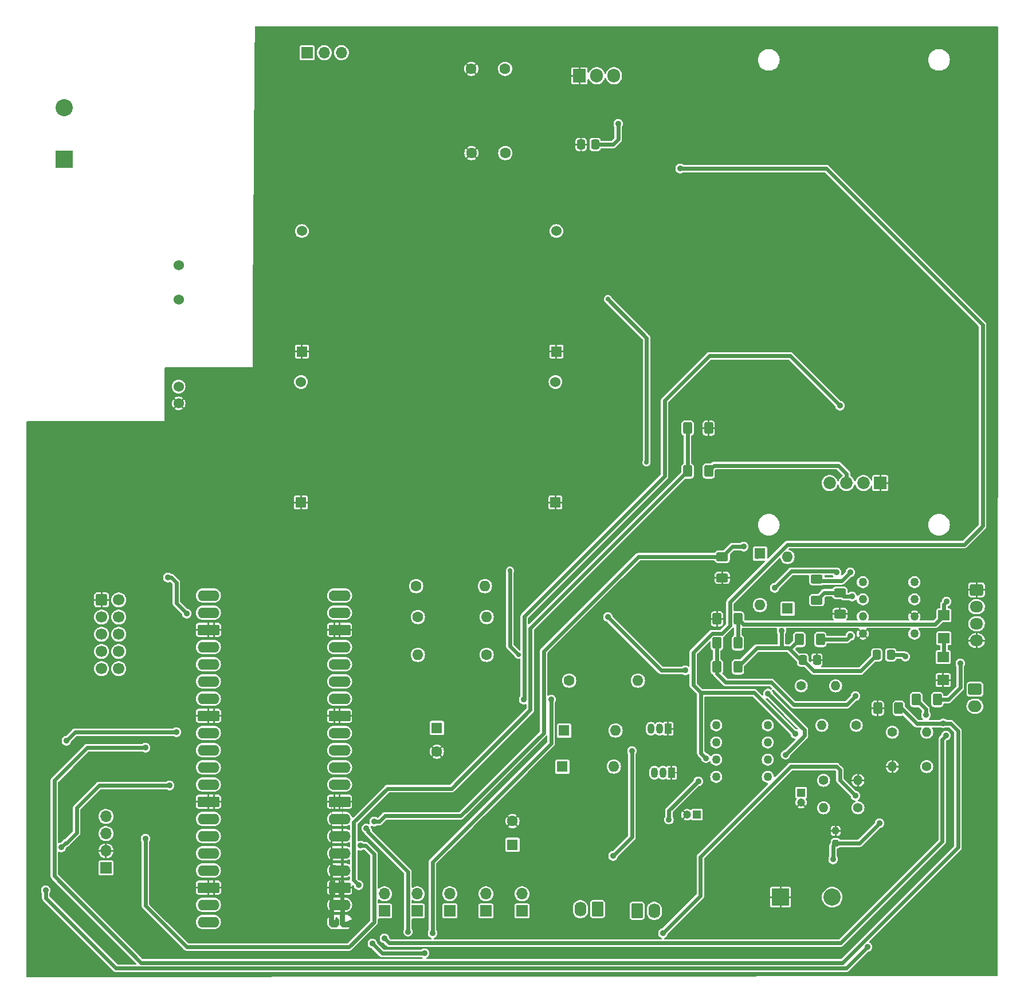
<source format=gbr>
%TF.GenerationSoftware,KiCad,Pcbnew,7.0.1*%
%TF.CreationDate,2023-05-11T18:44:23-05:00*%
%TF.ProjectId,CircuitoPotencia,43697263-7569-4746-9f50-6f74656e6369,rev?*%
%TF.SameCoordinates,Original*%
%TF.FileFunction,Copper,L1,Top*%
%TF.FilePolarity,Positive*%
%FSLAX46Y46*%
G04 Gerber Fmt 4.6, Leading zero omitted, Abs format (unit mm)*
G04 Created by KiCad (PCBNEW 7.0.1) date 2023-05-11 18:44:23*
%MOMM*%
%LPD*%
G01*
G04 APERTURE LIST*
G04 Aperture macros list*
%AMRoundRect*
0 Rectangle with rounded corners*
0 $1 Rounding radius*
0 $2 $3 $4 $5 $6 $7 $8 $9 X,Y pos of 4 corners*
0 Add a 4 corners polygon primitive as box body*
4,1,4,$2,$3,$4,$5,$6,$7,$8,$9,$2,$3,0*
0 Add four circle primitives for the rounded corners*
1,1,$1+$1,$2,$3*
1,1,$1+$1,$4,$5*
1,1,$1+$1,$6,$7*
1,1,$1+$1,$8,$9*
0 Add four rect primitives between the rounded corners*
20,1,$1+$1,$2,$3,$4,$5,0*
20,1,$1+$1,$4,$5,$6,$7,0*
20,1,$1+$1,$6,$7,$8,$9,0*
20,1,$1+$1,$8,$9,$2,$3,0*%
%AMFreePoly0*
4,1,58,1.881242,0.792533,1.914585,0.788777,1.924216,0.782725,1.935306,0.780194,1.961541,0.759271,1.989950,0.741421,2.341421,0.389950,2.359271,0.361541,2.380194,0.335306,2.382725,0.324216,2.388777,0.314585,2.392533,0.281242,2.400000,0.248529,2.400000,-0.248529,2.392533,-0.281242,2.388777,-0.314585,2.382725,-0.324216,2.380194,-0.335306,2.359271,-0.361541,2.341421,-0.389950,
1.989950,-0.741421,1.961541,-0.759271,1.935306,-0.780194,1.924216,-0.782725,1.914585,-0.788777,1.881242,-0.792533,1.848529,-0.800000,0.000000,-0.800000,-0.248529,-0.800000,-0.281242,-0.792533,-0.314585,-0.788777,-0.324216,-0.782725,-0.335306,-0.780194,-0.361541,-0.759271,-0.389950,-0.741421,-0.741421,-0.389950,-0.759271,-0.361541,-0.780194,-0.335306,-0.782725,-0.324216,-0.788777,-0.314585,
-0.792533,-0.281242,-0.800000,-0.248529,-0.800000,0.248529,-0.792533,0.281242,-0.788777,0.314585,-0.782725,0.324216,-0.780194,0.335306,-0.759271,0.361541,-0.741421,0.389950,-0.389950,0.741421,-0.361541,0.759271,-0.335306,0.780194,-0.324216,0.782725,-0.314585,0.788777,-0.281242,0.792533,-0.248529,0.800000,1.848529,0.800000,1.881242,0.792533,1.881242,0.792533,$1*%
%AMFreePoly1*
4,1,58,0.281242,0.792533,0.314585,0.788777,0.324216,0.782725,0.335306,0.780194,0.361541,0.759271,0.389950,0.741421,0.741421,0.389950,0.759271,0.361541,0.780194,0.335306,0.782725,0.324216,0.788777,0.314585,0.792533,0.281242,0.800000,0.248529,0.800000,-0.248529,0.792533,-0.281242,0.788777,-0.314585,0.782725,-0.324216,0.780194,-0.335306,0.759271,-0.361541,0.741421,-0.389950,
0.389950,-0.741421,0.361541,-0.759271,0.335306,-0.780194,0.324216,-0.782725,0.314585,-0.788777,0.281242,-0.792533,0.248529,-0.800000,0.000000,-0.800000,-0.248529,-0.800000,-0.281242,-0.792533,-0.314585,-0.788777,-0.324216,-0.782725,-0.335306,-0.780194,-0.361541,-0.759271,-0.389950,-0.741421,-0.741421,-0.389950,-0.759271,-0.361541,-0.780194,-0.335306,-0.782725,-0.324216,-0.788777,-0.314585,
-0.792533,-0.281242,-0.800000,-0.248529,-0.800000,0.248529,-0.792533,0.281242,-0.788777,0.314585,-0.782725,0.324216,-0.780194,0.335306,-0.759271,0.361541,-0.741421,0.389950,-0.389950,0.741421,-0.361541,0.759271,-0.335306,0.780194,-0.324216,0.782725,-0.314585,0.788777,-0.281242,0.792533,-0.248529,0.800000,0.248529,0.800000,0.281242,0.792533,0.281242,0.792533,$1*%
G04 Aperture macros list end*
%TA.AperFunction,ComponentPad*%
%ADD10R,1.700000X1.700000*%
%TD*%
%TA.AperFunction,ComponentPad*%
%ADD11O,1.700000X1.700000*%
%TD*%
%TA.AperFunction,ComponentPad*%
%ADD12RoundRect,0.250000X-0.600000X-0.600000X0.600000X-0.600000X0.600000X0.600000X-0.600000X0.600000X0*%
%TD*%
%TA.AperFunction,ComponentPad*%
%ADD13C,1.700000*%
%TD*%
%TA.AperFunction,ComponentPad*%
%ADD14C,1.600000*%
%TD*%
%TA.AperFunction,ComponentPad*%
%ADD15O,1.600000X1.600000*%
%TD*%
%TA.AperFunction,SMDPad,CuDef*%
%ADD16RoundRect,0.250000X0.400000X0.625000X-0.400000X0.625000X-0.400000X-0.625000X0.400000X-0.625000X0*%
%TD*%
%TA.AperFunction,SMDPad,CuDef*%
%ADD17RoundRect,0.250000X-0.337500X-0.475000X0.337500X-0.475000X0.337500X0.475000X-0.337500X0.475000X0*%
%TD*%
%TA.AperFunction,ComponentPad*%
%ADD18RoundRect,0.250000X-0.750000X0.600000X-0.750000X-0.600000X0.750000X-0.600000X0.750000X0.600000X0*%
%TD*%
%TA.AperFunction,ComponentPad*%
%ADD19O,2.000000X1.700000*%
%TD*%
%TA.AperFunction,ComponentPad*%
%ADD20C,1.400000*%
%TD*%
%TA.AperFunction,ComponentPad*%
%ADD21O,1.400000X1.400000*%
%TD*%
%TA.AperFunction,ComponentPad*%
%ADD22C,1.270000*%
%TD*%
%TA.AperFunction,ComponentPad*%
%ADD23R,2.540000X2.540000*%
%TD*%
%TA.AperFunction,ComponentPad*%
%ADD24C,2.540000*%
%TD*%
%TA.AperFunction,ComponentPad*%
%ADD25R,1.600000X1.600000*%
%TD*%
%TA.AperFunction,ComponentPad*%
%ADD26RoundRect,0.250000X-0.725000X0.600000X-0.725000X-0.600000X0.725000X-0.600000X0.725000X0.600000X0*%
%TD*%
%TA.AperFunction,ComponentPad*%
%ADD27O,1.950000X1.700000*%
%TD*%
%TA.AperFunction,ComponentPad*%
%ADD28C,1.524000*%
%TD*%
%TA.AperFunction,ComponentPad*%
%ADD29R,1.524000X1.524000*%
%TD*%
%TA.AperFunction,SMDPad,CuDef*%
%ADD30R,1.680000X1.520000*%
%TD*%
%TA.AperFunction,ComponentPad*%
%ADD31R,1.200000X1.200000*%
%TD*%
%TA.AperFunction,ComponentPad*%
%ADD32C,1.200000*%
%TD*%
%TA.AperFunction,SMDPad,CuDef*%
%ADD33RoundRect,0.250000X-0.400000X-0.625000X0.400000X-0.625000X0.400000X0.625000X-0.400000X0.625000X0*%
%TD*%
%TA.AperFunction,SMDPad,CuDef*%
%ADD34RoundRect,0.250000X0.625000X-0.400000X0.625000X0.400000X-0.625000X0.400000X-0.625000X-0.400000X0*%
%TD*%
%TA.AperFunction,ComponentPad*%
%ADD35R,1.050000X1.500000*%
%TD*%
%TA.AperFunction,ComponentPad*%
%ADD36O,1.050000X1.500000*%
%TD*%
%TA.AperFunction,SMDPad,CuDef*%
%ADD37RoundRect,0.250000X-0.625000X0.400000X-0.625000X-0.400000X0.625000X-0.400000X0.625000X0.400000X0*%
%TD*%
%TA.AperFunction,SMDPad,CuDef*%
%ADD38FreePoly0,180.000000*%
%TD*%
%TA.AperFunction,ComponentPad*%
%ADD39FreePoly1,180.000000*%
%TD*%
%TA.AperFunction,SMDPad,CuDef*%
%ADD40O,3.200000X1.600000*%
%TD*%
%TA.AperFunction,SMDPad,CuDef*%
%ADD41RoundRect,0.200000X1.400000X0.600000X-1.400000X0.600000X-1.400000X-0.600000X1.400000X-0.600000X0*%
%TD*%
%TA.AperFunction,ComponentPad*%
%ADD42RoundRect,0.200000X0.600000X0.600000X-0.600000X0.600000X-0.600000X-0.600000X0.600000X-0.600000X0*%
%TD*%
%TA.AperFunction,SMDPad,CuDef*%
%ADD43RoundRect,0.237500X-0.237500X0.250000X-0.237500X-0.250000X0.237500X-0.250000X0.237500X0.250000X0*%
%TD*%
%TA.AperFunction,SMDPad,CuDef*%
%ADD44RoundRect,0.250000X0.337500X0.475000X-0.337500X0.475000X-0.337500X-0.475000X0.337500X-0.475000X0*%
%TD*%
%TA.AperFunction,ComponentPad*%
%ADD45R,1.905000X2.000000*%
%TD*%
%TA.AperFunction,ComponentPad*%
%ADD46O,1.905000X2.000000*%
%TD*%
%TA.AperFunction,ComponentPad*%
%ADD47RoundRect,0.250000X-0.620000X-0.845000X0.620000X-0.845000X0.620000X0.845000X-0.620000X0.845000X0*%
%TD*%
%TA.AperFunction,ComponentPad*%
%ADD48O,1.740000X2.190000*%
%TD*%
%TA.AperFunction,ComponentPad*%
%ADD49R,1.850000X1.850000*%
%TD*%
%TA.AperFunction,ComponentPad*%
%ADD50C,1.850000*%
%TD*%
%TA.AperFunction,ComponentPad*%
%ADD51RoundRect,0.250000X0.620000X0.845000X-0.620000X0.845000X-0.620000X-0.845000X0.620000X-0.845000X0*%
%TD*%
%TA.AperFunction,ViaPad*%
%ADD52C,0.900000*%
%TD*%
%TA.AperFunction,ViaPad*%
%ADD53C,0.700000*%
%TD*%
%TA.AperFunction,Conductor*%
%ADD54C,0.600000*%
%TD*%
G04 APERTURE END LIST*
D10*
%TO.P,SW2,1,1*%
%TO.N,+3.3V*%
X96147500Y-145039000D03*
D11*
%TO.P,SW2,2,2*%
%TO.N,SW2*%
X96147500Y-142499000D03*
%TD*%
D12*
%TO.P,J3,1,Pin_1*%
%TO.N,GND*%
X49530000Y-99060000D03*
D13*
%TO.P,J3,2,Pin_2*%
%TO.N,/Microcontrolador/SPI0_RX*%
X52070000Y-99060000D03*
%TO.P,J3,3,Pin_3*%
%TO.N,/Microcontrolador/SPI0_CSn*%
X49530000Y-101600000D03*
%TO.P,J3,4,Pin_4*%
%TO.N,/Microcontrolador/SPI0_SCK*%
X52070000Y-101600000D03*
%TO.P,J3,5,Pin_5*%
%TO.N,/Microcontrolador/SPI0_TX*%
X49530000Y-104140000D03*
%TO.P,J3,6,Pin_6*%
%TO.N,unconnected-(J3-Pin_6-Pad6)*%
X52070000Y-104140000D03*
%TO.P,J3,7*%
%TO.N,N/C*%
X49530000Y-106680000D03*
%TO.P,J3,8*%
X52070000Y-106680000D03*
%TO.P,J3,9*%
X49530000Y-109220000D03*
%TO.P,J3,10*%
X52070000Y-109220000D03*
%TD*%
D14*
%TO.P,R7,1*%
%TO.N,Relay1_ctr*%
X96266000Y-101600000D03*
D15*
%TO.P,R7,2*%
%TO.N,Net-(Q2-B)*%
X106426000Y-101600000D03*
%TD*%
D10*
%TO.P,J1,1,Pin_1*%
%TO.N,+3.3V*%
X50173500Y-138684000D03*
D11*
%TO.P,J1,2,Pin_2*%
%TO.N,GND*%
X50173500Y-136144000D03*
%TO.P,J1,3,Pin_3*%
%TO.N,DisplaySDA*%
X50173500Y-133604000D03*
%TO.P,J1,4,Pin_4*%
%TO.N,DisplaySCL*%
X50173500Y-131064000D03*
%TD*%
D16*
%TO.P,R10,1*%
%TO.N,Net-(J4-Pin_3)*%
X173000000Y-113792000D03*
%TO.P,R10,2*%
%TO.N,/Microcontrolador/GFCI_TEST*%
X169900000Y-113792000D03*
%TD*%
D17*
%TO.P,C5,1*%
%TO.N,Net-(D5-K)*%
X153140500Y-107950000D03*
%TO.P,C5,2*%
%TO.N,GND*%
X155215500Y-107950000D03*
%TD*%
D18*
%TO.P,J6,1,Pin_1*%
%TO.N,/Microcontrolador/NTC_Analog*%
X178562000Y-112268000D03*
D19*
%TO.P,J6,2,Pin_2*%
%TO.N,+3.3V*%
X178562000Y-114768000D03*
%TD*%
D20*
%TO.P,R6,1*%
%TO.N,+3.3V*%
X161290000Y-129794000D03*
D21*
%TO.P,R6,2*%
%TO.N,Pilot_ADC*%
X156210000Y-129794000D03*
%TD*%
D22*
%TO.P,U2,1,NULL*%
%TO.N,unconnected-(U2-NULL-Pad1)*%
X140343500Y-117602000D03*
%TO.P,U2,2,-*%
%TO.N,Net-(U2--)*%
X140343500Y-120142000D03*
%TO.P,U2,3,+*%
%TO.N,/Microcontrolador/Pilot_PWM*%
X140343500Y-122682000D03*
%TO.P,U2,4,V-*%
%TO.N,-12V*%
X140343500Y-125222000D03*
%TO.P,U2,5,NULL*%
%TO.N,unconnected-(U2-NULL-Pad5)*%
X147963500Y-125222000D03*
%TO.P,U2,6*%
%TO.N,Net-(R3-Pad1)*%
X147963500Y-122682000D03*
%TO.P,U2,7,V+*%
%TO.N,+12V*%
X147963500Y-120142000D03*
%TO.P,U2,8,NC*%
%TO.N,unconnected-(U2-NC-Pad8)*%
X147963500Y-117602000D03*
%TD*%
%TO.P,IC1,1*%
%TO.N,Net-(D6-A)*%
X162010000Y-96445200D03*
%TO.P,IC1,2*%
%TO.N,Net-(IC1-Pad2)*%
X162010000Y-98985200D03*
%TO.P,IC1,3*%
%TO.N,Net-(IC1-Pad3)*%
X162010000Y-101525200D03*
%TO.P,IC1,4*%
%TO.N,GND*%
X162010000Y-104065200D03*
%TO.P,IC1,5*%
%TO.N,Net-(C4-Pad1)*%
X169630000Y-104065200D03*
%TO.P,IC1,6*%
%TO.N,GND*%
X169630000Y-101525200D03*
%TO.P,IC1,7*%
%TO.N,Net-(D5-A)*%
X169630000Y-98985200D03*
%TO.P,IC1,8*%
%TO.N,+3.3V*%
X169630000Y-96445200D03*
%TD*%
D23*
%TO.P,J8,1,Pin_1*%
%TO.N,GND*%
X149860000Y-143002000D03*
D24*
%TO.P,J8,2,Pin_2*%
%TO.N,Pilot_OUT*%
X157480000Y-143002000D03*
%TD*%
D10*
%TO.P,SW5,1,1*%
%TO.N,+3.3V*%
X111641500Y-145039000D03*
D11*
%TO.P,SW5,2,2*%
%TO.N,SW5*%
X111641500Y-142499000D03*
%TD*%
D25*
%TO.P,C7,1*%
%TO.N,Net-(D3-K)*%
X110236000Y-135256651D03*
D14*
%TO.P,C7,2*%
%TO.N,GND*%
X110236000Y-131756651D03*
%TD*%
D26*
%TO.P,J4,1,Pin_1*%
%TO.N,GND*%
X178816000Y-97576000D03*
D27*
%TO.P,J4,2,Pin_2*%
%TO.N,Net-(D9-K)*%
X178816000Y-100076000D03*
%TO.P,J4,3,Pin_3*%
%TO.N,Net-(J4-Pin_3)*%
X178816000Y-102576000D03*
%TO.P,J4,4,Pin_4*%
%TO.N,GND*%
X178816000Y-105076000D03*
%TD*%
D14*
%TO.P,CIn3,1*%
%TO.N,GND*%
X104144500Y-20556750D03*
%TO.P,CIn3,2*%
%TO.N,+12V*%
X109144500Y-20556750D03*
%TD*%
D28*
%TO.P,U_5V1,1,IN+*%
%TO.N,+12V*%
X79130000Y-44540000D03*
D29*
%TO.P,U_5V1,2,IN-*%
%TO.N,GND*%
X79130000Y-62340000D03*
D28*
%TO.P,U_5V1,3,OUT+*%
%TO.N,+5V*%
X116730000Y-44540000D03*
D29*
%TO.P,U_5V1,4,OUT-*%
%TO.N,GND*%
X116730000Y-62340000D03*
%TD*%
D25*
%TO.P,D6,1,K*%
%TO.N,/Microcontrolador/FALLA*%
X146812000Y-92202000D03*
D15*
%TO.P,D6,2,A*%
%TO.N,Net-(D6-A)*%
X146812000Y-99822000D03*
%TD*%
D20*
%TO.P,R5,1*%
%TO.N,Pilot_ADC*%
X156210000Y-125730000D03*
D21*
%TO.P,R5,2*%
%TO.N,GND*%
X161290000Y-125730000D03*
%TD*%
D30*
%TO.P,D9,1,K*%
%TO.N,Net-(D9-K)*%
X173990000Y-101346000D03*
%TO.P,D9,2,A*%
%TO.N,Net-(D8-A)*%
X173990000Y-104746000D03*
%TD*%
D31*
%TO.P,C2,1*%
%TO.N,-12V*%
X152908000Y-127532000D03*
D32*
%TO.P,C2,2*%
%TO.N,GND*%
X152908000Y-129032000D03*
%TD*%
D14*
%TO.P,R8,1*%
%TO.N,Relay2_ctr*%
X96012000Y-97028000D03*
D15*
%TO.P,R8,2*%
%TO.N,Net-(Q1-B)*%
X106172000Y-97028000D03*
%TD*%
D33*
%TO.P,R14,1*%
%TO.N,Net-(C4-Pad1)*%
X140436000Y-108966000D03*
%TO.P,R14,2*%
%TO.N,Net-(D5-K)*%
X143536000Y-108966000D03*
%TD*%
D20*
%TO.P,R4,1*%
%TO.N,Pilot_OUT*%
X161036000Y-117602000D03*
D21*
%TO.P,R4,2*%
%TO.N,Pilot_ADC*%
X155956000Y-117602000D03*
%TD*%
D25*
%TO.P,D5,1,K*%
%TO.N,Net-(D5-K)*%
X150876000Y-100330000D03*
D15*
%TO.P,D5,2,A*%
%TO.N,Net-(D5-A)*%
X150876000Y-92710000D03*
%TD*%
D28*
%TO.P,U_3.3V1,1,IN+*%
%TO.N,+12V*%
X78990000Y-66846000D03*
D29*
%TO.P,U_3.3V1,2,IN-*%
%TO.N,GND*%
X78990000Y-84646000D03*
D28*
%TO.P,U_3.3V1,3,OUT+*%
%TO.N,+3.3V*%
X116590000Y-66846000D03*
D29*
%TO.P,U_3.3V1,4,OUT-*%
%TO.N,GND*%
X116590000Y-84646000D03*
%TD*%
D28*
%TO.P,PT1,1,-Vo*%
%TO.N,GND*%
X60912500Y-70030000D03*
%TO.P,PT1,2,+Vo*%
%TO.N,Net-(JP1-C)*%
X60912500Y-67530000D03*
%TO.P,PT1,3,AC/N*%
%TO.N,/Potencia2.0/N*%
X60912500Y-54630000D03*
%TO.P,PT1,4,AC/L*%
%TO.N,/Potencia2.0/In110v*%
X60912500Y-49630000D03*
%TD*%
D31*
%TO.P,C1,1*%
%TO.N,+12V*%
X137510099Y-130810000D03*
D32*
%TO.P,C1,2*%
%TO.N,GND*%
X136010099Y-130810000D03*
%TD*%
D34*
%TO.P,R15,1*%
%TO.N,GND*%
X158631500Y-101118000D03*
%TO.P,R15,2*%
%TO.N,Net-(IC1-Pad2)*%
X158631500Y-98018000D03*
%TD*%
D25*
%TO.P,D4,1,K*%
%TO.N,Net-(D4-K)*%
X117602000Y-123698000D03*
D15*
%TO.P,D4,2,A*%
%TO.N,Net-(D4-A)*%
X125222000Y-123698000D03*
%TD*%
D35*
%TO.P,Q2,1,E*%
%TO.N,GND*%
X133739500Y-124608000D03*
D36*
%TO.P,Q2,2,B*%
%TO.N,Net-(Q2-B)*%
X132469500Y-124608000D03*
%TO.P,Q2,3,C*%
%TO.N,Net-(D4-A)*%
X131199500Y-124608000D03*
%TD*%
D23*
%TO.P,Input110,1,Pin_1*%
%TO.N,/Potencia2.0/In110v*%
X44000000Y-33910000D03*
D24*
%TO.P,Input110,2,Pin_2*%
%TO.N,/Potencia2.0/N*%
X44000000Y-26290000D03*
%TD*%
D10*
%TO.P,SW1,1,1*%
%TO.N,+3.3V*%
X91321500Y-145039000D03*
D11*
%TO.P,SW1,2,2*%
%TO.N,SW1*%
X91321500Y-142499000D03*
%TD*%
D20*
%TO.P,R3,1*%
%TO.N,Net-(R3-Pad1)*%
X152908000Y-111760000D03*
D21*
%TO.P,R3,2*%
%TO.N,Pilot_OUT*%
X157988000Y-111760000D03*
%TD*%
D37*
%TO.P,R19,1*%
%TO.N,/Microcontrolador/FALLA*%
X141224000Y-92684000D03*
%TO.P,R19,2*%
%TO.N,GND*%
X141224000Y-95784000D03*
%TD*%
D20*
%TO.P,R2,1*%
%TO.N,Net-(U2--)*%
X166370000Y-118618000D03*
D21*
%TO.P,R2,2*%
%TO.N,GND*%
X166370000Y-123698000D03*
%TD*%
D25*
%TO.P,C6,1*%
%TO.N,Net-(D4-K)*%
X99060000Y-117981349D03*
D14*
%TO.P,C6,2*%
%TO.N,GND*%
X99060000Y-121481349D03*
%TD*%
D38*
%TO.P,A1,1,GPIO0*%
%TO.N,/Microcontrolador/TX_Pzem*%
X85496200Y-146670000D03*
D39*
X83896200Y-146670000D03*
D40*
%TO.P,A1,2,GPIO1*%
%TO.N,/Microcontrolador/RX_Pzem*%
X84696200Y-144130000D03*
D14*
X83896200Y-144130000D03*
D41*
%TO.P,A1,3,GND*%
%TO.N,GND*%
X84696200Y-141590000D03*
D42*
X83896200Y-141590000D03*
D40*
%TO.P,A1,4,GPIO2*%
%TO.N,/Microcontrolador/GFCI_TEST*%
X84696200Y-139050000D03*
%TO.P,A1,5,GPIO3*%
%TO.N,/Microcontrolador/FALLA*%
X84696200Y-136510000D03*
D14*
X83896200Y-136510000D03*
D40*
%TO.P,A1,6,GPIO4*%
%TO.N,DisplaySDA*%
X84696200Y-133970000D03*
D14*
X83896200Y-133970000D03*
D40*
%TO.P,A1,7,GPIO5*%
%TO.N,DisplaySCL*%
X84696200Y-131430000D03*
D14*
X83896200Y-131430000D03*
D41*
%TO.P,A1,8,GND*%
%TO.N,GND*%
X84696200Y-128890000D03*
D42*
X83896200Y-128890000D03*
D40*
%TO.P,A1,9,GPIO6*%
%TO.N,SW1*%
X84696200Y-126350000D03*
D14*
X83896200Y-126350000D03*
D40*
%TO.P,A1,10,GPIO7*%
%TO.N,SW2*%
X84696200Y-123810000D03*
D14*
X83896200Y-123810000D03*
D40*
%TO.P,A1,11,GPIO8*%
%TO.N,SW3*%
X84696200Y-121270000D03*
D14*
X83896200Y-121270000D03*
D40*
%TO.P,A1,12,GPIO9*%
%TO.N,SW4*%
X84696200Y-118730000D03*
D14*
X83896200Y-118730000D03*
D41*
%TO.P,A1,13,GND*%
%TO.N,GND*%
X84696200Y-116190000D03*
D42*
X83896200Y-116190000D03*
D40*
%TO.P,A1,14,GPIO10*%
%TO.N,SW5*%
X84696200Y-113650000D03*
D14*
X83896200Y-113650000D03*
D40*
%TO.P,A1,15,GPIO11*%
%TO.N,unconnected-(A1-GPIO11-Pad15)*%
X84696200Y-111110000D03*
D14*
X83896200Y-111110000D03*
D40*
%TO.P,A1,16,GPIO12*%
%TO.N,unconnected-(A1-GPIO12-Pad16)*%
X84696200Y-108570000D03*
D14*
X83896200Y-108570000D03*
D40*
%TO.P,A1,17,GPIO13*%
%TO.N,unconnected-(A1-GPIO13-Pad17)*%
X84696200Y-106030000D03*
D14*
X83896200Y-106030000D03*
D41*
%TO.P,A1,18,GND*%
%TO.N,GND*%
X84696200Y-103490000D03*
D42*
X83896200Y-103490000D03*
D40*
%TO.P,A1,19,GPIO14*%
%TO.N,Relay1_ctr*%
X84696200Y-100950000D03*
D14*
X83896200Y-100950000D03*
D40*
%TO.P,A1,20,GPIO15*%
%TO.N,Relay2_ctr*%
X84696200Y-98410000D03*
D14*
X83896200Y-98410000D03*
%TO.P,A1,21,GPIO16*%
%TO.N,/Microcontrolador/SPI0_RX*%
X66116200Y-98410000D03*
D40*
X65316200Y-98410000D03*
D14*
%TO.P,A1,22,GPIO17*%
%TO.N,/Microcontrolador/SPI0_CSn*%
X66116200Y-100950000D03*
D40*
X65316200Y-100950000D03*
D42*
%TO.P,A1,23,GND*%
%TO.N,GND*%
X66116200Y-103490000D03*
D41*
X65316200Y-103490000D03*
D14*
%TO.P,A1,24,GPIO18*%
%TO.N,/Microcontrolador/SPI0_SCK*%
X66116200Y-106030000D03*
D40*
X65316200Y-106030000D03*
D14*
%TO.P,A1,25,GPIO19*%
%TO.N,/Microcontrolador/SPI0_TX*%
X66116200Y-108570000D03*
D40*
X65316200Y-108570000D03*
D14*
%TO.P,A1,26,GPIO20*%
%TO.N,unconnected-(A1-GPIO20-Pad26)*%
X66116200Y-111110000D03*
D40*
X65316200Y-111110000D03*
D14*
%TO.P,A1,27,GPIO21*%
%TO.N,unconnected-(A1-GPIO21-Pad27)*%
X66116200Y-113650000D03*
D40*
X65316200Y-113650000D03*
D42*
%TO.P,A1,28,GND*%
%TO.N,GND*%
X66116200Y-116190000D03*
D41*
X65316200Y-116190000D03*
D14*
%TO.P,A1,29,GPIO22*%
%TO.N,/Microcontrolador/Pilot_PWM*%
X66116200Y-118730000D03*
D40*
X65316200Y-118730000D03*
D14*
%TO.P,A1,30,RUN*%
%TO.N,unconnected-(A1-RUN-Pad30)*%
X66116200Y-121270000D03*
D40*
X65316200Y-121270000D03*
D14*
%TO.P,A1,31,GPIO26_ADC0*%
%TO.N,/Microcontrolador/NTC_Analog*%
X66116200Y-123810000D03*
D40*
X65316200Y-123810000D03*
D14*
%TO.P,A1,32,GPIO27_ADC1*%
%TO.N,Pilot_ADC*%
X66116200Y-126350000D03*
D40*
X65316200Y-126350000D03*
D42*
%TO.P,A1,33,AGND*%
%TO.N,GND*%
X66116200Y-128890000D03*
D41*
X65316200Y-128890000D03*
D14*
%TO.P,A1,34,GPIO28_ADC2*%
%TO.N,unconnected-(A1-GPIO28_ADC2-Pad34)*%
X66116200Y-131430000D03*
D40*
X65316200Y-131430000D03*
D14*
%TO.P,A1,35,ADC_VREF*%
%TO.N,unconnected-(A1-ADC_VREF-Pad35)*%
X66116200Y-133970000D03*
D40*
X65316200Y-133970000D03*
D14*
%TO.P,A1,36,3V3*%
%TO.N,unconnected-(A1-3V3-Pad36)*%
X66116200Y-136510000D03*
D40*
X65316200Y-136510000D03*
D14*
%TO.P,A1,37,3V3_EN*%
%TO.N,unconnected-(A1-3V3_EN-Pad37)*%
X66116200Y-139050000D03*
D40*
X65316200Y-139050000D03*
D42*
%TO.P,A1,38,GND*%
%TO.N,GND*%
X66116200Y-141590000D03*
D41*
X65316200Y-141590000D03*
D14*
%TO.P,A1,39,VSYS*%
%TO.N,+5V*%
X66116200Y-144130000D03*
D40*
X65316200Y-144130000D03*
D14*
%TO.P,A1,40,VBUS*%
%TO.N,unconnected-(A1-VBUS-Pad40)*%
X66116200Y-146670000D03*
D40*
X65316200Y-146670000D03*
%TD*%
D20*
%TO.P,R1,1*%
%TO.N,+3.3V*%
X171450000Y-123698000D03*
D21*
%TO.P,R1,2*%
%TO.N,Net-(U2--)*%
X171450000Y-118618000D03*
%TD*%
D43*
%TO.P,C3,1*%
%TO.N,GND*%
X157988000Y-133199500D03*
%TO.P,C3,2*%
%TO.N,Pilot_OUT*%
X157988000Y-135024500D03*
%TD*%
D35*
%TO.P,Q1,1,E*%
%TO.N,GND*%
X133231500Y-118110000D03*
D36*
%TO.P,Q1,2,B*%
%TO.N,Net-(Q1-B)*%
X131961500Y-118110000D03*
%TO.P,Q1,3,C*%
%TO.N,Net-(D3-A)*%
X130691500Y-118110000D03*
%TD*%
D25*
%TO.P,D3,1,K*%
%TO.N,Net-(D3-K)*%
X117856000Y-118364000D03*
D15*
%TO.P,D3,2,A*%
%TO.N,Net-(D3-A)*%
X125476000Y-118364000D03*
%TD*%
D44*
%TO.P,CIn0,1*%
%TO.N,+12V*%
X122449500Y-31750000D03*
%TO.P,CIn0,2*%
%TO.N,GND*%
X120374500Y-31750000D03*
%TD*%
D33*
%TO.P,R16,1*%
%TO.N,Net-(D5-K)*%
X152628000Y-104902000D03*
%TO.P,R16,2*%
%TO.N,Net-(IC1-Pad3)*%
X155728000Y-104902000D03*
%TD*%
D30*
%TO.P,D8,1,K*%
%TO.N,GND*%
X173871500Y-110920000D03*
%TO.P,D8,2,A*%
%TO.N,Net-(D8-A)*%
X173871500Y-107520000D03*
%TD*%
D34*
%TO.P,R18,1*%
%TO.N,Net-(IC1-Pad2)*%
X155194000Y-99086000D03*
%TO.P,R18,2*%
%TO.N,+3.3V*%
X155194000Y-95986000D03*
%TD*%
D45*
%TO.P,U3,1,GND*%
%TO.N,GND*%
X120142000Y-21590000D03*
D46*
%TO.P,U3,2,VI*%
%TO.N,+12V*%
X122682000Y-21590000D03*
%TO.P,U3,3,VO*%
%TO.N,-12V*%
X125222000Y-21590000D03*
%TD*%
D14*
%TO.P,CIn4,1*%
%TO.N,GND*%
X104180000Y-33020000D03*
%TO.P,CIn4,2*%
%TO.N,-12V*%
X109180000Y-33020000D03*
%TD*%
D10*
%TO.P,JP1,1,A*%
%TO.N,unconnected-(JP1-A-Pad1)*%
X79880000Y-18180000D03*
D11*
%TO.P,JP1,2,C*%
%TO.N,Net-(JP1-C)*%
X82420000Y-18180000D03*
%TO.P,JP1,3,B*%
%TO.N,+12V*%
X84960000Y-18180000D03*
%TD*%
D33*
%TO.P,R11,1*%
%TO.N,Net-(C4-Pad1)*%
X140436000Y-105410000D03*
%TO.P,R11,2*%
%TO.N,Net-(D9-K)*%
X143536000Y-105410000D03*
%TD*%
D16*
%TO.P,R9,1*%
%TO.N,Net-(D9-K)*%
X143562000Y-101854000D03*
%TO.P,R9,2*%
%TO.N,GND*%
X140462000Y-101854000D03*
%TD*%
D33*
%TO.P,R17,1*%
%TO.N,GND*%
X164219500Y-115062000D03*
%TO.P,R17,2*%
%TO.N,/Microcontrolador/NTC_Analog*%
X167319500Y-115062000D03*
%TD*%
D44*
%TO.P,C4,1*%
%TO.N,Net-(C4-Pad1)*%
X166137500Y-107188000D03*
%TO.P,C4,2*%
%TO.N,Net-(D5-K)*%
X164062500Y-107188000D03*
%TD*%
D33*
%TO.P,R12,1*%
%TO.N,/Microcontrolador/RX_Pzem*%
X136118000Y-80010000D03*
%TO.P,R12,2*%
%TO.N,Net-(J5-Pin_3)*%
X139218000Y-80010000D03*
%TD*%
D47*
%TO.P,J2,1,Pin_1*%
%TO.N,Net-(D4-K)*%
X128659500Y-145034000D03*
D48*
%TO.P,J2,2,Pin_2*%
%TO.N,Net-(D4-A)*%
X131199500Y-145034000D03*
%TD*%
D14*
%TO.P,,4,GPIO3*%
%TO.N,/Microcontrolador/GFCI_TEST*%
X83896200Y-139039600D03*
%TD*%
D16*
%TO.P,R13,1*%
%TO.N,GND*%
X139218000Y-73660000D03*
%TO.P,R13,2*%
%TO.N,/Microcontrolador/RX_Pzem*%
X136118000Y-73660000D03*
%TD*%
D49*
%TO.P,J5,1,Pin_1*%
%TO.N,GND*%
X164592000Y-81788000D03*
D50*
%TO.P,J5,2,Pin_2*%
%TO.N,/Microcontrolador/TX_Pzem*%
X162092000Y-81788000D03*
%TO.P,J5,3,Pin_3*%
%TO.N,Net-(J5-Pin_3)*%
X159592000Y-81788000D03*
%TO.P,J5,4,Pin_4*%
%TO.N,+5V*%
X157092000Y-81788000D03*
%TD*%
D14*
%TO.P,R21,1*%
%TO.N,+5V*%
X118618000Y-110998000D03*
D15*
%TO.P,R21,2*%
%TO.N,Net-(D3-K)*%
X128778000Y-110998000D03*
%TD*%
D10*
%TO.P,SW4,1,1*%
%TO.N,+3.3V*%
X106307500Y-145039000D03*
D11*
%TO.P,SW4,2,2*%
%TO.N,SW4*%
X106307500Y-142499000D03*
%TD*%
D51*
%TO.P,J9,1,Pin_1*%
%TO.N,Net-(D3-A)*%
X122817500Y-144780000D03*
D48*
%TO.P,J9,2,Pin_2*%
%TO.N,Net-(D3-K)*%
X120277500Y-144780000D03*
%TD*%
D14*
%TO.P,R20,1*%
%TO.N,+5V*%
X106426000Y-107188000D03*
D15*
%TO.P,R20,2*%
%TO.N,Net-(D4-K)*%
X96266000Y-107188000D03*
%TD*%
D10*
%TO.P,SW3,1,1*%
%TO.N,+3.3V*%
X100973500Y-145034000D03*
D11*
%TO.P,SW3,2,2*%
%TO.N,SW3*%
X100973500Y-142494000D03*
%TD*%
D52*
%TO.N,/Microcontrolador/TX_Pzem*%
X158631500Y-70358000D03*
X115959500Y-113792000D03*
X98433500Y-148336000D03*
X97248150Y-151299350D03*
X111895500Y-113792000D03*
X89543500Y-149860000D03*
%TO.N,/Microcontrolador/RX_Pzem*%
X87511500Y-141224000D03*
%TO.N,/Microcontrolador/GFCI_TEST*%
X171331500Y-116078000D03*
X174288052Y-119107348D03*
X91321500Y-149098000D03*
%TO.N,/Microcontrolador/FALLA*%
X144407500Y-91186000D03*
X89797500Y-131826000D03*
%TO.N,DisplaySDA*%
X87765500Y-135382000D03*
X56015500Y-134366000D03*
%TO.N,DisplaySCL*%
X88646000Y-132842000D03*
X94797500Y-148107400D03*
%TO.N,/Microcontrolador/SPI0_CSn*%
X62111500Y-101092000D03*
X59317500Y-95758000D03*
%TO.N,/Microcontrolador/Pilot_PWM*%
X133350000Y-131520000D03*
X60587500Y-118618000D03*
X44331500Y-119888000D03*
X137700000Y-125860000D03*
%TO.N,/Microcontrolador/NTC_Analog*%
X56015500Y-120904000D03*
X173888896Y-117292599D03*
%TO.N,Pilot_ADC*%
X43569500Y-135636000D03*
X41283500Y-141986000D03*
X162695500Y-150368000D03*
X59571500Y-126492000D03*
D53*
%TO.N,+5V*%
X124341500Y-54610000D03*
X111133500Y-107188000D03*
X130048000Y-78740000D03*
X109863500Y-94742000D03*
D52*
%TO.N,+12V*%
X125865500Y-28702000D03*
%TO.N,-12V*%
X152027500Y-118872000D03*
X135009500Y-35306000D03*
X138811000Y-122453400D03*
%TO.N,Pilot_OUT*%
X157615500Y-137414000D03*
X164473500Y-132080000D03*
%TO.N,Net-(C4-Pad1)*%
X168283500Y-107442000D03*
X160917500Y-113284000D03*
%TO.N,Net-(D5-K)*%
X149995500Y-103632000D03*
%TO.N,Net-(D3-A)*%
X127897500Y-121412000D03*
X125103500Y-136906000D03*
%TO.N,Net-(D6-A)*%
X158123500Y-94996000D03*
X148979500Y-97282000D03*
%TO.N,Net-(IC1-Pad2)*%
X160409500Y-98552000D03*
%TO.N,Net-(IC1-Pad3)*%
X160155500Y-104394000D03*
%TO.N,+3.3V*%
X160917500Y-128016000D03*
X160155500Y-94996000D03*
X132469500Y-148336000D03*
%TO.N,Net-(J4-Pin_3)*%
X176411500Y-108458000D03*
%TO.N,Net-(Q2-B)*%
X124341500Y-101600000D03*
X135771500Y-109474000D03*
%TO.N,Net-(R3-Pad1)*%
X148010000Y-112890000D03*
X150580000Y-121940000D03*
%TO.N,Net-(D9-K)*%
X174379500Y-99314000D03*
%TD*%
D54*
%TO.N,/Microcontrolador/TX_Pzem*%
X97248150Y-151299350D02*
X97239700Y-151307800D01*
X111983500Y-113704000D02*
X111895500Y-113792000D01*
X115959500Y-120260500D02*
X98433500Y-137786500D01*
X90991300Y-151307800D02*
X89543500Y-149860000D01*
X139327500Y-62992000D02*
X132723500Y-69596000D01*
X132723500Y-80763500D02*
X111983500Y-101503500D01*
X98433500Y-137786500D02*
X98433500Y-148336000D01*
X111983500Y-101503500D02*
X111983500Y-113704000D01*
X151265500Y-62992000D02*
X139327500Y-62992000D01*
X132723500Y-69596000D02*
X132723500Y-80763500D01*
X158631500Y-70358000D02*
X151265500Y-62992000D01*
X115959500Y-113792000D02*
X115959500Y-120260500D01*
X97239700Y-151307800D02*
X90991300Y-151307800D01*
%TO.N,/Microcontrolador/RX_Pzem*%
X86796200Y-131917930D02*
X91752130Y-126962000D01*
X112873500Y-115294700D02*
X112873500Y-103254500D01*
X112873500Y-103254500D02*
X136118000Y-80010000D01*
X86741000Y-140453500D02*
X86796200Y-140398300D01*
X136118000Y-73660000D02*
X136118000Y-80010000D01*
X91752130Y-126962000D02*
X101206200Y-126962000D01*
X86796200Y-140398300D02*
X86796200Y-131917930D01*
X87511500Y-141224000D02*
X86741000Y-140453500D01*
X101206200Y-126962000D02*
X112873500Y-115294700D01*
%TO.N,/Microcontrolador/GFCI_TEST*%
X92007300Y-149783800D02*
X91321500Y-149098000D01*
X174288052Y-119107348D02*
X173736000Y-119659400D01*
X173736000Y-119659400D02*
X173736000Y-134755500D01*
X173736000Y-134755500D02*
X158707700Y-149783800D01*
X158707700Y-149783800D02*
X92007300Y-149783800D01*
X171331500Y-115223500D02*
X169900000Y-113792000D01*
X171331500Y-116078000D02*
X171331500Y-115223500D01*
%TO.N,/Microcontrolador/FALLA*%
X91392027Y-130987800D02*
X102573700Y-130987800D01*
X102573700Y-130987800D02*
X114833400Y-118728100D01*
X144407500Y-91186000D02*
X142722000Y-91186000D01*
X114833400Y-118728100D02*
X114833400Y-106654600D01*
X142722000Y-91186000D02*
X141224000Y-92684000D01*
X146330000Y-92684000D02*
X146812000Y-92202000D01*
X114833400Y-106654600D02*
X128804000Y-92684000D01*
X89797500Y-131826000D02*
X90553827Y-131826000D01*
X90553827Y-131826000D02*
X91392027Y-130987800D01*
X128804000Y-92684000D02*
X141224000Y-92684000D01*
%TO.N,DisplaySDA*%
X56015500Y-144272000D02*
X62111500Y-150368000D01*
X56015500Y-134366000D02*
X56015500Y-144272000D01*
X62111500Y-150368000D02*
X86106000Y-150368000D01*
X88527500Y-135382000D02*
X87765500Y-135382000D01*
X89797500Y-136652000D02*
X88527500Y-135382000D01*
X89797500Y-146676500D02*
X89797500Y-136652000D01*
X86106000Y-150368000D02*
X89797500Y-146676500D01*
%TO.N,DisplaySCL*%
X94797500Y-139249500D02*
X92574000Y-137026000D01*
X88898000Y-133094000D02*
X88646000Y-132842000D01*
X88898000Y-133350000D02*
X88898000Y-133094000D01*
X92574000Y-137026000D02*
X88898000Y-133350000D01*
X94797500Y-148107400D02*
X94797500Y-139249500D01*
X92962000Y-137414000D02*
X92574000Y-137026000D01*
%TO.N,/Microcontrolador/SPI0_CSn*%
X59317500Y-95758000D02*
X59825500Y-95758000D01*
X59825500Y-95758000D02*
X60587500Y-96520000D01*
X60587500Y-96520000D02*
X60587500Y-99568000D01*
X60587500Y-99568000D02*
X62111500Y-101092000D01*
%TO.N,/Microcontrolador/Pilot_PWM*%
X45601500Y-118618000D02*
X60587500Y-118618000D01*
X133350000Y-131520000D02*
X133350000Y-130210000D01*
X133350000Y-130210000D02*
X137700000Y-125860000D01*
X44331500Y-119888000D02*
X45601500Y-118618000D01*
%TO.N,/Microcontrolador/NTC_Analog*%
X169952000Y-117348000D02*
X173617500Y-117348000D01*
X173833495Y-117348000D02*
X173617500Y-117348000D01*
X42553500Y-139886300D02*
X55359200Y-152692000D01*
X176072800Y-135636000D02*
X176072800Y-118440200D01*
X173888896Y-117292599D02*
X173833495Y-117348000D01*
X176072800Y-118440200D02*
X174980600Y-117348000D01*
X167158000Y-114554000D02*
X169952000Y-117348000D01*
X47379500Y-120904000D02*
X42553500Y-125730000D01*
X55359200Y-152692000D02*
X159016800Y-152692000D01*
X42553500Y-125730000D02*
X42553500Y-139886300D01*
X174980600Y-117348000D02*
X173617500Y-117348000D01*
X159016800Y-152692000D02*
X176072800Y-135636000D01*
X56015500Y-120904000D02*
X47379500Y-120904000D01*
%TO.N,Pilot_ADC*%
X51658129Y-153492000D02*
X159571500Y-153492000D01*
X41283500Y-141986000D02*
X41283500Y-143117371D01*
X41283500Y-143117371D02*
X51658129Y-153492000D01*
X45855500Y-129794000D02*
X49157500Y-126492000D01*
X44331500Y-134996811D02*
X45855500Y-133472811D01*
X49157500Y-126492000D02*
X59571500Y-126492000D01*
X44208689Y-134996811D02*
X43569500Y-135636000D01*
X159571500Y-153492000D02*
X162695500Y-150368000D01*
X44331500Y-134996811D02*
X44208689Y-134996811D01*
X45855500Y-133472811D02*
X45855500Y-129794000D01*
%TO.N,+5V*%
X130048000Y-78740000D02*
X130048000Y-60316500D01*
X109863500Y-105918000D02*
X111133500Y-107188000D01*
X130048000Y-60316500D02*
X124341500Y-54610000D01*
X109863500Y-94742000D02*
X109863500Y-105918000D01*
%TO.N,+12V*%
X125103500Y-31750000D02*
X125865500Y-30988000D01*
X122449500Y-31750000D02*
X125103500Y-31750000D01*
X125865500Y-30988000D02*
X125865500Y-28702000D01*
%TO.N,-12V*%
X138057500Y-121699900D02*
X138057500Y-112776000D01*
X179713500Y-88138000D02*
X176977739Y-90873761D01*
X156599500Y-35306000D02*
X179713500Y-58420000D01*
X179713500Y-58420000D02*
X179713500Y-88138000D01*
X142386000Y-102815660D02*
X141166660Y-104035000D01*
X145931500Y-112776000D02*
X152027500Y-118872000D01*
X138811000Y-122453400D02*
X138057500Y-121699900D01*
X150873761Y-90873761D02*
X142386000Y-99361522D01*
X141166660Y-104035000D02*
X139725340Y-104035000D01*
X138057500Y-112776000D02*
X145931500Y-112776000D01*
X136956800Y-111675300D02*
X138057500Y-112776000D01*
X176977739Y-90873761D02*
X150873761Y-90873761D01*
X135009500Y-35306000D02*
X156599500Y-35306000D01*
X142386000Y-99361522D02*
X142386000Y-102815660D01*
X139725340Y-104035000D02*
X136956800Y-106803540D01*
X136956800Y-106803540D02*
X136956800Y-111675300D01*
%TO.N,Pilot_OUT*%
X164473500Y-132080000D02*
X161529000Y-135024500D01*
X157615500Y-137414000D02*
X157615500Y-135397000D01*
X157615500Y-135397000D02*
X157988000Y-135024500D01*
X161529000Y-135024500D02*
X157988000Y-135024500D01*
%TO.N,Net-(C4-Pad1)*%
X148471500Y-111252000D02*
X141732000Y-111252000D01*
X166137500Y-107188000D02*
X168029500Y-107188000D01*
X160917500Y-113284000D02*
X159647500Y-114554000D01*
X168029500Y-107188000D02*
X168283500Y-107442000D01*
X151773500Y-114554000D02*
X148471500Y-111252000D01*
X140436000Y-109956000D02*
X140436000Y-108966000D01*
X140436000Y-105410000D02*
X140436000Y-108966000D01*
X159647500Y-114554000D02*
X151773500Y-114554000D01*
X141732000Y-111252000D02*
X140436000Y-109956000D01*
%TO.N,Net-(D5-K)*%
X151184750Y-106345250D02*
X152789500Y-107950000D01*
X154766100Y-109575600D02*
X161674900Y-109575600D01*
X161674900Y-109575600D02*
X164062500Y-107188000D01*
X153140500Y-107950000D02*
X154766100Y-109575600D01*
X152789500Y-107950000D02*
X153140500Y-107950000D01*
X146330000Y-106172000D02*
X143536000Y-108966000D01*
X149995500Y-106172000D02*
X146330000Y-106172000D01*
X151184750Y-106345250D02*
X152628000Y-104902000D01*
X151011500Y-106172000D02*
X151184750Y-106345250D01*
X149995500Y-106172000D02*
X151011500Y-106172000D01*
X149995500Y-103632000D02*
X149995500Y-106172000D01*
%TO.N,Net-(D3-A)*%
X127897500Y-134112000D02*
X127897500Y-121412000D01*
X125103500Y-136906000D02*
X127897500Y-134112000D01*
%TO.N,Net-(D6-A)*%
X158123500Y-94996000D02*
X157963500Y-94836000D01*
X151425500Y-94836000D02*
X148979500Y-97282000D01*
X157963500Y-94836000D02*
X151425500Y-94836000D01*
%TO.N,Net-(IC1-Pad2)*%
X156262000Y-98018000D02*
X155194000Y-99086000D01*
X158631500Y-98018000D02*
X156262000Y-98018000D01*
X159165500Y-98552000D02*
X158631500Y-98018000D01*
X160409500Y-98552000D02*
X159165500Y-98552000D01*
%TO.N,Net-(IC1-Pad3)*%
X155728000Y-104902000D02*
X159647500Y-104902000D01*
X159647500Y-104902000D02*
X160155500Y-104394000D01*
%TO.N,+3.3V*%
X132469500Y-148336000D02*
X138019500Y-142786000D01*
X138019500Y-142786000D02*
X138019500Y-137011918D01*
X158631500Y-124214500D02*
X158115000Y-123698000D01*
X160917500Y-128016000D02*
X158631500Y-125730000D01*
X160155500Y-94996000D02*
X158905500Y-96246000D01*
X158631500Y-125730000D02*
X158631500Y-124214500D01*
X155354000Y-96246000D02*
X155194000Y-96086000D01*
X158905500Y-96246000D02*
X155354000Y-96246000D01*
X158115000Y-123698000D02*
X151333418Y-123698000D01*
X138019500Y-137011918D02*
X151333418Y-123698000D01*
%TO.N,Net-(J4-Pin_3)*%
X174627340Y-113792000D02*
X176411500Y-112007840D01*
X176411500Y-112007840D02*
X176411500Y-108458000D01*
X173000000Y-113792000D02*
X174627340Y-113792000D01*
%TO.N,Net-(J5-Pin_3)*%
X159592000Y-80394800D02*
X159592000Y-81788000D01*
X158394400Y-79197200D02*
X159592000Y-80394800D01*
X139218000Y-80010000D02*
X140030800Y-79197200D01*
X140030800Y-79197200D02*
X158394400Y-79197200D01*
%TO.N,Net-(Q2-B)*%
X135771500Y-109474000D02*
X132215500Y-109474000D01*
X132215500Y-109474000D02*
X124341500Y-101600000D01*
%TO.N,Net-(R3-Pad1)*%
X153390600Y-118270600D02*
X153390600Y-119129400D01*
X153390600Y-119129400D02*
X150580000Y-121940000D01*
X148010000Y-112890000D02*
X153390600Y-118270600D01*
%TO.N,Net-(D9-K)*%
X173990000Y-101346000D02*
X173990000Y-99703500D01*
X143562000Y-101854000D02*
X143562000Y-105384000D01*
X143562000Y-101854000D02*
X144368200Y-102660200D01*
X143562000Y-105384000D02*
X143536000Y-105410000D01*
X172675800Y-102660200D02*
X173990000Y-101346000D01*
X144368200Y-102660200D02*
X172675800Y-102660200D01*
X173990000Y-99703500D02*
X174379500Y-99314000D01*
%TO.N,Net-(D8-A)*%
X173990000Y-104746000D02*
X173990000Y-107401500D01*
X173990000Y-107401500D02*
X173871500Y-107520000D01*
%TD*%
%TA.AperFunction,Conductor*%
%TO.N,GND*%
G36*
X181912578Y-14263073D02*
G01*
X181957980Y-14308474D01*
X181974588Y-14370496D01*
X181940230Y-154536761D01*
X181923629Y-154598711D01*
X181878297Y-154644079D01*
X181816362Y-154660731D01*
X38554324Y-154812868D01*
X38492270Y-154796300D01*
X38446829Y-154750910D01*
X38430192Y-154688877D01*
X38429452Y-141986000D01*
X40577854Y-141986000D01*
X40598360Y-142154872D01*
X40658682Y-142313930D01*
X40711050Y-142389798D01*
X40727385Y-142423348D01*
X40733000Y-142460238D01*
X40733000Y-143105849D01*
X40732928Y-143110082D01*
X40730737Y-143174197D01*
X40740463Y-143214104D01*
X40742834Y-143226578D01*
X40748430Y-143267293D01*
X40755579Y-143283751D01*
X40762319Y-143303792D01*
X40766567Y-143321224D01*
X40786706Y-143357043D01*
X40792352Y-143368410D01*
X40808720Y-143406091D01*
X40814048Y-143412640D01*
X40820042Y-143420008D01*
X40831937Y-143437487D01*
X40840732Y-143453128D01*
X40869785Y-143482181D01*
X40878293Y-143491608D01*
X40904222Y-143523479D01*
X40915048Y-143531121D01*
X40918878Y-143533824D01*
X40935052Y-143547448D01*
X51260707Y-153873102D01*
X51263649Y-153876146D01*
X51307449Y-153923044D01*
X51326721Y-153934763D01*
X51342554Y-153944391D01*
X51353047Y-153951532D01*
X51385787Y-153976361D01*
X51402482Y-153982944D01*
X51421421Y-153992352D01*
X51436747Y-154001672D01*
X51476310Y-154012757D01*
X51488342Y-154016803D01*
X51526565Y-154031876D01*
X51544414Y-154033711D01*
X51565175Y-154037656D01*
X51582464Y-154042500D01*
X51623547Y-154042500D01*
X51636227Y-154043149D01*
X51677101Y-154047352D01*
X51694785Y-154044303D01*
X51715854Y-154042500D01*
X159559978Y-154042500D01*
X159564211Y-154042572D01*
X159628324Y-154044762D01*
X159628324Y-154044761D01*
X159628326Y-154044762D01*
X159668251Y-154035031D01*
X159680696Y-154032666D01*
X159721420Y-154027070D01*
X159737883Y-154019918D01*
X159757919Y-154013180D01*
X159775352Y-154008933D01*
X159811195Y-153988778D01*
X159822515Y-153983157D01*
X159860220Y-153966780D01*
X159874135Y-153955458D01*
X159891611Y-153943563D01*
X159907259Y-153934766D01*
X159936313Y-153905710D01*
X159945730Y-153897211D01*
X159977608Y-153871278D01*
X159987961Y-153856610D01*
X160001573Y-153840450D01*
X162746782Y-151095241D01*
X162804784Y-151062528D01*
X162945725Y-151027790D01*
X163096352Y-150948734D01*
X163223683Y-150835929D01*
X163320318Y-150695930D01*
X163380640Y-150536872D01*
X163401145Y-150368000D01*
X163380640Y-150199128D01*
X163320318Y-150040070D01*
X163223683Y-149900071D01*
X163096352Y-149787266D01*
X163040191Y-149757790D01*
X162985676Y-149729178D01*
X162942328Y-149691354D01*
X162920715Y-149638039D01*
X162925488Y-149580708D01*
X162955620Y-149531703D01*
X176453945Y-136033378D01*
X176456929Y-136030494D01*
X176503844Y-135986680D01*
X176525198Y-135951562D01*
X176532332Y-135941082D01*
X176557161Y-135908342D01*
X176563745Y-135891643D01*
X176573144Y-135872719D01*
X176582472Y-135857382D01*
X176593560Y-135817805D01*
X176597600Y-135805792D01*
X176612676Y-135767564D01*
X176614511Y-135749711D01*
X176618458Y-135728944D01*
X176623300Y-135711665D01*
X176623300Y-135670582D01*
X176623950Y-135657901D01*
X176626580Y-135632315D01*
X176628152Y-135617028D01*
X176625103Y-135599344D01*
X176623300Y-135578275D01*
X176623300Y-118451722D01*
X176623372Y-118447489D01*
X176625562Y-118383374D01*
X176615835Y-118343462D01*
X176613465Y-118330994D01*
X176607870Y-118290280D01*
X176600720Y-118273820D01*
X176593980Y-118253778D01*
X176589733Y-118236348D01*
X176588975Y-118235000D01*
X176569596Y-118200533D01*
X176563948Y-118189163D01*
X176554619Y-118167686D01*
X176547580Y-118151480D01*
X176546434Y-118150072D01*
X176536258Y-118137564D01*
X176524354Y-118120074D01*
X176515564Y-118104439D01*
X176486518Y-118075394D01*
X176478009Y-118065966D01*
X176477416Y-118065237D01*
X176452078Y-118034092D01*
X176439759Y-118025396D01*
X176437412Y-118023739D01*
X176421241Y-118010117D01*
X175378007Y-116966882D01*
X175375093Y-116963868D01*
X175331280Y-116916956D01*
X175331279Y-116916955D01*
X175331278Y-116916954D01*
X175296174Y-116895607D01*
X175285679Y-116888464D01*
X175267400Y-116874603D01*
X175252942Y-116863639D01*
X175252940Y-116863638D01*
X175236244Y-116857053D01*
X175217314Y-116847650D01*
X175201984Y-116838328D01*
X175171524Y-116829793D01*
X175162414Y-116827240D01*
X175150395Y-116823199D01*
X175112164Y-116808124D01*
X175112163Y-116808123D01*
X175112161Y-116808123D01*
X175094315Y-116806288D01*
X175073552Y-116802342D01*
X175056268Y-116797500D01*
X175056265Y-116797500D01*
X175015182Y-116797500D01*
X175002501Y-116796850D01*
X174961627Y-116792647D01*
X174943944Y-116795697D01*
X174922875Y-116797500D01*
X174433437Y-116797500D01*
X174389466Y-116789442D01*
X174351210Y-116766315D01*
X174289748Y-116711865D01*
X174139122Y-116632809D01*
X174056536Y-116612453D01*
X173973952Y-116592099D01*
X173803840Y-116592099D01*
X173748783Y-116605668D01*
X173638669Y-116632809D01*
X173488043Y-116711865D01*
X173426582Y-116766315D01*
X173388326Y-116789442D01*
X173344355Y-116797500D01*
X171902679Y-116797500D01*
X171845053Y-116783297D01*
X171800629Y-116743940D01*
X171779583Y-116688447D01*
X171786737Y-116629529D01*
X171820452Y-116580685D01*
X171859682Y-116545930D01*
X171859683Y-116545929D01*
X171956318Y-116405930D01*
X172016640Y-116246872D01*
X172037145Y-116078000D01*
X172035566Y-116065000D01*
X172033039Y-116044188D01*
X172016640Y-115909128D01*
X171956318Y-115750070D01*
X171920384Y-115698011D01*
X171903950Y-115674202D01*
X171887615Y-115640652D01*
X171882000Y-115603762D01*
X171882000Y-115235041D01*
X171882072Y-115230807D01*
X171884263Y-115166673D01*
X171874533Y-115126750D01*
X171872164Y-115114286D01*
X171866570Y-115073580D01*
X171865420Y-115070933D01*
X171859421Y-115057121D01*
X171852680Y-115037075D01*
X171848433Y-115019648D01*
X171835567Y-114996766D01*
X171828296Y-114983834D01*
X171822649Y-114972464D01*
X171806280Y-114934780D01*
X171794956Y-114920860D01*
X171783059Y-114903380D01*
X171774265Y-114887740D01*
X171745213Y-114858688D01*
X171736705Y-114849261D01*
X171727116Y-114837474D01*
X171710778Y-114817392D01*
X171710777Y-114817391D01*
X171696115Y-114807041D01*
X171679944Y-114793419D01*
X171351394Y-114464869D01*
X172099500Y-114464869D01*
X172104069Y-114507366D01*
X172105909Y-114524483D01*
X172156204Y-114659331D01*
X172242454Y-114774546D01*
X172357669Y-114860796D01*
X172492517Y-114911091D01*
X172552127Y-114917500D01*
X173447872Y-114917499D01*
X173507483Y-114911091D01*
X173642331Y-114860796D01*
X173757546Y-114774546D01*
X173801824Y-114715398D01*
X177307746Y-114715398D01*
X177317746Y-114925330D01*
X177348184Y-115050798D01*
X177367297Y-115129580D01*
X177454602Y-115320752D01*
X177547726Y-115451525D01*
X177576514Y-115491952D01*
X177728622Y-115636986D01*
X177786531Y-115674202D01*
X177905425Y-115750612D01*
X177944580Y-115766287D01*
X178100543Y-115828725D01*
X178229228Y-115853527D01*
X178306914Y-115868500D01*
X178306915Y-115868500D01*
X178764420Y-115868500D01*
X178764425Y-115868500D01*
X178921218Y-115853528D01*
X179122875Y-115794316D01*
X179309682Y-115698011D01*
X179474886Y-115568092D01*
X179612519Y-115409256D01*
X179717604Y-115227244D01*
X179786344Y-115028633D01*
X179816254Y-114820602D01*
X179806254Y-114610670D01*
X179756704Y-114406424D01*
X179756702Y-114406419D01*
X179669397Y-114215247D01*
X179547487Y-114044050D01*
X179547486Y-114044048D01*
X179395378Y-113899014D01*
X179328342Y-113855932D01*
X179218574Y-113785387D01*
X179052607Y-113718945D01*
X179023457Y-113707275D01*
X179023456Y-113707274D01*
X179023454Y-113707274D01*
X178817086Y-113667500D01*
X178817085Y-113667500D01*
X178359575Y-113667500D01*
X178261579Y-113676857D01*
X178202779Y-113682472D01*
X178001126Y-113741683D01*
X177814315Y-113837990D01*
X177649115Y-113967906D01*
X177511479Y-114126745D01*
X177406396Y-114308754D01*
X177337655Y-114507366D01*
X177315807Y-114659330D01*
X177307746Y-114715398D01*
X173801824Y-114715398D01*
X173843796Y-114659331D01*
X173894091Y-114524483D01*
X173900500Y-114464873D01*
X173900500Y-114464868D01*
X173901210Y-114458265D01*
X173902664Y-114458421D01*
X173917113Y-114404500D01*
X173962500Y-114359113D01*
X174024500Y-114342500D01*
X174615818Y-114342500D01*
X174620051Y-114342572D01*
X174684164Y-114344762D01*
X174684164Y-114344761D01*
X174684166Y-114344762D01*
X174724091Y-114335031D01*
X174736536Y-114332666D01*
X174777260Y-114327070D01*
X174793723Y-114319918D01*
X174813759Y-114313180D01*
X174831192Y-114308933D01*
X174867035Y-114288778D01*
X174878355Y-114283157D01*
X174916060Y-114266780D01*
X174929975Y-114255458D01*
X174947451Y-114243563D01*
X174963099Y-114234766D01*
X174992153Y-114205710D01*
X175001570Y-114197211D01*
X175033448Y-114171278D01*
X175043801Y-114156610D01*
X175057413Y-114140450D01*
X176281993Y-112915869D01*
X177311500Y-112915869D01*
X177315822Y-112956069D01*
X177317909Y-112975483D01*
X177368204Y-113110331D01*
X177454454Y-113225546D01*
X177569669Y-113311796D01*
X177704517Y-113362091D01*
X177764127Y-113368500D01*
X179359872Y-113368499D01*
X179419483Y-113362091D01*
X179554331Y-113311796D01*
X179669546Y-113225546D01*
X179755796Y-113110331D01*
X179806091Y-112975483D01*
X179812500Y-112915873D01*
X179812499Y-111620128D01*
X179806091Y-111560517D01*
X179755796Y-111425669D01*
X179669546Y-111310454D01*
X179554331Y-111224204D01*
X179419483Y-111173909D01*
X179359873Y-111167500D01*
X179359869Y-111167500D01*
X177764130Y-111167500D01*
X177704515Y-111173909D01*
X177569669Y-111224204D01*
X177454454Y-111310454D01*
X177368204Y-111425668D01*
X177317909Y-111560516D01*
X177311500Y-111620130D01*
X177311500Y-112915869D01*
X176281993Y-112915869D01*
X176792630Y-112405232D01*
X176795615Y-112402347D01*
X176842544Y-112358520D01*
X176863897Y-112323403D01*
X176871031Y-112312922D01*
X176895861Y-112280182D01*
X176902443Y-112263488D01*
X176911844Y-112244559D01*
X176921172Y-112229222D01*
X176932260Y-112189645D01*
X176936300Y-112177632D01*
X176951376Y-112139404D01*
X176953211Y-112121551D01*
X176957158Y-112100784D01*
X176962000Y-112083505D01*
X176962000Y-112042423D01*
X176962650Y-112029742D01*
X176966852Y-111988868D01*
X176963803Y-111971185D01*
X176962000Y-111950116D01*
X176962000Y-108932238D01*
X176967615Y-108895348D01*
X176983950Y-108861798D01*
X177001129Y-108836908D01*
X177036318Y-108785930D01*
X177096640Y-108626872D01*
X177117145Y-108458000D01*
X177096640Y-108289128D01*
X177036318Y-108130070D01*
X176939683Y-107990071D01*
X176812352Y-107877266D01*
X176720432Y-107829022D01*
X176661724Y-107798209D01*
X176537264Y-107767533D01*
X176496556Y-107757500D01*
X176326444Y-107757500D01*
X176293784Y-107765549D01*
X176161275Y-107798209D01*
X176010649Y-107877265D01*
X175883315Y-107990072D01*
X175786682Y-108130069D01*
X175726360Y-108289127D01*
X175705854Y-108457999D01*
X175726360Y-108626872D01*
X175786682Y-108785930D01*
X175839050Y-108861798D01*
X175855385Y-108895348D01*
X175861000Y-108932238D01*
X175861000Y-111728454D01*
X175851561Y-111775907D01*
X175824681Y-111816135D01*
X174435634Y-113205181D01*
X174395406Y-113232061D01*
X174347953Y-113241500D01*
X174024499Y-113241500D01*
X173962499Y-113224887D01*
X173917112Y-113179500D01*
X173902663Y-113125578D01*
X173901209Y-113125735D01*
X173899553Y-113110330D01*
X173894091Y-113059517D01*
X173843796Y-112924669D01*
X173757546Y-112809454D01*
X173642331Y-112723204D01*
X173507483Y-112672909D01*
X173447873Y-112666500D01*
X173447869Y-112666500D01*
X172552130Y-112666500D01*
X172492515Y-112672909D01*
X172357669Y-112723204D01*
X172242454Y-112809454D01*
X172156204Y-112924668D01*
X172105909Y-113059516D01*
X172099500Y-113119130D01*
X172099500Y-114464869D01*
X171351394Y-114464869D01*
X170836818Y-113950293D01*
X170809938Y-113910065D01*
X170800499Y-113862612D01*
X170800499Y-113119130D01*
X170799553Y-113110330D01*
X170794091Y-113059517D01*
X170743796Y-112924669D01*
X170657546Y-112809454D01*
X170542331Y-112723204D01*
X170407483Y-112672909D01*
X170347873Y-112666500D01*
X170347869Y-112666500D01*
X169452130Y-112666500D01*
X169392515Y-112672909D01*
X169257669Y-112723204D01*
X169142454Y-112809454D01*
X169056204Y-112924668D01*
X169005909Y-113059516D01*
X168999500Y-113119130D01*
X168999500Y-114464869D01*
X169004069Y-114507366D01*
X169005909Y-114524483D01*
X169056204Y-114659331D01*
X169142454Y-114774546D01*
X169257669Y-114860796D01*
X169392517Y-114911091D01*
X169452127Y-114917500D01*
X170195612Y-114917499D01*
X170243065Y-114926938D01*
X170283293Y-114953818D01*
X170744681Y-115415206D01*
X170771561Y-115455434D01*
X170781000Y-115502887D01*
X170781000Y-115603762D01*
X170775385Y-115640652D01*
X170759050Y-115674202D01*
X170706682Y-115750069D01*
X170646360Y-115909127D01*
X170625854Y-116077999D01*
X170646360Y-116246872D01*
X170706682Y-116405930D01*
X170803317Y-116545930D01*
X170842548Y-116580685D01*
X170876263Y-116629529D01*
X170883417Y-116688447D01*
X170862371Y-116743940D01*
X170817947Y-116783297D01*
X170760321Y-116797500D01*
X170231387Y-116797500D01*
X170183934Y-116788061D01*
X170143706Y-116761181D01*
X168256318Y-114873793D01*
X168229438Y-114833565D01*
X168219999Y-114786112D01*
X168219999Y-114389130D01*
X168219999Y-114389127D01*
X168213591Y-114329517D01*
X168163296Y-114194669D01*
X168077046Y-114079454D01*
X167961831Y-113993204D01*
X167826983Y-113942909D01*
X167767373Y-113936500D01*
X167767369Y-113936500D01*
X166871630Y-113936500D01*
X166812015Y-113942909D01*
X166677169Y-113993204D01*
X166561954Y-114079454D01*
X166475704Y-114194668D01*
X166425409Y-114329516D01*
X166419000Y-114389130D01*
X166419000Y-115734869D01*
X166420693Y-115750613D01*
X166425409Y-115794483D01*
X166475704Y-115929331D01*
X166561954Y-116044546D01*
X166677169Y-116130796D01*
X166812017Y-116181091D01*
X166871627Y-116187500D01*
X167767372Y-116187499D01*
X167826983Y-116181091D01*
X167828308Y-116180597D01*
X167883115Y-116160155D01*
X167929399Y-116152371D01*
X167975261Y-116162348D01*
X168014130Y-116188655D01*
X169554592Y-117729117D01*
X169557534Y-117732161D01*
X169599925Y-117777551D01*
X169601320Y-117779044D01*
X169636434Y-117800397D01*
X169646914Y-117807530D01*
X169679658Y-117832361D01*
X169696354Y-117838945D01*
X169715281Y-117848345D01*
X169730618Y-117857672D01*
X169730620Y-117857672D01*
X169730621Y-117857673D01*
X169770181Y-117868757D01*
X169782213Y-117872803D01*
X169820436Y-117887876D01*
X169838285Y-117889711D01*
X169859046Y-117893656D01*
X169876335Y-117898500D01*
X169917418Y-117898500D01*
X169930098Y-117899149D01*
X169970972Y-117903352D01*
X169988656Y-117900303D01*
X170009725Y-117898500D01*
X170549938Y-117898500D01*
X170611057Y-117914609D01*
X170656296Y-117958751D01*
X170673901Y-118019456D01*
X170659297Y-118080953D01*
X170655865Y-118087373D01*
X170655864Y-118087375D01*
X170576239Y-118236344D01*
X170567602Y-118252503D01*
X170513253Y-118431667D01*
X170494901Y-118617999D01*
X170513253Y-118804332D01*
X170567603Y-118983500D01*
X170652699Y-119142705D01*
X170655864Y-119148625D01*
X170774643Y-119293357D01*
X170919375Y-119412136D01*
X171084499Y-119500396D01*
X171263669Y-119554747D01*
X171450000Y-119573099D01*
X171636331Y-119554747D01*
X171815501Y-119500396D01*
X171980625Y-119412136D01*
X172125357Y-119293357D01*
X172244136Y-119148625D01*
X172332396Y-118983501D01*
X172386747Y-118804331D01*
X172405099Y-118618000D01*
X172386747Y-118431669D01*
X172332396Y-118252499D01*
X172244136Y-118087375D01*
X172244134Y-118087373D01*
X172240703Y-118080953D01*
X172226099Y-118019456D01*
X172243704Y-117958751D01*
X172288943Y-117914609D01*
X172350062Y-117898500D01*
X173505432Y-117898500D01*
X173563057Y-117912703D01*
X173638671Y-117952389D01*
X173803840Y-117993099D01*
X173973951Y-117993099D01*
X173973952Y-117993099D01*
X174139121Y-117952389D01*
X174214734Y-117912703D01*
X174272360Y-117898500D01*
X174701213Y-117898500D01*
X174748666Y-117907939D01*
X174788894Y-117934819D01*
X175485981Y-118631905D01*
X175512861Y-118672133D01*
X175522300Y-118719586D01*
X175522300Y-135356613D01*
X175512861Y-135404066D01*
X175485981Y-135444294D01*
X158825094Y-152105181D01*
X158784866Y-152132061D01*
X158737413Y-152141500D01*
X97654003Y-152141500D01*
X97591140Y-152124384D01*
X97545631Y-152077762D01*
X97530039Y-152014504D01*
X97548669Y-151952073D01*
X97596377Y-151907704D01*
X97649002Y-151880084D01*
X97776333Y-151767279D01*
X97872968Y-151627280D01*
X97933290Y-151468222D01*
X97953795Y-151299350D01*
X97933290Y-151130478D01*
X97872968Y-150971420D01*
X97816199Y-150889177D01*
X97776334Y-150831422D01*
X97753015Y-150810763D01*
X97649002Y-150718616D01*
X97605778Y-150695930D01*
X97498374Y-150639559D01*
X97373914Y-150608883D01*
X97333206Y-150598850D01*
X97163094Y-150598850D01*
X97108037Y-150612420D01*
X96997923Y-150639560D01*
X96847300Y-150718614D01*
X96847297Y-150718616D01*
X96847298Y-150718616D01*
X96838832Y-150726116D01*
X96800577Y-150749242D01*
X96756606Y-150757300D01*
X91270686Y-150757300D01*
X91223233Y-150747861D01*
X91183005Y-150720981D01*
X90269329Y-149807304D01*
X90245523Y-149773906D01*
X90233914Y-149734568D01*
X90228640Y-149691128D01*
X90168318Y-149532070D01*
X90120000Y-149462070D01*
X90071684Y-149392072D01*
X90071683Y-149392071D01*
X89944352Y-149279266D01*
X89930088Y-149271780D01*
X89793724Y-149200209D01*
X89669265Y-149169533D01*
X89628556Y-149159500D01*
X89458444Y-149159500D01*
X89425784Y-149167549D01*
X89293275Y-149200209D01*
X89142649Y-149279265D01*
X89015315Y-149392072D01*
X88918682Y-149532069D01*
X88858360Y-149691127D01*
X88837854Y-149860000D01*
X88858360Y-150028872D01*
X88918682Y-150187930D01*
X89015315Y-150327927D01*
X89015316Y-150327928D01*
X89015317Y-150327929D01*
X89142648Y-150440734D01*
X89293275Y-150519790D01*
X89434211Y-150554527D01*
X89492218Y-150587243D01*
X90593879Y-151688903D01*
X90596792Y-151691916D01*
X90640620Y-151738844D01*
X90675725Y-151760191D01*
X90686218Y-151767332D01*
X90718958Y-151792161D01*
X90735653Y-151798744D01*
X90754590Y-151808151D01*
X90769917Y-151817472D01*
X90809478Y-151828556D01*
X90821515Y-151832604D01*
X90859731Y-151847675D01*
X90859732Y-151847675D01*
X90859735Y-151847676D01*
X90877587Y-151849510D01*
X90898356Y-151853458D01*
X90915635Y-151858300D01*
X90956725Y-151858300D01*
X90969403Y-151858949D01*
X91010271Y-151863151D01*
X91027950Y-151860102D01*
X91049019Y-151858300D01*
X96775682Y-151858300D01*
X96819656Y-151866359D01*
X96833199Y-151874547D01*
X96833966Y-151873087D01*
X96899922Y-151907704D01*
X96947630Y-151952073D01*
X96966260Y-152014504D01*
X96950668Y-152077762D01*
X96905159Y-152124384D01*
X96842296Y-152141500D01*
X55638587Y-152141500D01*
X55591134Y-152132061D01*
X55550906Y-152105181D01*
X43140319Y-139694594D01*
X43113439Y-139654366D01*
X43104000Y-139606913D01*
X43104000Y-139558675D01*
X49073000Y-139558675D01*
X49087533Y-139631738D01*
X49087533Y-139631739D01*
X49087534Y-139631740D01*
X49142899Y-139714601D01*
X49225760Y-139769966D01*
X49262293Y-139777233D01*
X49298825Y-139784500D01*
X49298826Y-139784500D01*
X51048174Y-139784500D01*
X51048175Y-139784500D01*
X51072529Y-139779655D01*
X51121240Y-139769966D01*
X51204101Y-139714601D01*
X51259466Y-139631740D01*
X51274000Y-139558674D01*
X51274000Y-137809326D01*
X51273233Y-137805472D01*
X51259466Y-137736261D01*
X51259466Y-137736260D01*
X51204101Y-137653399D01*
X51121240Y-137598034D01*
X51121239Y-137598033D01*
X51121238Y-137598033D01*
X51048175Y-137583500D01*
X51048174Y-137583500D01*
X49298826Y-137583500D01*
X49298825Y-137583500D01*
X49225761Y-137598033D01*
X49142899Y-137653399D01*
X49087533Y-137736261D01*
X49073000Y-137809325D01*
X49073000Y-139558675D01*
X43104000Y-139558675D01*
X43104000Y-136387926D01*
X43119994Y-136327010D01*
X43163851Y-136281809D01*
X43224256Y-136263983D01*
X43285627Y-136278130D01*
X43319275Y-136295790D01*
X43484444Y-136336500D01*
X43654555Y-136336500D01*
X43654556Y-136336500D01*
X43819725Y-136295790D01*
X43870769Y-136269000D01*
X49080370Y-136269000D01*
X49087596Y-136346992D01*
X49143385Y-136543068D01*
X49234251Y-136725553D01*
X49357107Y-136888241D01*
X49507759Y-137025578D01*
X49681088Y-137132899D01*
X49871179Y-137206540D01*
X50048500Y-137239687D01*
X50048500Y-136269000D01*
X50298500Y-136269000D01*
X50298500Y-137239687D01*
X50475820Y-137206540D01*
X50665911Y-137132899D01*
X50839240Y-137025578D01*
X50989892Y-136888241D01*
X51112748Y-136725553D01*
X51203614Y-136543068D01*
X51259403Y-136346992D01*
X51266630Y-136269000D01*
X50298500Y-136269000D01*
X50048500Y-136269000D01*
X49080370Y-136269000D01*
X43870769Y-136269000D01*
X43970352Y-136216734D01*
X44097683Y-136103929D01*
X44156306Y-136018999D01*
X49080369Y-136018999D01*
X49080370Y-136019000D01*
X50048500Y-136019000D01*
X50048500Y-135048312D01*
X50298499Y-135048312D01*
X50298500Y-135048313D01*
X50298500Y-136019000D01*
X51266630Y-136019000D01*
X51266630Y-136018999D01*
X51259403Y-135941007D01*
X51203614Y-135744931D01*
X51112748Y-135562446D01*
X50989892Y-135399758D01*
X50839240Y-135262421D01*
X50665911Y-135155100D01*
X50475820Y-135081459D01*
X50298499Y-135048312D01*
X50048500Y-135048312D01*
X49871179Y-135081459D01*
X49681088Y-135155100D01*
X49507759Y-135262421D01*
X49357107Y-135399758D01*
X49234251Y-135562446D01*
X49143385Y-135744931D01*
X49087596Y-135941007D01*
X49080369Y-136018999D01*
X44156306Y-136018999D01*
X44194318Y-135963930D01*
X44254640Y-135804872D01*
X44259914Y-135761426D01*
X44271523Y-135722092D01*
X44295326Y-135688697D01*
X44417994Y-135566029D01*
X44450514Y-135542656D01*
X44471478Y-135536199D01*
X44481416Y-135531881D01*
X44481420Y-135531881D01*
X44497883Y-135524729D01*
X44517919Y-135517991D01*
X44535352Y-135513744D01*
X44571195Y-135493589D01*
X44582515Y-135487968D01*
X44620220Y-135471591D01*
X44634135Y-135460269D01*
X44651611Y-135448374D01*
X44667259Y-135439577D01*
X44696313Y-135410521D01*
X44705730Y-135402022D01*
X44737608Y-135376089D01*
X44747961Y-135361421D01*
X44761573Y-135345261D01*
X46236630Y-133870203D01*
X46239614Y-133867319D01*
X46286544Y-133823491D01*
X46307888Y-133788392D01*
X46315028Y-133777898D01*
X46339861Y-133745154D01*
X46346447Y-133728451D01*
X46355852Y-133709518D01*
X46357864Y-133706210D01*
X46365172Y-133694193D01*
X46376257Y-133654627D01*
X46380302Y-133642601D01*
X46395375Y-133604379D01*
X46395375Y-133604378D01*
X46395376Y-133604376D01*
X46395415Y-133603999D01*
X49068285Y-133603999D01*
X49087102Y-133807083D01*
X49142918Y-134003251D01*
X49233824Y-134185818D01*
X49356736Y-134348580D01*
X49507458Y-134485981D01*
X49680861Y-134593347D01*
X49680863Y-134593348D01*
X49871044Y-134667024D01*
X50071524Y-134704500D01*
X50275474Y-134704500D01*
X50275476Y-134704500D01*
X50475956Y-134667024D01*
X50666137Y-134593348D01*
X50839541Y-134485981D01*
X50971154Y-134366000D01*
X55309854Y-134366000D01*
X55330360Y-134534872D01*
X55390682Y-134693930D01*
X55443050Y-134769798D01*
X55459385Y-134803348D01*
X55465000Y-134840238D01*
X55465000Y-144260478D01*
X55464928Y-144264711D01*
X55462737Y-144328826D01*
X55472463Y-144368733D01*
X55474834Y-144381207D01*
X55480430Y-144421922D01*
X55487579Y-144438380D01*
X55494319Y-144458421D01*
X55498567Y-144475853D01*
X55518706Y-144511672D01*
X55524352Y-144523039D01*
X55540720Y-144560720D01*
X55548509Y-144570294D01*
X55552042Y-144574637D01*
X55563937Y-144592116D01*
X55572732Y-144607757D01*
X55601785Y-144636810D01*
X55610293Y-144646237D01*
X55636221Y-144678107D01*
X55650878Y-144688453D01*
X55667052Y-144702077D01*
X61714092Y-150749117D01*
X61717034Y-150752161D01*
X61760820Y-150799044D01*
X61795934Y-150820397D01*
X61806414Y-150827530D01*
X61839158Y-150852361D01*
X61855854Y-150858945D01*
X61874781Y-150868345D01*
X61890118Y-150877672D01*
X61890120Y-150877672D01*
X61890121Y-150877673D01*
X61929681Y-150888757D01*
X61941713Y-150892803D01*
X61979936Y-150907876D01*
X61997785Y-150909711D01*
X62018546Y-150913656D01*
X62035835Y-150918500D01*
X62076918Y-150918500D01*
X62089598Y-150919149D01*
X62130472Y-150923352D01*
X62148156Y-150920303D01*
X62169225Y-150918500D01*
X86094478Y-150918500D01*
X86098711Y-150918572D01*
X86162824Y-150920762D01*
X86162824Y-150920761D01*
X86162826Y-150920762D01*
X86202751Y-150911031D01*
X86215196Y-150908666D01*
X86255920Y-150903070D01*
X86272383Y-150895918D01*
X86292419Y-150889180D01*
X86309852Y-150884933D01*
X86345695Y-150864778D01*
X86357015Y-150859157D01*
X86394720Y-150842780D01*
X86408635Y-150831458D01*
X86426111Y-150819563D01*
X86441759Y-150810766D01*
X86470813Y-150781710D01*
X86480230Y-150773211D01*
X86512108Y-150747278D01*
X86522461Y-150732610D01*
X86536073Y-150716450D01*
X90178630Y-147073892D01*
X90181615Y-147071007D01*
X90228544Y-147027180D01*
X90249897Y-146992063D01*
X90257031Y-146981582D01*
X90281861Y-146948842D01*
X90288443Y-146932148D01*
X90297847Y-146913214D01*
X90307172Y-146897882D01*
X90318258Y-146858313D01*
X90322296Y-146846301D01*
X90337376Y-146808065D01*
X90339211Y-146790210D01*
X90343157Y-146769446D01*
X90348000Y-146752165D01*
X90348000Y-146711083D01*
X90348650Y-146698402D01*
X90352852Y-146657528D01*
X90349803Y-146639845D01*
X90348000Y-146618776D01*
X90348000Y-146263500D01*
X90364613Y-146201500D01*
X90410000Y-146156113D01*
X90472000Y-146139500D01*
X92196175Y-146139500D01*
X92221310Y-146134500D01*
X92269240Y-146124966D01*
X92352101Y-146069601D01*
X92407466Y-145986740D01*
X92422000Y-145913674D01*
X92422000Y-144164326D01*
X92421005Y-144159326D01*
X92407466Y-144091261D01*
X92407466Y-144091260D01*
X92352101Y-144008399D01*
X92269240Y-143953034D01*
X92269239Y-143953033D01*
X92269238Y-143953033D01*
X92196175Y-143938500D01*
X92196174Y-143938500D01*
X90472000Y-143938500D01*
X90410000Y-143921887D01*
X90364613Y-143876500D01*
X90348000Y-143814500D01*
X90348000Y-143381529D01*
X90361000Y-143326258D01*
X90397273Y-143282575D01*
X90449215Y-143259640D01*
X90505934Y-143262263D01*
X90555538Y-143289892D01*
X90629200Y-143357043D01*
X90655459Y-143380981D01*
X90706590Y-143412640D01*
X90820787Y-143483348D01*
X90828863Y-143488348D01*
X91019044Y-143562024D01*
X91219524Y-143599500D01*
X91423474Y-143599500D01*
X91423476Y-143599500D01*
X91623956Y-143562024D01*
X91814137Y-143488348D01*
X91987541Y-143380981D01*
X92053091Y-143321224D01*
X92138263Y-143243580D01*
X92142040Y-143238579D01*
X92261173Y-143080821D01*
X92261173Y-143080819D01*
X92261175Y-143080818D01*
X92320489Y-142961697D01*
X92352082Y-142898250D01*
X92407897Y-142702083D01*
X92426715Y-142499000D01*
X92407897Y-142295917D01*
X92406474Y-142290917D01*
X92367766Y-142154872D01*
X92352082Y-142099750D01*
X92295442Y-141986000D01*
X92261175Y-141917181D01*
X92138263Y-141754419D01*
X91987541Y-141617018D01*
X91814138Y-141509652D01*
X91623957Y-141435976D01*
X91557129Y-141423484D01*
X91423476Y-141398500D01*
X91219524Y-141398500D01*
X91119283Y-141417238D01*
X91019042Y-141435976D01*
X90828861Y-141509652D01*
X90655458Y-141617019D01*
X90555538Y-141708108D01*
X90505934Y-141735737D01*
X90449215Y-141738360D01*
X90397273Y-141715425D01*
X90361000Y-141671742D01*
X90348000Y-141616471D01*
X90348000Y-136663522D01*
X90348072Y-136659289D01*
X90350262Y-136595174D01*
X90340535Y-136555262D01*
X90338165Y-136542794D01*
X90332570Y-136502080D01*
X90325420Y-136485620D01*
X90318680Y-136465578D01*
X90314433Y-136448148D01*
X90308767Y-136438071D01*
X90294296Y-136412333D01*
X90288648Y-136400963D01*
X90282985Y-136387926D01*
X90272280Y-136363280D01*
X90260958Y-136349364D01*
X90249054Y-136331874D01*
X90246319Y-136327010D01*
X90240265Y-136316241D01*
X90240264Y-136316239D01*
X90211218Y-136287194D01*
X90202709Y-136277766D01*
X90176778Y-136245892D01*
X90176777Y-136245891D01*
X90162112Y-136235539D01*
X90145941Y-136221917D01*
X88924907Y-135000882D01*
X88921993Y-134997868D01*
X88878180Y-134950956D01*
X88878179Y-134950955D01*
X88878178Y-134950954D01*
X88843074Y-134929607D01*
X88832579Y-134922464D01*
X88814502Y-134908756D01*
X88799842Y-134897639D01*
X88799840Y-134897638D01*
X88783144Y-134891053D01*
X88764214Y-134881650D01*
X88748884Y-134872328D01*
X88718424Y-134863793D01*
X88709314Y-134861240D01*
X88697295Y-134857199D01*
X88659064Y-134842124D01*
X88659063Y-134842123D01*
X88659061Y-134842123D01*
X88641215Y-134840288D01*
X88620452Y-134836342D01*
X88603168Y-134831500D01*
X88603165Y-134831500D01*
X88562082Y-134831500D01*
X88549401Y-134830850D01*
X88508527Y-134826647D01*
X88490844Y-134829697D01*
X88469775Y-134831500D01*
X88247506Y-134831500D01*
X88203535Y-134823442D01*
X88170135Y-134803251D01*
X88015726Y-134722210D01*
X87900987Y-134693930D01*
X87850556Y-134681500D01*
X87680444Y-134681500D01*
X87630013Y-134693930D01*
X87500656Y-134725813D01*
X87499707Y-134721964D01*
X87466830Y-134729503D01*
X87406479Y-134711637D01*
X87362674Y-134666442D01*
X87346700Y-134605563D01*
X87346700Y-132842000D01*
X87940354Y-132842000D01*
X87960860Y-133010872D01*
X88021182Y-133169930D01*
X88117815Y-133309927D01*
X88117816Y-133309928D01*
X88117817Y-133309929D01*
X88245148Y-133422734D01*
X88304415Y-133453840D01*
X88314773Y-133459276D01*
X88354858Y-133492727D01*
X88377621Y-133539712D01*
X88381067Y-133553853D01*
X88401206Y-133589672D01*
X88406852Y-133601039D01*
X88423220Y-133638720D01*
X88431009Y-133648294D01*
X88434542Y-133652637D01*
X88446437Y-133670116D01*
X88455232Y-133685757D01*
X88484285Y-133714810D01*
X88492793Y-133724237D01*
X88518722Y-133756108D01*
X88529997Y-133764067D01*
X88533378Y-133766453D01*
X88549552Y-133780077D01*
X92122550Y-137353074D01*
X92122552Y-137353077D01*
X94210681Y-139441206D01*
X94237561Y-139481434D01*
X94247000Y-139528887D01*
X94247000Y-147633162D01*
X94241385Y-147670052D01*
X94225050Y-147703602D01*
X94172682Y-147779469D01*
X94112360Y-147938527D01*
X94091854Y-148107399D01*
X94112360Y-148276272D01*
X94172682Y-148435330D01*
X94269315Y-148575327D01*
X94269316Y-148575328D01*
X94269317Y-148575329D01*
X94396648Y-148688134D01*
X94547275Y-148767190D01*
X94712444Y-148807900D01*
X94882555Y-148807900D01*
X94882556Y-148807900D01*
X95047725Y-148767190D01*
X95198352Y-148688134D01*
X95325683Y-148575329D01*
X95422318Y-148435330D01*
X95482640Y-148276272D01*
X95503145Y-148107400D01*
X95482640Y-147938528D01*
X95422318Y-147779470D01*
X95386759Y-147727954D01*
X95369950Y-147703602D01*
X95353615Y-147670052D01*
X95348000Y-147633162D01*
X95348000Y-146263500D01*
X95364613Y-146201500D01*
X95410000Y-146156113D01*
X95472000Y-146139500D01*
X97022175Y-146139500D01*
X97047310Y-146134500D01*
X97095240Y-146124966D01*
X97178101Y-146069601D01*
X97233466Y-145986740D01*
X97248000Y-145913674D01*
X97248000Y-144164326D01*
X97247005Y-144159326D01*
X97233466Y-144091261D01*
X97233466Y-144091260D01*
X97178101Y-144008399D01*
X97095240Y-143953034D01*
X97095239Y-143953033D01*
X97095238Y-143953033D01*
X97022175Y-143938500D01*
X97022174Y-143938500D01*
X95472000Y-143938500D01*
X95410000Y-143921887D01*
X95364613Y-143876500D01*
X95348000Y-143814500D01*
X95348000Y-143520969D01*
X95365093Y-143458144D01*
X95411661Y-143412640D01*
X95474864Y-143397002D01*
X95537276Y-143415541D01*
X95654863Y-143488348D01*
X95845044Y-143562024D01*
X96045524Y-143599500D01*
X96249474Y-143599500D01*
X96249476Y-143599500D01*
X96449956Y-143562024D01*
X96640137Y-143488348D01*
X96813541Y-143380981D01*
X96879091Y-143321224D01*
X96964263Y-143243580D01*
X96968040Y-143238579D01*
X97087173Y-143080821D01*
X97087173Y-143080819D01*
X97087175Y-143080818D01*
X97146489Y-142961697D01*
X97178082Y-142898250D01*
X97233897Y-142702083D01*
X97252715Y-142499000D01*
X97233897Y-142295917D01*
X97232474Y-142290917D01*
X97193766Y-142154872D01*
X97178082Y-142099750D01*
X97121442Y-141986000D01*
X97087175Y-141917181D01*
X96964263Y-141754419D01*
X96813541Y-141617018D01*
X96640138Y-141509652D01*
X96449957Y-141435976D01*
X96383129Y-141423484D01*
X96249476Y-141398500D01*
X96045524Y-141398500D01*
X95945283Y-141417238D01*
X95845042Y-141435976D01*
X95654864Y-141509651D01*
X95641264Y-141518072D01*
X95537276Y-141582458D01*
X95474864Y-141600998D01*
X95411661Y-141585360D01*
X95365093Y-141539856D01*
X95348000Y-141477031D01*
X95348000Y-139261022D01*
X95348072Y-139256789D01*
X95350262Y-139192674D01*
X95340535Y-139152762D01*
X95338165Y-139140294D01*
X95332570Y-139099580D01*
X95325420Y-139083120D01*
X95318680Y-139063078D01*
X95314433Y-139045648D01*
X95294292Y-139009827D01*
X95288649Y-138998464D01*
X95272280Y-138960780D01*
X95260956Y-138946860D01*
X95249059Y-138929380D01*
X95240265Y-138913740D01*
X95211213Y-138884688D01*
X95202705Y-138875261D01*
X95176777Y-138843391D01*
X95162115Y-138833041D01*
X95145944Y-138819419D01*
X92931782Y-136605257D01*
X92931773Y-136605249D01*
X89485972Y-133159447D01*
X89458298Y-133117256D01*
X89449725Y-133067532D01*
X89450762Y-133037173D01*
X89441035Y-132997262D01*
X89438665Y-132984794D01*
X89433070Y-132944080D01*
X89425920Y-132927620D01*
X89419180Y-132907578D01*
X89414933Y-132890148D01*
X89394792Y-132854327D01*
X89389149Y-132842964D01*
X89372780Y-132805280D01*
X89365287Y-132796069D01*
X89338380Y-132732761D01*
X89336037Y-132713463D01*
X89331140Y-132673128D01*
X89304664Y-132603317D01*
X89297511Y-132544404D01*
X89318557Y-132488910D01*
X89362982Y-132449553D01*
X89420608Y-132435350D01*
X89478233Y-132449554D01*
X89547273Y-132485789D01*
X89547275Y-132485790D01*
X89712444Y-132526500D01*
X89882555Y-132526500D01*
X89882556Y-132526500D01*
X90047725Y-132485790D01*
X90198352Y-132406734D01*
X90198353Y-132406732D01*
X90202135Y-132404748D01*
X90235535Y-132384558D01*
X90279506Y-132376500D01*
X90542305Y-132376500D01*
X90546538Y-132376572D01*
X90610651Y-132378762D01*
X90610651Y-132378761D01*
X90610653Y-132378762D01*
X90650578Y-132369031D01*
X90663023Y-132366666D01*
X90703747Y-132361070D01*
X90720210Y-132353918D01*
X90740246Y-132347180D01*
X90757679Y-132342933D01*
X90793522Y-132322778D01*
X90804842Y-132317157D01*
X90842547Y-132300780D01*
X90856462Y-132289458D01*
X90873938Y-132277563D01*
X90889586Y-132268766D01*
X90918640Y-132239710D01*
X90928057Y-132231211D01*
X90959935Y-132205278D01*
X90970288Y-132190610D01*
X90983900Y-132174450D01*
X91583732Y-131574619D01*
X91623961Y-131547739D01*
X91671414Y-131538300D01*
X102562178Y-131538300D01*
X102566411Y-131538372D01*
X102630524Y-131540562D01*
X102630524Y-131540561D01*
X102630526Y-131540562D01*
X102670451Y-131530831D01*
X102682896Y-131528466D01*
X102723620Y-131522870D01*
X102740083Y-131515718D01*
X102760119Y-131508980D01*
X102777552Y-131504733D01*
X102813395Y-131484578D01*
X102824715Y-131478957D01*
X102862420Y-131462580D01*
X102876335Y-131451258D01*
X102893811Y-131439363D01*
X102909459Y-131430566D01*
X102938513Y-131401510D01*
X102947930Y-131393011D01*
X102979808Y-131367078D01*
X102990161Y-131352410D01*
X103003773Y-131336250D01*
X115197319Y-119142704D01*
X115246682Y-119112455D01*
X115304398Y-119107913D01*
X115357885Y-119130068D01*
X115395485Y-119174091D01*
X115409000Y-119230386D01*
X115409000Y-119981113D01*
X115399561Y-120028566D01*
X115372681Y-120068794D01*
X98052394Y-137389079D01*
X98049352Y-137392019D01*
X98002456Y-137435818D01*
X97981105Y-137470927D01*
X97973966Y-137481416D01*
X97949138Y-137514158D01*
X97942554Y-137530854D01*
X97933154Y-137549780D01*
X97923829Y-137565116D01*
X97912742Y-137604681D01*
X97908697Y-137616707D01*
X97893623Y-137654934D01*
X97891788Y-137672785D01*
X97887842Y-137693548D01*
X97883000Y-137710833D01*
X97883000Y-137751918D01*
X97882350Y-137764599D01*
X97878147Y-137805472D01*
X97881197Y-137823156D01*
X97883000Y-137844225D01*
X97883000Y-147861762D01*
X97877385Y-147898652D01*
X97861050Y-147932202D01*
X97808682Y-148008069D01*
X97748360Y-148167127D01*
X97727854Y-148336000D01*
X97748360Y-148504872D01*
X97808682Y-148663930D01*
X97905315Y-148803927D01*
X97905316Y-148803928D01*
X97905317Y-148803929D01*
X98032648Y-148916734D01*
X98056261Y-148929127D01*
X98190351Y-148999504D01*
X98238058Y-149043873D01*
X98256688Y-149106304D01*
X98241096Y-149169562D01*
X98195587Y-149216184D01*
X98132724Y-149233300D01*
X92286687Y-149233300D01*
X92239234Y-149223861D01*
X92199006Y-149196981D01*
X92047329Y-149045304D01*
X92023523Y-149011906D01*
X92011914Y-148972568D01*
X92006640Y-148929128D01*
X91946318Y-148770070D01*
X91889761Y-148688134D01*
X91849684Y-148630072D01*
X91849683Y-148630071D01*
X91722352Y-148517266D01*
X91698739Y-148504873D01*
X91571724Y-148438209D01*
X91447265Y-148407533D01*
X91406556Y-148397500D01*
X91236444Y-148397500D01*
X91203784Y-148405549D01*
X91071275Y-148438209D01*
X90920649Y-148517265D01*
X90793315Y-148630072D01*
X90696682Y-148770069D01*
X90636360Y-148929127D01*
X90615854Y-149097999D01*
X90636360Y-149266872D01*
X90696682Y-149425930D01*
X90793315Y-149565927D01*
X90793316Y-149565928D01*
X90793317Y-149565929D01*
X90920648Y-149678734D01*
X91071275Y-149757790D01*
X91212211Y-149792527D01*
X91270218Y-149825243D01*
X91609892Y-150164917D01*
X91612834Y-150167961D01*
X91656620Y-150214844D01*
X91691734Y-150236197D01*
X91702214Y-150243330D01*
X91734958Y-150268161D01*
X91751654Y-150274745D01*
X91770581Y-150284145D01*
X91785918Y-150293472D01*
X91785920Y-150293472D01*
X91785921Y-150293473D01*
X91825481Y-150304557D01*
X91837513Y-150308603D01*
X91875736Y-150323676D01*
X91893585Y-150325511D01*
X91914346Y-150329456D01*
X91931635Y-150334300D01*
X91972718Y-150334300D01*
X91985398Y-150334949D01*
X92026272Y-150339152D01*
X92043956Y-150336103D01*
X92065025Y-150334300D01*
X158696178Y-150334300D01*
X158700411Y-150334372D01*
X158764524Y-150336562D01*
X158764524Y-150336561D01*
X158764526Y-150336562D01*
X158804451Y-150326831D01*
X158816896Y-150324466D01*
X158857620Y-150318870D01*
X158874083Y-150311718D01*
X158894119Y-150304980D01*
X158911552Y-150300733D01*
X158947395Y-150280578D01*
X158958715Y-150274957D01*
X158996420Y-150258580D01*
X159010335Y-150247258D01*
X159027811Y-150235363D01*
X159043459Y-150226566D01*
X159072513Y-150197510D01*
X159081930Y-150189011D01*
X159113808Y-150163078D01*
X159124161Y-150148410D01*
X159137773Y-150132250D01*
X174117145Y-135152878D01*
X174120129Y-135149994D01*
X174167044Y-135106180D01*
X174188398Y-135071062D01*
X174195532Y-135060582D01*
X174220361Y-135027842D01*
X174226945Y-135011143D01*
X174236344Y-134992219D01*
X174245672Y-134976882D01*
X174256760Y-134937305D01*
X174260800Y-134925292D01*
X174275876Y-134887064D01*
X174277711Y-134869211D01*
X174281658Y-134848444D01*
X174286500Y-134831165D01*
X174286500Y-134790082D01*
X174287150Y-134777401D01*
X174291352Y-134736527D01*
X174288303Y-134718844D01*
X174286500Y-134697775D01*
X174286500Y-119938787D01*
X174295938Y-119891336D01*
X174322813Y-119851111D01*
X174339334Y-119834590D01*
X174397338Y-119801875D01*
X174538277Y-119767138D01*
X174688904Y-119688082D01*
X174816235Y-119575277D01*
X174912870Y-119435278D01*
X174973192Y-119276220D01*
X174993697Y-119107348D01*
X174973192Y-118938476D01*
X174912870Y-118779418D01*
X174816235Y-118639419D01*
X174688904Y-118526614D01*
X174630891Y-118496166D01*
X174538276Y-118447557D01*
X174413817Y-118416881D01*
X174373108Y-118406848D01*
X174202996Y-118406848D01*
X174170336Y-118414897D01*
X174037827Y-118447557D01*
X173887201Y-118526613D01*
X173759867Y-118639420D01*
X173663234Y-118779417D01*
X173602912Y-118938475D01*
X173597636Y-118981920D01*
X173586026Y-119021256D01*
X173562221Y-119054652D01*
X173354880Y-119261993D01*
X173351837Y-119264934D01*
X173304956Y-119308719D01*
X173283605Y-119343827D01*
X173276466Y-119354316D01*
X173251638Y-119387058D01*
X173245054Y-119403754D01*
X173235654Y-119422680D01*
X173227994Y-119435278D01*
X173226328Y-119438018D01*
X173218065Y-119467505D01*
X173215242Y-119477581D01*
X173211197Y-119489607D01*
X173196123Y-119527834D01*
X173194288Y-119545685D01*
X173190342Y-119566448D01*
X173185500Y-119583733D01*
X173185500Y-119624818D01*
X173184850Y-119637499D01*
X173180647Y-119678372D01*
X173183697Y-119696056D01*
X173185500Y-119717125D01*
X173185500Y-134476113D01*
X173176061Y-134523566D01*
X173149181Y-134563794D01*
X158515994Y-149196981D01*
X158475766Y-149223861D01*
X158428313Y-149233300D01*
X132770276Y-149233300D01*
X132707413Y-149216184D01*
X132661904Y-149169562D01*
X132646312Y-149106304D01*
X132664942Y-149043873D01*
X132712649Y-148999504D01*
X132763970Y-148972568D01*
X132870352Y-148916734D01*
X132997683Y-148803929D01*
X133094318Y-148663930D01*
X133154640Y-148504872D01*
X133159914Y-148461426D01*
X133171523Y-148422092D01*
X133195326Y-148388697D01*
X138400630Y-143183392D01*
X138403615Y-143180507D01*
X138450544Y-143136680D01*
X138456430Y-143127000D01*
X148340000Y-143127000D01*
X148340000Y-144296625D01*
X148354504Y-144369543D01*
X148409760Y-144452239D01*
X148492456Y-144507495D01*
X148565375Y-144522000D01*
X149735000Y-144522000D01*
X149735000Y-143127000D01*
X149985000Y-143127000D01*
X149985000Y-144522000D01*
X151154625Y-144522000D01*
X151227543Y-144507495D01*
X151310239Y-144452239D01*
X151365495Y-144369543D01*
X151380000Y-144296625D01*
X151380000Y-143127000D01*
X149985000Y-143127000D01*
X149735000Y-143127000D01*
X148340000Y-143127000D01*
X138456430Y-143127000D01*
X138471897Y-143101563D01*
X138479031Y-143091082D01*
X138503861Y-143058342D01*
X138510443Y-143041648D01*
X138519844Y-143022719D01*
X138529172Y-143007382D01*
X138530680Y-143002000D01*
X155954798Y-143002000D01*
X155960897Y-143079500D01*
X155973576Y-143240595D01*
X156029446Y-143473313D01*
X156079644Y-143594500D01*
X156121035Y-143694427D01*
X156152216Y-143745310D01*
X156246087Y-143898493D01*
X156401518Y-144080481D01*
X156583506Y-144235912D01*
X156583508Y-144235913D01*
X156583509Y-144235914D01*
X156787573Y-144360965D01*
X156934732Y-144421920D01*
X157008686Y-144452553D01*
X157082207Y-144470203D01*
X157241406Y-144508424D01*
X157480000Y-144527202D01*
X157718594Y-144508424D01*
X157951313Y-144452553D01*
X158172427Y-144360965D01*
X158376491Y-144235914D01*
X158558481Y-144080481D01*
X158713914Y-143898491D01*
X158838965Y-143694427D01*
X158930553Y-143473313D01*
X158986424Y-143240594D01*
X159005202Y-143002000D01*
X158986424Y-142763406D01*
X158930553Y-142530687D01*
X158922726Y-142511792D01*
X158886092Y-142423348D01*
X158838965Y-142309573D01*
X158713914Y-142105509D01*
X158713913Y-142105508D01*
X158713912Y-142105506D01*
X158558481Y-141923518D01*
X158376493Y-141768087D01*
X158219272Y-141671742D01*
X158172427Y-141643035D01*
X158090748Y-141609202D01*
X157951313Y-141551446D01*
X157718595Y-141495576D01*
X157480000Y-141476798D01*
X157241404Y-141495576D01*
X157008686Y-141551446D01*
X156787571Y-141643036D01*
X156583506Y-141768087D01*
X156401518Y-141923518D01*
X156246087Y-142105506D01*
X156121036Y-142309571D01*
X156029446Y-142530686D01*
X155973576Y-142763404D01*
X155965843Y-142861663D01*
X155954798Y-143002000D01*
X138530680Y-143002000D01*
X138540260Y-142967805D01*
X138544300Y-142955792D01*
X138559376Y-142917564D01*
X138561211Y-142899711D01*
X138565158Y-142878944D01*
X138565703Y-142877000D01*
X148340000Y-142877000D01*
X149735000Y-142877000D01*
X149735000Y-141482000D01*
X149985000Y-141482000D01*
X149985000Y-142877000D01*
X151380000Y-142877000D01*
X151380000Y-141707375D01*
X151365495Y-141634456D01*
X151310239Y-141551760D01*
X151227543Y-141496504D01*
X151154625Y-141482000D01*
X149985000Y-141482000D01*
X149735000Y-141482000D01*
X148565375Y-141482000D01*
X148492456Y-141496504D01*
X148409760Y-141551760D01*
X148354504Y-141634456D01*
X148340000Y-141707375D01*
X148340000Y-142877000D01*
X138565703Y-142877000D01*
X138570000Y-142861665D01*
X138570000Y-142820583D01*
X138570650Y-142807902D01*
X138574852Y-142767028D01*
X138571803Y-142749345D01*
X138570000Y-142728276D01*
X138570000Y-137414000D01*
X156909854Y-137414000D01*
X156930360Y-137582872D01*
X156990682Y-137741930D01*
X157087315Y-137881927D01*
X157087316Y-137881928D01*
X157087317Y-137881929D01*
X157214648Y-137994734D01*
X157365275Y-138073790D01*
X157530444Y-138114500D01*
X157700555Y-138114500D01*
X157700556Y-138114500D01*
X157865725Y-138073790D01*
X158016352Y-137994734D01*
X158143683Y-137881929D01*
X158240318Y-137741930D01*
X158300640Y-137582872D01*
X158321145Y-137414000D01*
X158300640Y-137245128D01*
X158240318Y-137086070D01*
X158214436Y-137048574D01*
X158187950Y-137010202D01*
X158171615Y-136976652D01*
X158166000Y-136939762D01*
X158166000Y-135885298D01*
X158180469Y-135827170D01*
X158220498Y-135782607D01*
X158276744Y-135762008D01*
X158330299Y-135756251D01*
X158461778Y-135707212D01*
X158574116Y-135623116D01*
X158574117Y-135623113D01*
X158580882Y-135618050D01*
X158616699Y-135588117D01*
X158672205Y-135575000D01*
X161517478Y-135575000D01*
X161521711Y-135575072D01*
X161585824Y-135577262D01*
X161585824Y-135577261D01*
X161585826Y-135577262D01*
X161625751Y-135567531D01*
X161638196Y-135565166D01*
X161678920Y-135559570D01*
X161695383Y-135552418D01*
X161715419Y-135545680D01*
X161732852Y-135541433D01*
X161768695Y-135521278D01*
X161780015Y-135515657D01*
X161817720Y-135499280D01*
X161831637Y-135487957D01*
X161849111Y-135476063D01*
X161864759Y-135467266D01*
X161893813Y-135438210D01*
X161903230Y-135429711D01*
X161935108Y-135403778D01*
X161945461Y-135389110D01*
X161959073Y-135372950D01*
X164524783Y-132807241D01*
X164582786Y-132774527D01*
X164723725Y-132739790D01*
X164874352Y-132660734D01*
X165001683Y-132547929D01*
X165098318Y-132407930D01*
X165158640Y-132248872D01*
X165179145Y-132080000D01*
X165158640Y-131911128D01*
X165098318Y-131752070D01*
X165001683Y-131612071D01*
X164874352Y-131499266D01*
X164835636Y-131478946D01*
X164723724Y-131420209D01*
X164592888Y-131387962D01*
X164558556Y-131379500D01*
X164388444Y-131379500D01*
X164355784Y-131387549D01*
X164223275Y-131420209D01*
X164072649Y-131499265D01*
X163945315Y-131612072D01*
X163848682Y-131752069D01*
X163788360Y-131911127D01*
X163783084Y-131954572D01*
X163771474Y-131993908D01*
X163747669Y-132027304D01*
X161337294Y-134437681D01*
X161297066Y-134464561D01*
X161249613Y-134474000D01*
X158672205Y-134474000D01*
X158616699Y-134460883D01*
X158580882Y-134430949D01*
X158562350Y-134417076D01*
X158461778Y-134341788D01*
X158330299Y-134292749D01*
X158272174Y-134286500D01*
X157703826Y-134286500D01*
X157657326Y-134291499D01*
X157645700Y-134292749D01*
X157514222Y-134341788D01*
X157401884Y-134425884D01*
X157317788Y-134538222D01*
X157269748Y-134667023D01*
X157268749Y-134669701D01*
X157262717Y-134725813D01*
X157262500Y-134727830D01*
X157262500Y-134919570D01*
X157252235Y-134968971D01*
X157223138Y-135010193D01*
X157184454Y-135046321D01*
X157163105Y-135081427D01*
X157155966Y-135091916D01*
X157131138Y-135124658D01*
X157124554Y-135141354D01*
X157115154Y-135160280D01*
X157105829Y-135175616D01*
X157094742Y-135215181D01*
X157090697Y-135227207D01*
X157075623Y-135265434D01*
X157073788Y-135283285D01*
X157069842Y-135304048D01*
X157065000Y-135321333D01*
X157065000Y-135362418D01*
X157064350Y-135375099D01*
X157060147Y-135415972D01*
X157063197Y-135433656D01*
X157065000Y-135454725D01*
X157065000Y-136939762D01*
X157059385Y-136976652D01*
X157043050Y-137010202D01*
X156990682Y-137086069D01*
X156930360Y-137245127D01*
X156909854Y-137414000D01*
X138570000Y-137414000D01*
X138570000Y-137291305D01*
X138579439Y-137243852D01*
X138606319Y-137203624D01*
X142485442Y-133324500D01*
X157263000Y-133324500D01*
X157263000Y-133496126D01*
X157269242Y-133554193D01*
X157318232Y-133685536D01*
X157402240Y-133797759D01*
X157514463Y-133881767D01*
X157645806Y-133930757D01*
X157703874Y-133937000D01*
X157863000Y-133937000D01*
X157863000Y-133324500D01*
X158113000Y-133324500D01*
X158113000Y-133937000D01*
X158272126Y-133937000D01*
X158330193Y-133930757D01*
X158461536Y-133881767D01*
X158573759Y-133797759D01*
X158657767Y-133685536D01*
X158706757Y-133554193D01*
X158713000Y-133496126D01*
X158713000Y-133324500D01*
X158113000Y-133324500D01*
X157863000Y-133324500D01*
X157263000Y-133324500D01*
X142485442Y-133324500D01*
X142735442Y-133074500D01*
X157263000Y-133074500D01*
X157863000Y-133074500D01*
X157863000Y-132462000D01*
X158113000Y-132462000D01*
X158113000Y-133074500D01*
X158713000Y-133074500D01*
X158713000Y-132902874D01*
X158706757Y-132844806D01*
X158657767Y-132713463D01*
X158573759Y-132601240D01*
X158461536Y-132517232D01*
X158330193Y-132468242D01*
X158272126Y-132462000D01*
X158113000Y-132462000D01*
X157863000Y-132462000D01*
X157703874Y-132462000D01*
X157645806Y-132468242D01*
X157514463Y-132517232D01*
X157402240Y-132601240D01*
X157318232Y-132713463D01*
X157269242Y-132844806D01*
X157263000Y-132902874D01*
X157263000Y-133074500D01*
X142735442Y-133074500D01*
X146095022Y-129714920D01*
X152401853Y-129714920D01*
X152401854Y-129714922D01*
X152480656Y-129772175D01*
X152643891Y-129844852D01*
X152818659Y-129882000D01*
X152997341Y-129882000D01*
X153172110Y-129844851D01*
X153286323Y-129794000D01*
X155254901Y-129794000D01*
X155260586Y-129851725D01*
X155273253Y-129980332D01*
X155327603Y-130159500D01*
X155403318Y-130301154D01*
X155415864Y-130324625D01*
X155534643Y-130469357D01*
X155679375Y-130588136D01*
X155844499Y-130676396D01*
X156023669Y-130730747D01*
X156210000Y-130749099D01*
X156396331Y-130730747D01*
X156575501Y-130676396D01*
X156740625Y-130588136D01*
X156885357Y-130469357D01*
X157004136Y-130324625D01*
X157092396Y-130159501D01*
X157146747Y-129980331D01*
X157165099Y-129794000D01*
X157146747Y-129607669D01*
X157092396Y-129428499D01*
X157004136Y-129263375D01*
X156885357Y-129118643D01*
X156740625Y-128999864D01*
X156740624Y-128999863D01*
X156575500Y-128911603D01*
X156396332Y-128857253D01*
X156210000Y-128838901D01*
X156023667Y-128857253D01*
X155844499Y-128911603D01*
X155679375Y-128999863D01*
X155534643Y-129118643D01*
X155415863Y-129263375D01*
X155327603Y-129428499D01*
X155273253Y-129607667D01*
X155257050Y-129772177D01*
X155254901Y-129794000D01*
X153286323Y-129794000D01*
X153335338Y-129772177D01*
X153414144Y-129714920D01*
X153414145Y-129714920D01*
X152908001Y-129208776D01*
X152908000Y-129208776D01*
X152401853Y-129714920D01*
X146095022Y-129714920D01*
X146777942Y-129032000D01*
X152053318Y-129032000D01*
X152071995Y-129209699D01*
X152127208Y-129379630D01*
X152216547Y-129534368D01*
X152222378Y-129540843D01*
X152820318Y-128942903D01*
X152875905Y-128910809D01*
X152940093Y-128910809D01*
X152995680Y-128942903D01*
X153593620Y-129540843D01*
X153593621Y-129540843D01*
X153599452Y-129534368D01*
X153688791Y-129379630D01*
X153744004Y-129209699D01*
X153762681Y-129032000D01*
X153744004Y-128854300D01*
X153688791Y-128684369D01*
X153592936Y-128518344D01*
X153595014Y-128517144D01*
X153580647Y-128491975D01*
X153575907Y-128439436D01*
X153593435Y-128389681D01*
X153630054Y-128351720D01*
X153688601Y-128312601D01*
X153743966Y-128229740D01*
X153758500Y-128156674D01*
X153758500Y-126907326D01*
X153743966Y-126834260D01*
X153688601Y-126751399D01*
X153605740Y-126696034D01*
X153605739Y-126696033D01*
X153605738Y-126696033D01*
X153532675Y-126681500D01*
X153532674Y-126681500D01*
X152283326Y-126681500D01*
X152283325Y-126681500D01*
X152210261Y-126696033D01*
X152127399Y-126751399D01*
X152072033Y-126834261D01*
X152057500Y-126907325D01*
X152057500Y-128156675D01*
X152072033Y-128229738D01*
X152072033Y-128229739D01*
X152072034Y-128229740D01*
X152127399Y-128312601D01*
X152185940Y-128351716D01*
X152222558Y-128389672D01*
X152240090Y-128439414D01*
X152235362Y-128491943D01*
X152220986Y-128517144D01*
X152223064Y-128518344D01*
X152127208Y-128684369D01*
X152071995Y-128854300D01*
X152053318Y-129032000D01*
X146777942Y-129032000D01*
X150079942Y-125730000D01*
X155254901Y-125730000D01*
X155258511Y-125766656D01*
X155273253Y-125916332D01*
X155327603Y-126095500D01*
X155415713Y-126260344D01*
X155415864Y-126260625D01*
X155534643Y-126405357D01*
X155679375Y-126524136D01*
X155844499Y-126612396D01*
X156023669Y-126666747D01*
X156210000Y-126685099D01*
X156396331Y-126666747D01*
X156575501Y-126612396D01*
X156740625Y-126524136D01*
X156885357Y-126405357D01*
X157004136Y-126260625D01*
X157092396Y-126095501D01*
X157146747Y-125916331D01*
X157165099Y-125730000D01*
X157146747Y-125543669D01*
X157092396Y-125364499D01*
X157004136Y-125199375D01*
X156885357Y-125054643D01*
X156740625Y-124935864D01*
X156740624Y-124935863D01*
X156575500Y-124847603D01*
X156396332Y-124793253D01*
X156210000Y-124774901D01*
X156023667Y-124793253D01*
X155844499Y-124847603D01*
X155679375Y-124935863D01*
X155534643Y-125054643D01*
X155415863Y-125199375D01*
X155327603Y-125364499D01*
X155273253Y-125543667D01*
X155255619Y-125722711D01*
X155254901Y-125730000D01*
X150079942Y-125730000D01*
X151525123Y-124284819D01*
X151565351Y-124257939D01*
X151612804Y-124248500D01*
X157835613Y-124248500D01*
X157883066Y-124257939D01*
X157923291Y-124284816D01*
X158044683Y-124406207D01*
X158071561Y-124446433D01*
X158081000Y-124493886D01*
X158081000Y-125718478D01*
X158080928Y-125722711D01*
X158078737Y-125786826D01*
X158088463Y-125826733D01*
X158090834Y-125839207D01*
X158096430Y-125879922D01*
X158103579Y-125896380D01*
X158110319Y-125916421D01*
X158114567Y-125933853D01*
X158134706Y-125969672D01*
X158140352Y-125981039D01*
X158156720Y-126018720D01*
X158164509Y-126028294D01*
X158168042Y-126032637D01*
X158179937Y-126050116D01*
X158188732Y-126065757D01*
X158217785Y-126094810D01*
X158226293Y-126104237D01*
X158252222Y-126136108D01*
X158263497Y-126144067D01*
X158266878Y-126146453D01*
X158283052Y-126160077D01*
X160191669Y-128068693D01*
X160215474Y-128102090D01*
X160227084Y-128141425D01*
X160232360Y-128184872D01*
X160292682Y-128343930D01*
X160389315Y-128483927D01*
X160389316Y-128483928D01*
X160389317Y-128483929D01*
X160516648Y-128596734D01*
X160667275Y-128675790D01*
X160831382Y-128716238D01*
X160883794Y-128743695D01*
X160917516Y-128792314D01*
X160924869Y-128851023D01*
X160904181Y-128906457D01*
X160860160Y-128945993D01*
X160759376Y-128999863D01*
X160614643Y-129118643D01*
X160495863Y-129263375D01*
X160407603Y-129428499D01*
X160353253Y-129607667D01*
X160337050Y-129772177D01*
X160334901Y-129794000D01*
X160340586Y-129851725D01*
X160353253Y-129980332D01*
X160407603Y-130159500D01*
X160483318Y-130301154D01*
X160495864Y-130324625D01*
X160614643Y-130469357D01*
X160759375Y-130588136D01*
X160924499Y-130676396D01*
X161103669Y-130730747D01*
X161290000Y-130749099D01*
X161476331Y-130730747D01*
X161655501Y-130676396D01*
X161820625Y-130588136D01*
X161965357Y-130469357D01*
X162084136Y-130324625D01*
X162172396Y-130159501D01*
X162226747Y-129980331D01*
X162245099Y-129794000D01*
X162226747Y-129607669D01*
X162172396Y-129428499D01*
X162084136Y-129263375D01*
X161965357Y-129118643D01*
X161820625Y-128999864D01*
X161820624Y-128999863D01*
X161655500Y-128911603D01*
X161476332Y-128857253D01*
X161337772Y-128843606D01*
X161278871Y-128821826D01*
X161238194Y-128773981D01*
X161226175Y-128712342D01*
X161245897Y-128652720D01*
X161292299Y-128610407D01*
X161318352Y-128596734D01*
X161445683Y-128483929D01*
X161542318Y-128343930D01*
X161602640Y-128184872D01*
X161623145Y-128016000D01*
X161602640Y-127847128D01*
X161542318Y-127688070D01*
X161494000Y-127618070D01*
X161445684Y-127548072D01*
X161416186Y-127521939D01*
X161318352Y-127435266D01*
X161276986Y-127413555D01*
X161167724Y-127356209D01*
X161026786Y-127321472D01*
X160968780Y-127288756D01*
X159535025Y-125855000D01*
X160347714Y-125855000D01*
X160353744Y-125916230D01*
X160408069Y-126095312D01*
X160496281Y-126260344D01*
X160614998Y-126405001D01*
X160759655Y-126523718D01*
X160924687Y-126611930D01*
X161103769Y-126666255D01*
X161165000Y-126672286D01*
X161165000Y-125855000D01*
X161415000Y-125855000D01*
X161415000Y-126672286D01*
X161476230Y-126666255D01*
X161655312Y-126611930D01*
X161820344Y-126523718D01*
X161965001Y-126405001D01*
X162083718Y-126260344D01*
X162171930Y-126095312D01*
X162226255Y-125916230D01*
X162232286Y-125855000D01*
X161415000Y-125855000D01*
X161165000Y-125855000D01*
X160347714Y-125855000D01*
X159535025Y-125855000D01*
X159285025Y-125605000D01*
X160347714Y-125605000D01*
X161165000Y-125605000D01*
X161165000Y-124787714D01*
X161415000Y-124787714D01*
X161415000Y-125605000D01*
X162232286Y-125605000D01*
X162226255Y-125543769D01*
X162171930Y-125364687D01*
X162083718Y-125199655D01*
X161965001Y-125054998D01*
X161820344Y-124936281D01*
X161655312Y-124848069D01*
X161476230Y-124793744D01*
X161415000Y-124787714D01*
X161165000Y-124787714D01*
X161103769Y-124793744D01*
X160924687Y-124848069D01*
X160759655Y-124936281D01*
X160614998Y-125054998D01*
X160496281Y-125199655D01*
X160408069Y-125364687D01*
X160353744Y-125543769D01*
X160347714Y-125605000D01*
X159285025Y-125605000D01*
X159218319Y-125538294D01*
X159191439Y-125498066D01*
X159182000Y-125450613D01*
X159182000Y-124226022D01*
X159182072Y-124221789D01*
X159184262Y-124157674D01*
X159174535Y-124117762D01*
X159172165Y-124105294D01*
X159166570Y-124064580D01*
X159159420Y-124048120D01*
X159152680Y-124028078D01*
X159148433Y-124010648D01*
X159148431Y-124010644D01*
X159128296Y-123974833D01*
X159122648Y-123963463D01*
X159110709Y-123935977D01*
X159106280Y-123925780D01*
X159094958Y-123911864D01*
X159083054Y-123894374D01*
X159074264Y-123878739D01*
X159045218Y-123849694D01*
X159036709Y-123840266D01*
X159022662Y-123823000D01*
X165427714Y-123823000D01*
X165433744Y-123884230D01*
X165488069Y-124063312D01*
X165576281Y-124228344D01*
X165694998Y-124373001D01*
X165839655Y-124491718D01*
X166004687Y-124579930D01*
X166183769Y-124634255D01*
X166245000Y-124640286D01*
X166245000Y-123823000D01*
X166495000Y-123823000D01*
X166495000Y-124640286D01*
X166556230Y-124634255D01*
X166735312Y-124579930D01*
X166900344Y-124491718D01*
X167045001Y-124373001D01*
X167163718Y-124228344D01*
X167251930Y-124063312D01*
X167306255Y-123884230D01*
X167312286Y-123823000D01*
X166495000Y-123823000D01*
X166245000Y-123823000D01*
X165427714Y-123823000D01*
X159022662Y-123823000D01*
X159010777Y-123808391D01*
X158996112Y-123798039D01*
X158979941Y-123784417D01*
X158893524Y-123698000D01*
X170494901Y-123698000D01*
X170513253Y-123884332D01*
X170567603Y-124063500D01*
X170655713Y-124228344D01*
X170655864Y-124228625D01*
X170774643Y-124373357D01*
X170919375Y-124492136D01*
X171084499Y-124580396D01*
X171263669Y-124634747D01*
X171450000Y-124653099D01*
X171636331Y-124634747D01*
X171815501Y-124580396D01*
X171980625Y-124492136D01*
X172125357Y-124373357D01*
X172244136Y-124228625D01*
X172332396Y-124063501D01*
X172386747Y-123884331D01*
X172405099Y-123698000D01*
X172386747Y-123511669D01*
X172332396Y-123332499D01*
X172244136Y-123167375D01*
X172125357Y-123022643D01*
X171980625Y-122903864D01*
X171980624Y-122903863D01*
X171815500Y-122815603D01*
X171636332Y-122761253D01*
X171450000Y-122742901D01*
X171263667Y-122761253D01*
X171084499Y-122815603D01*
X170919375Y-122903863D01*
X170774643Y-123022643D01*
X170655863Y-123167375D01*
X170567603Y-123332499D01*
X170513253Y-123511667D01*
X170494901Y-123698000D01*
X158893524Y-123698000D01*
X158768524Y-123573000D01*
X165427714Y-123573000D01*
X166245000Y-123573000D01*
X166245000Y-122755714D01*
X166495000Y-122755714D01*
X166495000Y-123573000D01*
X167312286Y-123573000D01*
X167306255Y-123511769D01*
X167251930Y-123332687D01*
X167163718Y-123167655D01*
X167045001Y-123022998D01*
X166900344Y-122904281D01*
X166735312Y-122816069D01*
X166556230Y-122761744D01*
X166495000Y-122755714D01*
X166245000Y-122755714D01*
X166183769Y-122761744D01*
X166004687Y-122816069D01*
X165839655Y-122904281D01*
X165694998Y-123022998D01*
X165576281Y-123167655D01*
X165488069Y-123332687D01*
X165433744Y-123511769D01*
X165427714Y-123573000D01*
X158768524Y-123573000D01*
X158512407Y-123316882D01*
X158509493Y-123313868D01*
X158465680Y-123266956D01*
X158465679Y-123266955D01*
X158465678Y-123266954D01*
X158430574Y-123245607D01*
X158420079Y-123238464D01*
X158400413Y-123223551D01*
X158387342Y-123213639D01*
X158387340Y-123213638D01*
X158370644Y-123207053D01*
X158351714Y-123197650D01*
X158336384Y-123188328D01*
X158305924Y-123179793D01*
X158296814Y-123177240D01*
X158284795Y-123173199D01*
X158246564Y-123158124D01*
X158246563Y-123158123D01*
X158246561Y-123158123D01*
X158228715Y-123156288D01*
X158207952Y-123152342D01*
X158190668Y-123147500D01*
X158190665Y-123147500D01*
X158149582Y-123147500D01*
X158136901Y-123146850D01*
X158096027Y-123142647D01*
X158078344Y-123145697D01*
X158057275Y-123147500D01*
X151344940Y-123147500D01*
X151340707Y-123147428D01*
X151276591Y-123145237D01*
X151236673Y-123154965D01*
X151224202Y-123157335D01*
X151183496Y-123162930D01*
X151167030Y-123170082D01*
X151146996Y-123176818D01*
X151129568Y-123181065D01*
X151093751Y-123201203D01*
X151082388Y-123206847D01*
X151044695Y-123223220D01*
X151030776Y-123234545D01*
X151013301Y-123246439D01*
X150997657Y-123255235D01*
X150968603Y-123284288D01*
X150959182Y-123292791D01*
X150927309Y-123318722D01*
X150916958Y-123333386D01*
X150903337Y-123349555D01*
X149054540Y-125198351D01*
X148994225Y-125231612D01*
X148925467Y-125227557D01*
X148869480Y-125187437D01*
X148843539Y-125123634D01*
X148834421Y-125036880D01*
X148782329Y-124876556D01*
X148776901Y-124859850D01*
X148683831Y-124698648D01*
X148559280Y-124560320D01*
X148408688Y-124450909D01*
X148238639Y-124375198D01*
X148056572Y-124336500D01*
X148056570Y-124336500D01*
X147870430Y-124336500D01*
X147870428Y-124336500D01*
X147688360Y-124375198D01*
X147518311Y-124450909D01*
X147367719Y-124560320D01*
X147243168Y-124698648D01*
X147150098Y-124859850D01*
X147092579Y-125036878D01*
X147073122Y-125222000D01*
X147092579Y-125407121D01*
X147150098Y-125584149D01*
X147243168Y-125745351D01*
X147367719Y-125883679D01*
X147518311Y-125993090D01*
X147688360Y-126068801D01*
X147873803Y-126108217D01*
X147932194Y-126138451D01*
X147966917Y-126194289D01*
X147968208Y-126260030D01*
X147935704Y-126317188D01*
X137638394Y-136614497D01*
X137635352Y-136617437D01*
X137588456Y-136661236D01*
X137567105Y-136696345D01*
X137559966Y-136706834D01*
X137535138Y-136739576D01*
X137528554Y-136756272D01*
X137519154Y-136775198D01*
X137509829Y-136790534D01*
X137498742Y-136830099D01*
X137494697Y-136842125D01*
X137479623Y-136880352D01*
X137477788Y-136898203D01*
X137473842Y-136918966D01*
X137469000Y-136936251D01*
X137469000Y-136977336D01*
X137468350Y-136990017D01*
X137464147Y-137030890D01*
X137467197Y-137048574D01*
X137469000Y-137069643D01*
X137469000Y-142506614D01*
X137459561Y-142554067D01*
X137432681Y-142594295D01*
X132418218Y-147608756D01*
X132360212Y-147641472D01*
X132219275Y-147676209D01*
X132068649Y-147755265D01*
X131941315Y-147868072D01*
X131844682Y-148008069D01*
X131784360Y-148167127D01*
X131763854Y-148336000D01*
X131784360Y-148504872D01*
X131844682Y-148663930D01*
X131941315Y-148803927D01*
X131941316Y-148803928D01*
X131941317Y-148803929D01*
X132068648Y-148916734D01*
X132092261Y-148929127D01*
X132226351Y-148999504D01*
X132274058Y-149043873D01*
X132292688Y-149106304D01*
X132277096Y-149169562D01*
X132231587Y-149216184D01*
X132168724Y-149233300D01*
X98734276Y-149233300D01*
X98671413Y-149216184D01*
X98625904Y-149169562D01*
X98610312Y-149106304D01*
X98628942Y-149043873D01*
X98676649Y-148999504D01*
X98727970Y-148972568D01*
X98834352Y-148916734D01*
X98961683Y-148803929D01*
X99058318Y-148663930D01*
X99118640Y-148504872D01*
X99139145Y-148336000D01*
X99118640Y-148167128D01*
X99058318Y-148008070D01*
X99037990Y-147978620D01*
X99005950Y-147932202D01*
X98989615Y-147898652D01*
X98984000Y-147861762D01*
X98984000Y-145908675D01*
X99873000Y-145908675D01*
X99887533Y-145981738D01*
X99887533Y-145981739D01*
X99887534Y-145981740D01*
X99942899Y-146064601D01*
X100025760Y-146119966D01*
X100053576Y-146125499D01*
X100098825Y-146134500D01*
X100098826Y-146134500D01*
X101848174Y-146134500D01*
X101848175Y-146134500D01*
X101874210Y-146129321D01*
X101921240Y-146119966D01*
X102004101Y-146064601D01*
X102059466Y-145981740D01*
X102073005Y-145913675D01*
X105207000Y-145913675D01*
X105221533Y-145986738D01*
X105221533Y-145986739D01*
X105221534Y-145986740D01*
X105276899Y-146069601D01*
X105359760Y-146124966D01*
X105362440Y-146125499D01*
X105432825Y-146139500D01*
X105432826Y-146139500D01*
X107182174Y-146139500D01*
X107182175Y-146139500D01*
X107207310Y-146134500D01*
X107255240Y-146124966D01*
X107338101Y-146069601D01*
X107393466Y-145986740D01*
X107408000Y-145913675D01*
X110541000Y-145913675D01*
X110555533Y-145986738D01*
X110555533Y-145986739D01*
X110555534Y-145986740D01*
X110610899Y-146069601D01*
X110693760Y-146124966D01*
X110696440Y-146125499D01*
X110766825Y-146139500D01*
X110766826Y-146139500D01*
X112516174Y-146139500D01*
X112516175Y-146139500D01*
X112541310Y-146134500D01*
X112589240Y-146124966D01*
X112672101Y-146069601D01*
X112727466Y-145986740D01*
X112742000Y-145913674D01*
X112742000Y-145058373D01*
X119157000Y-145058373D01*
X119172244Y-145218023D01*
X119232531Y-145423340D01*
X119232532Y-145423342D01*
X119330588Y-145613544D01*
X119462867Y-145781751D01*
X119561631Y-145867330D01*
X119624591Y-145921885D01*
X119728263Y-145981740D01*
X119809910Y-146028879D01*
X119903859Y-146061395D01*
X120012129Y-146098868D01*
X120032835Y-146101845D01*
X120223942Y-146129322D01*
X120437689Y-146119140D01*
X120645647Y-146068690D01*
X120825097Y-145986738D01*
X120840294Y-145979798D01*
X120840294Y-145979797D01*
X120840298Y-145979796D01*
X121014609Y-145855669D01*
X121162279Y-145700798D01*
X121180228Y-145672869D01*
X121697000Y-145672869D01*
X121703409Y-145732484D01*
X121719184Y-145774778D01*
X121753704Y-145867331D01*
X121839954Y-145982546D01*
X121955169Y-146068796D01*
X122090017Y-146119091D01*
X122149627Y-146125500D01*
X123485372Y-146125499D01*
X123544983Y-146119091D01*
X123679831Y-146068796D01*
X123795046Y-145982546D01*
X123836726Y-145926869D01*
X127539000Y-145926869D01*
X127545409Y-145986484D01*
X127561221Y-146028878D01*
X127595704Y-146121331D01*
X127681954Y-146236546D01*
X127797169Y-146322796D01*
X127932017Y-146373091D01*
X127991627Y-146379500D01*
X129327372Y-146379499D01*
X129386983Y-146373091D01*
X129521831Y-146322796D01*
X129637046Y-146236546D01*
X129723296Y-146121331D01*
X129773591Y-145986483D01*
X129780000Y-145926873D01*
X129780000Y-145312373D01*
X130079000Y-145312373D01*
X130094244Y-145472023D01*
X130154531Y-145677340D01*
X130154532Y-145677342D01*
X130252588Y-145867544D01*
X130384867Y-146035751D01*
X130523773Y-146156113D01*
X130546591Y-146175885D01*
X130708491Y-146269358D01*
X130731910Y-146282879D01*
X130827094Y-146315822D01*
X130934129Y-146352868D01*
X130969696Y-146357981D01*
X131145942Y-146383322D01*
X131359689Y-146373140D01*
X131567647Y-146322690D01*
X131697255Y-146263500D01*
X131762294Y-146233798D01*
X131762294Y-146233797D01*
X131762298Y-146233796D01*
X131936609Y-146109669D01*
X132084279Y-145954798D01*
X132199971Y-145774778D01*
X132279502Y-145576117D01*
X132320000Y-145365995D01*
X132320000Y-144755622D01*
X132304756Y-144595979D01*
X132244468Y-144390658D01*
X132146412Y-144200456D01*
X132014133Y-144032249D01*
X131889284Y-143924067D01*
X131852408Y-143892114D01*
X131667091Y-143785121D01*
X131464870Y-143715131D01*
X131253059Y-143684678D01*
X131253058Y-143684678D01*
X131172824Y-143688500D01*
X131039310Y-143694860D01*
X130831348Y-143745311D01*
X130636705Y-143834201D01*
X130462390Y-143958331D01*
X130314721Y-144113201D01*
X130199029Y-144293222D01*
X130119497Y-144491885D01*
X130079000Y-144702004D01*
X130079000Y-145312373D01*
X129780000Y-145312373D01*
X129779999Y-144141128D01*
X129773591Y-144081517D01*
X129723296Y-143946669D01*
X129637046Y-143831454D01*
X129521831Y-143745204D01*
X129386983Y-143694909D01*
X129327373Y-143688500D01*
X129327369Y-143688500D01*
X127991630Y-143688500D01*
X127932015Y-143694909D01*
X127797169Y-143745204D01*
X127681954Y-143831454D01*
X127595704Y-143946668D01*
X127545409Y-144081515D01*
X127545409Y-144081517D01*
X127539481Y-144136659D01*
X127539000Y-144141130D01*
X127539000Y-145926869D01*
X123836726Y-145926869D01*
X123881296Y-145867331D01*
X123931591Y-145732483D01*
X123938000Y-145672873D01*
X123937999Y-143887128D01*
X123931591Y-143827517D01*
X123881296Y-143692669D01*
X123795046Y-143577454D01*
X123679831Y-143491204D01*
X123544983Y-143440909D01*
X123485373Y-143434500D01*
X123485369Y-143434500D01*
X122149630Y-143434500D01*
X122090015Y-143440909D01*
X121955169Y-143491204D01*
X121839954Y-143577454D01*
X121753704Y-143692668D01*
X121703409Y-143827515D01*
X121703409Y-143827517D01*
X121700003Y-143859201D01*
X121697000Y-143887130D01*
X121697000Y-145672869D01*
X121180228Y-145672869D01*
X121277971Y-145520778D01*
X121357502Y-145322117D01*
X121398000Y-145111995D01*
X121398000Y-144501622D01*
X121382756Y-144341979D01*
X121322468Y-144136658D01*
X121224412Y-143946456D01*
X121092133Y-143778249D01*
X120930410Y-143638116D01*
X120930408Y-143638114D01*
X120745091Y-143531121D01*
X120542870Y-143461131D01*
X120331059Y-143430678D01*
X120331058Y-143430678D01*
X120250824Y-143434500D01*
X120117310Y-143440860D01*
X119909348Y-143491311D01*
X119714705Y-143580201D01*
X119540390Y-143704331D01*
X119392721Y-143859201D01*
X119277029Y-144039222D01*
X119197497Y-144237885D01*
X119157000Y-144448004D01*
X119157000Y-145058373D01*
X112742000Y-145058373D01*
X112742000Y-144164326D01*
X112741005Y-144159326D01*
X112727466Y-144091261D01*
X112727466Y-144091260D01*
X112672101Y-144008399D01*
X112589240Y-143953034D01*
X112589239Y-143953033D01*
X112589238Y-143953033D01*
X112516175Y-143938500D01*
X112516174Y-143938500D01*
X110766826Y-143938500D01*
X110766825Y-143938500D01*
X110693761Y-143953033D01*
X110610899Y-144008399D01*
X110555533Y-144091261D01*
X110541000Y-144164325D01*
X110541000Y-145913675D01*
X107408000Y-145913675D01*
X107408000Y-145913674D01*
X107408000Y-144164326D01*
X107407005Y-144159326D01*
X107393466Y-144091261D01*
X107393466Y-144091260D01*
X107338101Y-144008399D01*
X107255240Y-143953034D01*
X107255239Y-143953033D01*
X107255238Y-143953033D01*
X107182175Y-143938500D01*
X107182174Y-143938500D01*
X105432826Y-143938500D01*
X105432825Y-143938500D01*
X105359761Y-143953033D01*
X105276899Y-144008399D01*
X105221533Y-144091261D01*
X105207000Y-144164325D01*
X105207000Y-145913675D01*
X102073005Y-145913675D01*
X102074000Y-145908675D01*
X102074000Y-144159325D01*
X102060461Y-144091261D01*
X102059466Y-144086260D01*
X102004101Y-144003399D01*
X101921240Y-143948034D01*
X101921239Y-143948033D01*
X101921238Y-143948033D01*
X101848175Y-143933500D01*
X101848174Y-143933500D01*
X100098826Y-143933500D01*
X100098825Y-143933500D01*
X100025761Y-143948033D01*
X99942899Y-144003399D01*
X99887533Y-144086261D01*
X99873000Y-144159325D01*
X99873000Y-145908675D01*
X98984000Y-145908675D01*
X98984000Y-142494000D01*
X99868285Y-142494000D01*
X99887102Y-142697083D01*
X99942918Y-142893251D01*
X100033824Y-143075818D01*
X100156736Y-143238580D01*
X100307458Y-143375981D01*
X100478978Y-143482181D01*
X100480863Y-143483348D01*
X100671044Y-143557024D01*
X100871524Y-143594500D01*
X101075474Y-143594500D01*
X101075476Y-143594500D01*
X101275956Y-143557024D01*
X101466137Y-143483348D01*
X101639541Y-143375981D01*
X101767161Y-143259640D01*
X101790263Y-143238580D01*
X101790264Y-143238579D01*
X101913173Y-143075821D01*
X101913173Y-143075819D01*
X101913175Y-143075818D01*
X101991975Y-142917564D01*
X102004082Y-142893250D01*
X102059897Y-142697083D01*
X102078252Y-142499000D01*
X105202285Y-142499000D01*
X105221102Y-142702083D01*
X105276918Y-142898251D01*
X105367824Y-143080818D01*
X105490736Y-143243580D01*
X105641458Y-143380981D01*
X105812167Y-143486679D01*
X105814863Y-143488348D01*
X106005044Y-143562024D01*
X106205524Y-143599500D01*
X106409474Y-143599500D01*
X106409476Y-143599500D01*
X106609956Y-143562024D01*
X106800137Y-143488348D01*
X106973541Y-143380981D01*
X107039091Y-143321224D01*
X107124263Y-143243580D01*
X107128040Y-143238579D01*
X107247173Y-143080821D01*
X107247173Y-143080819D01*
X107247175Y-143080818D01*
X107306489Y-142961697D01*
X107338082Y-142898250D01*
X107393897Y-142702083D01*
X107412715Y-142499000D01*
X110536285Y-142499000D01*
X110555102Y-142702083D01*
X110610918Y-142898251D01*
X110701824Y-143080818D01*
X110824736Y-143243580D01*
X110975458Y-143380981D01*
X111146167Y-143486679D01*
X111148863Y-143488348D01*
X111339044Y-143562024D01*
X111539524Y-143599500D01*
X111743474Y-143599500D01*
X111743476Y-143599500D01*
X111943956Y-143562024D01*
X112134137Y-143488348D01*
X112307541Y-143380981D01*
X112373091Y-143321224D01*
X112458263Y-143243580D01*
X112462040Y-143238579D01*
X112581173Y-143080821D01*
X112581173Y-143080819D01*
X112581175Y-143080818D01*
X112640489Y-142961697D01*
X112672082Y-142898250D01*
X112727897Y-142702083D01*
X112746715Y-142499000D01*
X112727897Y-142295917D01*
X112726474Y-142290917D01*
X112687766Y-142154872D01*
X112672082Y-142099750D01*
X112615442Y-141986000D01*
X112581175Y-141917181D01*
X112458263Y-141754419D01*
X112307541Y-141617018D01*
X112134138Y-141509652D01*
X111943957Y-141435976D01*
X111877129Y-141423484D01*
X111743476Y-141398500D01*
X111539524Y-141398500D01*
X111439283Y-141417238D01*
X111339042Y-141435976D01*
X111148861Y-141509652D01*
X110975458Y-141617018D01*
X110824736Y-141754419D01*
X110701824Y-141917181D01*
X110610918Y-142099748D01*
X110555102Y-142295916D01*
X110536285Y-142499000D01*
X107412715Y-142499000D01*
X107393897Y-142295917D01*
X107392474Y-142290917D01*
X107353766Y-142154872D01*
X107338082Y-142099750D01*
X107281442Y-141986000D01*
X107247175Y-141917181D01*
X107124263Y-141754419D01*
X106973541Y-141617018D01*
X106800138Y-141509652D01*
X106609957Y-141435976D01*
X106543129Y-141423484D01*
X106409476Y-141398500D01*
X106205524Y-141398500D01*
X106105283Y-141417238D01*
X106005042Y-141435976D01*
X105814861Y-141509652D01*
X105641458Y-141617018D01*
X105490736Y-141754419D01*
X105367824Y-141917181D01*
X105276918Y-142099748D01*
X105221102Y-142295916D01*
X105202285Y-142499000D01*
X102078252Y-142499000D01*
X102078715Y-142494000D01*
X102059897Y-142290917D01*
X102046606Y-142244206D01*
X102007142Y-142105506D01*
X102004082Y-142094750D01*
X102003709Y-142094001D01*
X101913175Y-141912181D01*
X101790263Y-141749419D01*
X101639541Y-141612018D01*
X101466138Y-141504652D01*
X101275957Y-141430976D01*
X101209129Y-141418484D01*
X101075476Y-141393500D01*
X100871524Y-141393500D01*
X100771284Y-141412237D01*
X100671042Y-141430976D01*
X100480861Y-141504652D01*
X100307458Y-141612018D01*
X100156736Y-141749419D01*
X100033824Y-141912181D01*
X99942918Y-142094748D01*
X99887102Y-142290916D01*
X99868285Y-142494000D01*
X98984000Y-142494000D01*
X98984000Y-138065887D01*
X98993439Y-138018434D01*
X99020319Y-137978206D01*
X100092526Y-136905999D01*
X124397854Y-136905999D01*
X124418360Y-137074872D01*
X124478682Y-137233930D01*
X124575315Y-137373927D01*
X124575316Y-137373928D01*
X124575317Y-137373929D01*
X124702648Y-137486734D01*
X124853275Y-137565790D01*
X125018444Y-137606500D01*
X125188555Y-137606500D01*
X125188556Y-137606500D01*
X125353725Y-137565790D01*
X125504352Y-137486734D01*
X125631683Y-137373929D01*
X125728318Y-137233930D01*
X125788640Y-137074872D01*
X125793914Y-137031426D01*
X125805523Y-136992092D01*
X125829326Y-136958697D01*
X128278645Y-134509378D01*
X128281629Y-134506494D01*
X128328544Y-134462680D01*
X128349898Y-134427562D01*
X128357032Y-134417082D01*
X128381861Y-134384342D01*
X128388445Y-134367643D01*
X128397844Y-134348719D01*
X128407172Y-134333382D01*
X128418260Y-134293805D01*
X128422300Y-134281792D01*
X128437376Y-134243564D01*
X128439211Y-134225711D01*
X128443158Y-134204944D01*
X128448000Y-134187665D01*
X128448000Y-134146582D01*
X128448650Y-134133901D01*
X128452852Y-134093027D01*
X128449803Y-134075344D01*
X128448000Y-134054275D01*
X128448000Y-131519999D01*
X132644354Y-131519999D01*
X132664860Y-131688872D01*
X132725182Y-131847930D01*
X132821815Y-131987927D01*
X132821816Y-131987928D01*
X132821817Y-131987929D01*
X132949148Y-132100734D01*
X133099775Y-132179790D01*
X133264944Y-132220500D01*
X133435055Y-132220500D01*
X133435056Y-132220500D01*
X133600225Y-132179790D01*
X133750852Y-132100734D01*
X133878183Y-131987929D01*
X133974818Y-131847930D01*
X134035140Y-131688872D01*
X134055645Y-131520000D01*
X134052357Y-131492920D01*
X135503952Y-131492920D01*
X135503953Y-131492922D01*
X135582755Y-131550175D01*
X135745990Y-131622852D01*
X135920758Y-131660000D01*
X136099440Y-131660000D01*
X136274205Y-131622852D01*
X136437443Y-131550174D01*
X136511531Y-131496346D01*
X136573070Y-131473184D01*
X136637800Y-131484744D01*
X136687518Y-131527774D01*
X136729496Y-131590599D01*
X136729497Y-131590599D01*
X136729498Y-131590601D01*
X136812359Y-131645966D01*
X136848891Y-131653232D01*
X136885424Y-131660500D01*
X136885425Y-131660500D01*
X138134773Y-131660500D01*
X138134774Y-131660500D01*
X138159128Y-131655655D01*
X138207839Y-131645966D01*
X138290700Y-131590601D01*
X138346065Y-131507740D01*
X138360599Y-131434674D01*
X138360599Y-130185326D01*
X138346065Y-130112260D01*
X138290700Y-130029399D01*
X138207839Y-129974034D01*
X138207838Y-129974033D01*
X138207837Y-129974033D01*
X138134774Y-129959500D01*
X138134773Y-129959500D01*
X136885425Y-129959500D01*
X136885424Y-129959500D01*
X136812360Y-129974033D01*
X136802933Y-129980332D01*
X136740535Y-130022025D01*
X136729497Y-130029400D01*
X136687518Y-130092226D01*
X136637799Y-130135256D01*
X136573070Y-130146815D01*
X136511531Y-130123654D01*
X136437439Y-130069824D01*
X136274205Y-129997147D01*
X136099440Y-129960000D01*
X135920758Y-129960000D01*
X135745992Y-129997147D01*
X135582758Y-130069824D01*
X135503953Y-130127078D01*
X136010099Y-130633223D01*
X136099194Y-130722318D01*
X136131288Y-130777905D01*
X136131288Y-130842093D01*
X136099194Y-130897680D01*
X135503952Y-131492920D01*
X134052357Y-131492920D01*
X134035140Y-131351128D01*
X133974818Y-131192070D01*
X133922450Y-131116202D01*
X133906115Y-131082652D01*
X133900500Y-131045762D01*
X133900500Y-130810000D01*
X135155417Y-130810000D01*
X135174094Y-130987699D01*
X135229307Y-131157630D01*
X135318646Y-131312368D01*
X135324477Y-131318843D01*
X135833322Y-130809999D01*
X135833322Y-130809998D01*
X135324477Y-130301154D01*
X135318649Y-130307628D01*
X135229307Y-130462372D01*
X135174094Y-130632300D01*
X135155417Y-130810000D01*
X133900500Y-130810000D01*
X133900500Y-130489387D01*
X133909939Y-130441934D01*
X133936819Y-130401706D01*
X135821381Y-128517144D01*
X137751283Y-126587241D01*
X137809286Y-126554527D01*
X137950225Y-126519790D01*
X138100852Y-126440734D01*
X138228183Y-126327929D01*
X138324818Y-126187930D01*
X138385140Y-126028872D01*
X138405645Y-125860000D01*
X138385140Y-125691128D01*
X138324818Y-125532070D01*
X138268592Y-125450613D01*
X138228184Y-125392072D01*
X138228183Y-125392071D01*
X138100852Y-125279266D01*
X138002330Y-125227557D01*
X137991742Y-125222000D01*
X139453122Y-125222000D01*
X139472579Y-125407121D01*
X139530098Y-125584149D01*
X139623168Y-125745351D01*
X139747719Y-125883679D01*
X139898311Y-125993090D01*
X140068360Y-126068801D01*
X140250428Y-126107500D01*
X140250430Y-126107500D01*
X140436570Y-126107500D01*
X140436572Y-126107500D01*
X140618639Y-126068801D01*
X140618640Y-126068800D01*
X140618642Y-126068800D01*
X140788689Y-125993090D01*
X140939279Y-125883680D01*
X140960602Y-125859999D01*
X141063831Y-125745351D01*
X141156901Y-125584149D01*
X141172248Y-125536916D01*
X141214421Y-125407120D01*
X141233878Y-125222000D01*
X141214421Y-125036880D01*
X141162329Y-124876556D01*
X141156901Y-124859850D01*
X141063831Y-124698648D01*
X140939280Y-124560320D01*
X140788688Y-124450909D01*
X140618639Y-124375198D01*
X140436572Y-124336500D01*
X140436570Y-124336500D01*
X140250430Y-124336500D01*
X140250428Y-124336500D01*
X140068360Y-124375198D01*
X139898311Y-124450909D01*
X139747719Y-124560320D01*
X139623168Y-124698648D01*
X139530098Y-124859850D01*
X139472579Y-125036878D01*
X139453122Y-125222000D01*
X137991742Y-125222000D01*
X137950224Y-125200209D01*
X137825764Y-125169533D01*
X137785056Y-125159500D01*
X137614944Y-125159500D01*
X137582284Y-125167549D01*
X137449775Y-125200209D01*
X137299149Y-125279265D01*
X137171815Y-125392072D01*
X137075182Y-125532069D01*
X137014860Y-125691127D01*
X137009584Y-125734572D01*
X136997974Y-125773908D01*
X136974169Y-125807304D01*
X132968894Y-129812579D01*
X132965852Y-129815519D01*
X132918956Y-129859318D01*
X132897605Y-129894427D01*
X132890466Y-129904916D01*
X132865638Y-129937658D01*
X132859054Y-129954354D01*
X132849654Y-129973280D01*
X132840329Y-129988616D01*
X132829242Y-130028181D01*
X132825197Y-130040207D01*
X132810123Y-130078434D01*
X132808288Y-130096285D01*
X132804342Y-130117048D01*
X132799500Y-130134333D01*
X132799500Y-130175418D01*
X132798850Y-130188099D01*
X132794647Y-130228972D01*
X132797697Y-130246656D01*
X132799500Y-130267725D01*
X132799500Y-131045762D01*
X132793885Y-131082652D01*
X132777550Y-131116202D01*
X132725182Y-131192069D01*
X132664860Y-131351127D01*
X132644354Y-131519999D01*
X128448000Y-131519999D01*
X128448000Y-124876556D01*
X130424000Y-124876556D01*
X130438658Y-125006656D01*
X130496377Y-125171606D01*
X130589352Y-125319576D01*
X130712923Y-125443147D01*
X130860893Y-125536122D01*
X131025842Y-125593841D01*
X131199500Y-125613407D01*
X131373157Y-125593841D01*
X131538106Y-125536122D01*
X131686076Y-125443147D01*
X131714796Y-125414427D01*
X131746819Y-125382405D01*
X131802406Y-125350311D01*
X131866594Y-125350311D01*
X131922181Y-125382405D01*
X131982923Y-125443147D01*
X132130893Y-125536122D01*
X132295842Y-125593841D01*
X132469500Y-125613407D01*
X132643157Y-125593841D01*
X132808106Y-125536122D01*
X132864302Y-125500811D01*
X132924479Y-125481941D01*
X132986155Y-125495112D01*
X133033376Y-125536916D01*
X133034260Y-125538239D01*
X133116956Y-125593495D01*
X133189875Y-125608000D01*
X133614500Y-125608000D01*
X133614500Y-124733000D01*
X133864500Y-124733000D01*
X133864500Y-125608000D01*
X134289125Y-125608000D01*
X134362043Y-125593495D01*
X134444739Y-125538239D01*
X134499995Y-125455543D01*
X134514500Y-125382625D01*
X134514500Y-124733000D01*
X133864500Y-124733000D01*
X133614500Y-124733000D01*
X133614500Y-123608000D01*
X133864500Y-123608000D01*
X133864500Y-124483000D01*
X134514500Y-124483000D01*
X134514500Y-123833375D01*
X134499995Y-123760456D01*
X134444739Y-123677760D01*
X134362043Y-123622504D01*
X134289125Y-123608000D01*
X133864500Y-123608000D01*
X133614500Y-123608000D01*
X133189875Y-123608000D01*
X133116956Y-123622504D01*
X133034260Y-123677760D01*
X133033375Y-123679085D01*
X132986154Y-123720888D01*
X132924479Y-123734058D01*
X132864302Y-123715187D01*
X132808106Y-123679877D01*
X132643157Y-123622158D01*
X132469500Y-123602592D01*
X132295842Y-123622158D01*
X132130893Y-123679877D01*
X131982923Y-123772852D01*
X131922181Y-123833595D01*
X131866594Y-123865689D01*
X131802406Y-123865689D01*
X131746819Y-123833595D01*
X131686076Y-123772852D01*
X131538106Y-123679877D01*
X131373157Y-123622158D01*
X131199500Y-123602592D01*
X131025842Y-123622158D01*
X130860893Y-123679877D01*
X130712923Y-123772852D01*
X130589352Y-123896423D01*
X130496377Y-124044393D01*
X130438658Y-124209343D01*
X130424000Y-124339444D01*
X130424000Y-124876556D01*
X128448000Y-124876556D01*
X128448000Y-121886238D01*
X128453615Y-121849348D01*
X128469950Y-121815798D01*
X128513365Y-121752900D01*
X128522318Y-121739930D01*
X128582640Y-121580872D01*
X128603145Y-121412000D01*
X128582640Y-121243128D01*
X128522318Y-121084070D01*
X128456558Y-120988801D01*
X128425684Y-120944072D01*
X128425683Y-120944071D01*
X128298352Y-120831266D01*
X128245790Y-120803679D01*
X128147724Y-120752209D01*
X128023265Y-120721533D01*
X127982556Y-120711500D01*
X127812444Y-120711500D01*
X127779784Y-120719549D01*
X127647275Y-120752209D01*
X127496649Y-120831265D01*
X127369315Y-120944072D01*
X127272682Y-121084069D01*
X127212360Y-121243127D01*
X127191854Y-121412000D01*
X127212360Y-121580872D01*
X127272682Y-121739930D01*
X127325050Y-121815798D01*
X127341385Y-121849348D01*
X127347000Y-121886238D01*
X127347000Y-133832613D01*
X127337561Y-133880066D01*
X127310681Y-133920294D01*
X125052218Y-136178756D01*
X124994212Y-136211472D01*
X124853275Y-136246209D01*
X124702649Y-136325265D01*
X124575315Y-136438072D01*
X124478682Y-136578069D01*
X124418360Y-136737127D01*
X124397854Y-136905999D01*
X100092526Y-136905999D01*
X100917199Y-136081326D01*
X109185500Y-136081326D01*
X109200033Y-136154389D01*
X109200033Y-136154390D01*
X109200034Y-136154391D01*
X109255399Y-136237252D01*
X109338260Y-136292617D01*
X109374793Y-136299884D01*
X109411325Y-136307151D01*
X109411326Y-136307151D01*
X111060674Y-136307151D01*
X111060675Y-136307151D01*
X111085029Y-136302306D01*
X111133740Y-136292617D01*
X111216601Y-136237252D01*
X111271966Y-136154391D01*
X111286500Y-136081325D01*
X111286500Y-134431977D01*
X111285627Y-134427590D01*
X111271966Y-134358912D01*
X111271966Y-134358911D01*
X111216601Y-134276050D01*
X111133740Y-134220685D01*
X111133739Y-134220684D01*
X111133738Y-134220684D01*
X111060675Y-134206151D01*
X111060674Y-134206151D01*
X109411326Y-134206151D01*
X109411325Y-134206151D01*
X109338261Y-134220684D01*
X109255399Y-134276050D01*
X109200033Y-134358912D01*
X109185500Y-134431976D01*
X109185500Y-136081326D01*
X100917199Y-136081326D01*
X103350013Y-133648512D01*
X104416136Y-132582389D01*
X109587037Y-132582389D01*
X109649829Y-132633919D01*
X109832235Y-132731417D01*
X110030165Y-132791459D01*
X110236000Y-132811731D01*
X110441834Y-132791459D01*
X110639764Y-132731417D01*
X110822171Y-132633919D01*
X110884960Y-132582389D01*
X110884961Y-132582388D01*
X110236001Y-131933428D01*
X110236000Y-131933428D01*
X109587037Y-132582388D01*
X109587037Y-132582389D01*
X104416136Y-132582389D01*
X105241875Y-131756650D01*
X109180919Y-131756650D01*
X109201191Y-131962485D01*
X109261233Y-132160415D01*
X109358731Y-132342821D01*
X109410260Y-132405611D01*
X109410262Y-132405611D01*
X110059223Y-131756652D01*
X110412777Y-131756652D01*
X111061737Y-132405612D01*
X111061738Y-132405611D01*
X111113268Y-132342822D01*
X111210766Y-132160415D01*
X111270808Y-131962485D01*
X111291080Y-131756650D01*
X111270808Y-131550816D01*
X111210766Y-131352886D01*
X111113268Y-131170480D01*
X111061737Y-131107688D01*
X110412777Y-131756651D01*
X110412777Y-131756652D01*
X110059223Y-131756652D01*
X110059223Y-131756651D01*
X109410261Y-131107689D01*
X109410260Y-131107689D01*
X109358730Y-131170480D01*
X109261233Y-131352886D01*
X109201191Y-131550816D01*
X109180919Y-131756650D01*
X105241875Y-131756650D01*
X106067613Y-130930912D01*
X109587038Y-130930912D01*
X110236000Y-131579874D01*
X110236001Y-131579874D01*
X110884960Y-130930913D01*
X110884960Y-130930911D01*
X110822170Y-130879382D01*
X110639764Y-130781884D01*
X110441834Y-130721842D01*
X110236000Y-130701570D01*
X110030165Y-130721842D01*
X109832235Y-130781884D01*
X109649829Y-130879381D01*
X109587038Y-130930911D01*
X109587038Y-130930912D01*
X106067613Y-130930912D01*
X112475849Y-124522675D01*
X116551500Y-124522675D01*
X116566033Y-124595738D01*
X116566033Y-124595739D01*
X116566034Y-124595740D01*
X116621399Y-124678601D01*
X116704260Y-124733966D01*
X116740793Y-124741233D01*
X116777325Y-124748500D01*
X116777326Y-124748500D01*
X118426674Y-124748500D01*
X118426675Y-124748500D01*
X118451029Y-124743655D01*
X118499740Y-124733966D01*
X118582601Y-124678601D01*
X118637966Y-124595740D01*
X118652500Y-124522674D01*
X118652500Y-123698000D01*
X124166417Y-123698000D01*
X124186699Y-123903932D01*
X124193326Y-123925777D01*
X124246768Y-124101954D01*
X124344315Y-124284450D01*
X124395608Y-124346952D01*
X124475589Y-124444410D01*
X124535877Y-124493886D01*
X124635550Y-124575685D01*
X124818046Y-124673232D01*
X125016066Y-124733300D01*
X125222000Y-124753583D01*
X125427934Y-124733300D01*
X125625954Y-124673232D01*
X125808450Y-124575685D01*
X125968410Y-124444410D01*
X126099685Y-124284450D01*
X126197232Y-124101954D01*
X126257300Y-123903934D01*
X126277583Y-123698000D01*
X126257300Y-123492066D01*
X126197232Y-123294046D01*
X126099685Y-123111550D01*
X126026721Y-123022643D01*
X125968410Y-122951589D01*
X125826061Y-122834768D01*
X125808450Y-122820315D01*
X125625954Y-122722768D01*
X125526943Y-122692733D01*
X125427932Y-122662699D01*
X125222000Y-122642417D01*
X125016067Y-122662699D01*
X124818043Y-122722769D01*
X124635551Y-122820314D01*
X124475589Y-122951589D01*
X124344314Y-123111551D01*
X124246769Y-123294043D01*
X124186699Y-123492067D01*
X124166417Y-123698000D01*
X118652500Y-123698000D01*
X118652500Y-122873326D01*
X118637966Y-122800260D01*
X118582601Y-122717399D01*
X118499740Y-122662034D01*
X118499739Y-122662033D01*
X118499738Y-122662033D01*
X118426675Y-122647500D01*
X118426674Y-122647500D01*
X116777326Y-122647500D01*
X116777325Y-122647500D01*
X116704261Y-122662033D01*
X116621399Y-122717399D01*
X116566033Y-122800261D01*
X116551500Y-122873325D01*
X116551500Y-124522675D01*
X112475849Y-124522675D01*
X116340645Y-120657878D01*
X116343629Y-120654994D01*
X116390544Y-120611180D01*
X116411898Y-120576062D01*
X116419032Y-120565582D01*
X116443861Y-120532842D01*
X116450445Y-120516143D01*
X116459844Y-120497219D01*
X116469172Y-120481882D01*
X116480260Y-120442305D01*
X116484300Y-120430292D01*
X116499376Y-120392064D01*
X116501211Y-120374211D01*
X116505158Y-120353444D01*
X116510000Y-120336165D01*
X116510000Y-120295082D01*
X116510650Y-120282401D01*
X116514852Y-120241527D01*
X116511803Y-120223844D01*
X116510000Y-120202775D01*
X116510000Y-119188675D01*
X116805500Y-119188675D01*
X116820033Y-119261738D01*
X116820033Y-119261739D01*
X116820034Y-119261740D01*
X116875399Y-119344601D01*
X116958260Y-119399966D01*
X116994793Y-119407233D01*
X117031325Y-119414500D01*
X117031326Y-119414500D01*
X118680674Y-119414500D01*
X118680675Y-119414500D01*
X118705029Y-119409655D01*
X118753740Y-119399966D01*
X118836601Y-119344601D01*
X118891966Y-119261740D01*
X118906500Y-119188674D01*
X118906500Y-118363999D01*
X124420417Y-118363999D01*
X124440699Y-118569932D01*
X124440700Y-118569934D01*
X124500768Y-118767954D01*
X124598315Y-118950450D01*
X124625439Y-118983501D01*
X124729589Y-119110410D01*
X124790937Y-119160756D01*
X124889550Y-119241685D01*
X125072046Y-119339232D01*
X125270066Y-119399300D01*
X125476000Y-119419583D01*
X125681934Y-119399300D01*
X125879954Y-119339232D01*
X126062450Y-119241685D01*
X126222410Y-119110410D01*
X126353685Y-118950450D01*
X126451232Y-118767954D01*
X126511300Y-118569934D01*
X126530149Y-118378556D01*
X129916000Y-118378556D01*
X129930658Y-118508656D01*
X129988377Y-118673606D01*
X130081352Y-118821576D01*
X130204923Y-118945147D01*
X130352893Y-119038122D01*
X130517842Y-119095841D01*
X130691500Y-119115407D01*
X130865157Y-119095841D01*
X131030106Y-119038122D01*
X131178076Y-118945147D01*
X131198529Y-118924694D01*
X131238819Y-118884405D01*
X131294406Y-118852311D01*
X131358594Y-118852311D01*
X131414181Y-118884405D01*
X131474923Y-118945147D01*
X131622893Y-119038122D01*
X131787842Y-119095841D01*
X131961500Y-119115407D01*
X132135157Y-119095841D01*
X132300106Y-119038122D01*
X132356302Y-119002811D01*
X132416479Y-118983941D01*
X132478155Y-118997112D01*
X132525376Y-119038916D01*
X132526260Y-119040239D01*
X132608956Y-119095495D01*
X132681875Y-119110000D01*
X133106500Y-119110000D01*
X133106500Y-118235000D01*
X133356500Y-118235000D01*
X133356500Y-119110000D01*
X133781125Y-119110000D01*
X133854043Y-119095495D01*
X133936739Y-119040239D01*
X133991995Y-118957543D01*
X134006500Y-118884625D01*
X134006500Y-118235000D01*
X133356500Y-118235000D01*
X133106500Y-118235000D01*
X133106500Y-117110000D01*
X133356500Y-117110000D01*
X133356500Y-117985000D01*
X134006500Y-117985000D01*
X134006500Y-117335375D01*
X133991995Y-117262456D01*
X133936739Y-117179760D01*
X133854043Y-117124504D01*
X133781125Y-117110000D01*
X133356500Y-117110000D01*
X133106500Y-117110000D01*
X132681875Y-117110000D01*
X132608956Y-117124504D01*
X132526260Y-117179760D01*
X132525375Y-117181085D01*
X132478154Y-117222888D01*
X132416479Y-117236058D01*
X132356302Y-117217187D01*
X132300106Y-117181877D01*
X132135157Y-117124158D01*
X131961500Y-117104592D01*
X131787842Y-117124158D01*
X131622893Y-117181877D01*
X131474925Y-117274851D01*
X131414180Y-117335596D01*
X131358592Y-117367689D01*
X131294405Y-117367689D01*
X131238819Y-117335596D01*
X131178076Y-117274853D01*
X131178075Y-117274852D01*
X131178073Y-117274850D01*
X131030106Y-117181877D01*
X130865157Y-117124158D01*
X130691500Y-117104592D01*
X130517842Y-117124158D01*
X130352893Y-117181877D01*
X130204923Y-117274852D01*
X130081352Y-117398423D01*
X129988377Y-117546393D01*
X129930658Y-117711343D01*
X129916000Y-117841444D01*
X129916000Y-118378556D01*
X126530149Y-118378556D01*
X126531583Y-118364000D01*
X126511300Y-118158066D01*
X126451232Y-117960046D01*
X126353685Y-117777550D01*
X126272728Y-117678903D01*
X126222410Y-117617589D01*
X126124952Y-117537608D01*
X126062450Y-117486315D01*
X125879954Y-117388768D01*
X125780943Y-117358733D01*
X125681932Y-117328699D01*
X125476000Y-117308417D01*
X125270067Y-117328699D01*
X125072043Y-117388769D01*
X124889551Y-117486314D01*
X124729589Y-117617589D01*
X124598314Y-117777551D01*
X124500769Y-117960043D01*
X124440699Y-118158067D01*
X124420417Y-118363999D01*
X118906500Y-118363999D01*
X118906500Y-117539326D01*
X118891966Y-117466260D01*
X118836601Y-117383399D01*
X118753740Y-117328034D01*
X118753739Y-117328033D01*
X118753738Y-117328033D01*
X118680675Y-117313500D01*
X118680674Y-117313500D01*
X117031326Y-117313500D01*
X117031325Y-117313500D01*
X116958261Y-117328033D01*
X116875399Y-117383399D01*
X116820033Y-117466261D01*
X116805500Y-117539325D01*
X116805500Y-119188675D01*
X116510000Y-119188675D01*
X116510000Y-114266238D01*
X116515615Y-114229348D01*
X116531950Y-114195798D01*
X116564977Y-114147950D01*
X116584318Y-114119930D01*
X116644640Y-113960872D01*
X116665145Y-113792000D01*
X116644640Y-113623128D01*
X116584318Y-113464070D01*
X116514429Y-113362819D01*
X116487684Y-113324072D01*
X116442452Y-113284000D01*
X116360352Y-113211266D01*
X116310665Y-113185188D01*
X116209724Y-113132209D01*
X116085265Y-113101533D01*
X116044556Y-113091500D01*
X115874444Y-113091500D01*
X115848640Y-113097860D01*
X115709275Y-113132209D01*
X115619172Y-113179500D01*
X115565525Y-113207656D01*
X115504156Y-113221803D01*
X115443751Y-113203977D01*
X115399894Y-113158776D01*
X115383900Y-113097860D01*
X115383900Y-110998000D01*
X117562417Y-110998000D01*
X117582699Y-111203932D01*
X117642769Y-111401956D01*
X117655444Y-111425669D01*
X117740315Y-111584450D01*
X117769594Y-111620127D01*
X117871589Y-111744410D01*
X117951570Y-111810047D01*
X118031550Y-111875685D01*
X118214046Y-111973232D01*
X118412066Y-112033300D01*
X118618000Y-112053583D01*
X118823934Y-112033300D01*
X119021954Y-111973232D01*
X119204450Y-111875685D01*
X119364410Y-111744410D01*
X119495685Y-111584450D01*
X119593232Y-111401954D01*
X119653300Y-111203934D01*
X119673583Y-110998000D01*
X127722417Y-110998000D01*
X127742699Y-111203932D01*
X127802769Y-111401956D01*
X127815444Y-111425669D01*
X127900315Y-111584450D01*
X127929594Y-111620127D01*
X128031589Y-111744410D01*
X128111570Y-111810047D01*
X128191550Y-111875685D01*
X128374046Y-111973232D01*
X128572066Y-112033300D01*
X128778000Y-112053583D01*
X128983934Y-112033300D01*
X129181954Y-111973232D01*
X129364450Y-111875685D01*
X129524410Y-111744410D01*
X129655685Y-111584450D01*
X129753232Y-111401954D01*
X129813300Y-111203934D01*
X129833583Y-110998000D01*
X129813300Y-110792066D01*
X129753232Y-110594046D01*
X129655685Y-110411550D01*
X129588954Y-110330237D01*
X129524410Y-110251589D01*
X129391386Y-110142421D01*
X129364450Y-110120315D01*
X129197901Y-110031292D01*
X129181956Y-110022769D01*
X129181955Y-110022768D01*
X129181954Y-110022768D01*
X129053074Y-109983673D01*
X128983932Y-109962699D01*
X128778000Y-109942417D01*
X128572067Y-109962699D01*
X128427210Y-110006641D01*
X128384299Y-110019658D01*
X128374043Y-110022769D01*
X128191551Y-110120314D01*
X128031589Y-110251589D01*
X127900314Y-110411551D01*
X127802769Y-110594043D01*
X127742699Y-110792067D01*
X127722417Y-110998000D01*
X119673583Y-110998000D01*
X119653300Y-110792066D01*
X119593232Y-110594046D01*
X119495685Y-110411550D01*
X119428954Y-110330237D01*
X119364410Y-110251589D01*
X119231386Y-110142421D01*
X119204450Y-110120315D01*
X119037901Y-110031292D01*
X119021956Y-110022769D01*
X119021955Y-110022768D01*
X119021954Y-110022768D01*
X118893074Y-109983673D01*
X118823932Y-109962699D01*
X118618000Y-109942417D01*
X118412067Y-109962699D01*
X118267210Y-110006641D01*
X118224299Y-110019658D01*
X118214043Y-110022769D01*
X118031551Y-110120314D01*
X117871589Y-110251589D01*
X117740314Y-110411551D01*
X117642769Y-110594043D01*
X117582699Y-110792067D01*
X117562417Y-110998000D01*
X115383900Y-110998000D01*
X115383900Y-106933987D01*
X115393339Y-106886534D01*
X115420219Y-106846306D01*
X120666526Y-101599999D01*
X123635854Y-101599999D01*
X123656360Y-101768872D01*
X123716682Y-101927930D01*
X123813315Y-102067927D01*
X123813316Y-102067928D01*
X123813317Y-102067929D01*
X123940648Y-102180734D01*
X124091275Y-102259790D01*
X124232211Y-102294527D01*
X124290218Y-102327243D01*
X131818092Y-109855117D01*
X131821034Y-109858161D01*
X131864820Y-109905044D01*
X131899934Y-109926397D01*
X131910414Y-109933530D01*
X131943158Y-109958361D01*
X131959854Y-109964945D01*
X131978781Y-109974345D01*
X131994118Y-109983672D01*
X131994120Y-109983672D01*
X131994121Y-109983673D01*
X132033681Y-109994757D01*
X132045713Y-109998803D01*
X132083936Y-110013876D01*
X132101785Y-110015711D01*
X132122546Y-110019656D01*
X132139835Y-110024500D01*
X132180918Y-110024500D01*
X132193598Y-110025149D01*
X132234472Y-110029352D01*
X132252156Y-110026303D01*
X132273225Y-110024500D01*
X135289494Y-110024500D01*
X135333465Y-110032558D01*
X135366864Y-110052748D01*
X135507861Y-110126750D01*
X135521275Y-110133790D01*
X135686444Y-110174500D01*
X135856555Y-110174500D01*
X135856556Y-110174500D01*
X136021725Y-110133790D01*
X136172352Y-110054734D01*
X136200074Y-110030174D01*
X136249724Y-110003345D01*
X136306124Y-110001300D01*
X136357588Y-110024462D01*
X136393457Y-110068034D01*
X136406300Y-110122990D01*
X136406300Y-111663778D01*
X136406228Y-111668011D01*
X136404037Y-111732126D01*
X136413763Y-111772033D01*
X136416134Y-111784507D01*
X136421730Y-111825222D01*
X136428879Y-111841680D01*
X136435619Y-111861721D01*
X136439867Y-111879153D01*
X136460006Y-111914972D01*
X136465652Y-111926339D01*
X136482020Y-111964020D01*
X136487849Y-111971185D01*
X136493342Y-111977937D01*
X136505237Y-111995416D01*
X136514032Y-112011057D01*
X136543085Y-112040110D01*
X136551593Y-112049537D01*
X136577522Y-112081408D01*
X136582939Y-112085232D01*
X136592178Y-112091753D01*
X136608352Y-112105377D01*
X137470681Y-112967706D01*
X137497561Y-113007934D01*
X137507000Y-113055387D01*
X137507000Y-121688378D01*
X137506928Y-121692611D01*
X137504737Y-121756726D01*
X137514463Y-121796633D01*
X137516834Y-121809107D01*
X137522430Y-121849822D01*
X137529579Y-121866280D01*
X137536319Y-121886321D01*
X137540567Y-121903753D01*
X137560706Y-121939572D01*
X137566352Y-121950939D01*
X137582720Y-121988620D01*
X137590509Y-121998194D01*
X137594042Y-122002537D01*
X137605937Y-122020016D01*
X137614732Y-122035657D01*
X137643785Y-122064710D01*
X137652293Y-122074137D01*
X137678222Y-122106008D01*
X137682279Y-122108872D01*
X137692878Y-122116353D01*
X137709052Y-122129977D01*
X138085169Y-122506094D01*
X138108974Y-122539491D01*
X138120584Y-122578826D01*
X138125860Y-122622272D01*
X138186182Y-122781330D01*
X138282815Y-122921327D01*
X138282816Y-122921328D01*
X138282817Y-122921329D01*
X138410148Y-123034134D01*
X138560775Y-123113190D01*
X138725944Y-123153900D01*
X138896055Y-123153900D01*
X138896056Y-123153900D01*
X139061225Y-123113190D01*
X139211852Y-123034134D01*
X139314771Y-122942955D01*
X139368778Y-122915025D01*
X139429572Y-122916128D01*
X139482533Y-122945998D01*
X139514927Y-122997455D01*
X139530098Y-123044148D01*
X139623168Y-123205351D01*
X139747719Y-123343679D01*
X139898311Y-123453090D01*
X140068360Y-123528801D01*
X140250428Y-123567500D01*
X140250430Y-123567500D01*
X140436570Y-123567500D01*
X140436572Y-123567500D01*
X140618639Y-123528801D01*
X140618640Y-123528800D01*
X140618642Y-123528800D01*
X140788689Y-123453090D01*
X140939279Y-123343680D01*
X140949347Y-123332499D01*
X141063831Y-123205351D01*
X141156901Y-123044149D01*
X141198497Y-122916128D01*
X141214421Y-122867120D01*
X141233878Y-122682000D01*
X147073122Y-122682000D01*
X147079523Y-122742901D01*
X147092579Y-122867121D01*
X147150098Y-123044149D01*
X147243168Y-123205351D01*
X147367719Y-123343679D01*
X147518311Y-123453090D01*
X147688360Y-123528801D01*
X147870428Y-123567500D01*
X147870430Y-123567500D01*
X148056570Y-123567500D01*
X148056572Y-123567500D01*
X148238639Y-123528801D01*
X148238640Y-123528800D01*
X148238642Y-123528800D01*
X148408689Y-123453090D01*
X148559279Y-123343680D01*
X148569347Y-123332499D01*
X148683831Y-123205351D01*
X148776901Y-123044149D01*
X148818497Y-122916128D01*
X148834421Y-122867120D01*
X148853878Y-122682000D01*
X148834421Y-122496880D01*
X148789497Y-122358617D01*
X148776901Y-122319850D01*
X148683831Y-122158648D01*
X148559280Y-122020320D01*
X148408688Y-121910909D01*
X148238639Y-121835198D01*
X148056572Y-121796500D01*
X148056570Y-121796500D01*
X147870430Y-121796500D01*
X147870428Y-121796500D01*
X147688360Y-121835198D01*
X147518311Y-121910909D01*
X147367719Y-122020320D01*
X147243168Y-122158648D01*
X147150098Y-122319850D01*
X147092579Y-122496878D01*
X147073122Y-122681999D01*
X147073122Y-122682000D01*
X141233878Y-122682000D01*
X141214421Y-122496880D01*
X141169497Y-122358617D01*
X141156901Y-122319850D01*
X141063831Y-122158648D01*
X140939280Y-122020320D01*
X140788688Y-121910909D01*
X140618639Y-121835198D01*
X140436572Y-121796500D01*
X140436570Y-121796500D01*
X140250430Y-121796500D01*
X140250428Y-121796500D01*
X140068360Y-121835198D01*
X139898311Y-121910909D01*
X139747719Y-122020321D01*
X139635111Y-122145384D01*
X139589721Y-122177257D01*
X139534976Y-122186154D01*
X139481829Y-122170294D01*
X139440912Y-122132851D01*
X139435818Y-122125472D01*
X139435818Y-122125470D01*
X139339183Y-121985471D01*
X139211852Y-121872666D01*
X139164088Y-121847597D01*
X139061224Y-121793609D01*
X138920287Y-121758872D01*
X138862281Y-121726156D01*
X138644319Y-121508194D01*
X138617439Y-121467966D01*
X138608000Y-121420513D01*
X138608000Y-120142000D01*
X139453122Y-120142000D01*
X139472579Y-120327121D01*
X139530098Y-120504149D01*
X139623168Y-120665351D01*
X139747719Y-120803679D01*
X139898311Y-120913090D01*
X140068360Y-120988801D01*
X140250428Y-121027500D01*
X140250430Y-121027500D01*
X140436570Y-121027500D01*
X140436572Y-121027500D01*
X140618639Y-120988801D01*
X140618640Y-120988800D01*
X140618642Y-120988800D01*
X140788689Y-120913090D01*
X140939279Y-120803680D01*
X141063831Y-120665351D01*
X141156901Y-120504149D01*
X141214421Y-120327120D01*
X141233878Y-120142000D01*
X147073122Y-120142000D01*
X147092579Y-120327121D01*
X147150098Y-120504149D01*
X147243168Y-120665351D01*
X147367719Y-120803679D01*
X147518311Y-120913090D01*
X147688360Y-120988801D01*
X147870428Y-121027500D01*
X147870430Y-121027500D01*
X148056570Y-121027500D01*
X148056572Y-121027500D01*
X148238639Y-120988801D01*
X148238640Y-120988800D01*
X148238642Y-120988800D01*
X148408689Y-120913090D01*
X148559279Y-120803680D01*
X148683831Y-120665351D01*
X148776901Y-120504149D01*
X148834421Y-120327120D01*
X148853878Y-120142000D01*
X148834421Y-119956880D01*
X148784057Y-119801875D01*
X148776901Y-119779850D01*
X148683831Y-119618648D01*
X148559280Y-119480320D01*
X148408688Y-119370909D01*
X148238639Y-119295198D01*
X148056572Y-119256500D01*
X148056570Y-119256500D01*
X147870430Y-119256500D01*
X147870428Y-119256500D01*
X147688360Y-119295198D01*
X147518311Y-119370909D01*
X147367719Y-119480320D01*
X147243168Y-119618648D01*
X147150098Y-119779850D01*
X147092579Y-119956878D01*
X147073122Y-120142000D01*
X141233878Y-120142000D01*
X141214421Y-119956880D01*
X141164057Y-119801875D01*
X141156901Y-119779850D01*
X141063831Y-119618648D01*
X140939280Y-119480320D01*
X140788688Y-119370909D01*
X140618639Y-119295198D01*
X140436572Y-119256500D01*
X140436570Y-119256500D01*
X140250430Y-119256500D01*
X140250428Y-119256500D01*
X140068360Y-119295198D01*
X139898311Y-119370909D01*
X139747719Y-119480320D01*
X139623168Y-119618648D01*
X139530098Y-119779850D01*
X139472579Y-119956878D01*
X139453122Y-120142000D01*
X138608000Y-120142000D01*
X138608000Y-117602000D01*
X139453122Y-117602000D01*
X139454761Y-117617590D01*
X139472579Y-117787121D01*
X139530098Y-117964149D01*
X139623168Y-118125351D01*
X139747719Y-118263679D01*
X139898311Y-118373090D01*
X140068360Y-118448801D01*
X140250428Y-118487500D01*
X140250430Y-118487500D01*
X140436570Y-118487500D01*
X140436572Y-118487500D01*
X140618639Y-118448801D01*
X140618640Y-118448800D01*
X140618642Y-118448800D01*
X140788689Y-118373090D01*
X140939279Y-118263680D01*
X140949347Y-118252499D01*
X141063831Y-118125351D01*
X141156901Y-117964149D01*
X141173616Y-117912704D01*
X141214421Y-117787120D01*
X141233878Y-117602000D01*
X147073122Y-117602000D01*
X147074761Y-117617590D01*
X147092579Y-117787121D01*
X147150098Y-117964149D01*
X147243168Y-118125351D01*
X147367719Y-118263679D01*
X147518311Y-118373090D01*
X147688360Y-118448801D01*
X147870428Y-118487500D01*
X147870430Y-118487500D01*
X148056570Y-118487500D01*
X148056572Y-118487500D01*
X148238639Y-118448801D01*
X148238640Y-118448800D01*
X148238642Y-118448800D01*
X148408689Y-118373090D01*
X148559279Y-118263680D01*
X148569347Y-118252499D01*
X148683831Y-118125351D01*
X148776901Y-117964149D01*
X148793616Y-117912704D01*
X148834421Y-117787120D01*
X148853878Y-117602000D01*
X148834421Y-117416880D01*
X148788274Y-117274853D01*
X148776901Y-117239850D01*
X148683831Y-117078648D01*
X148559280Y-116940320D01*
X148408688Y-116830909D01*
X148238639Y-116755198D01*
X148056572Y-116716500D01*
X148056570Y-116716500D01*
X147870430Y-116716500D01*
X147870428Y-116716500D01*
X147688360Y-116755198D01*
X147518311Y-116830909D01*
X147367719Y-116940320D01*
X147243168Y-117078648D01*
X147150098Y-117239850D01*
X147092579Y-117416878D01*
X147078966Y-117546394D01*
X147073122Y-117602000D01*
X141233878Y-117602000D01*
X141214421Y-117416880D01*
X141168274Y-117274853D01*
X141156901Y-117239850D01*
X141063831Y-117078648D01*
X140939280Y-116940320D01*
X140788688Y-116830909D01*
X140618639Y-116755198D01*
X140436572Y-116716500D01*
X140436570Y-116716500D01*
X140250430Y-116716500D01*
X140250428Y-116716500D01*
X140068360Y-116755198D01*
X139898311Y-116830909D01*
X139747719Y-116940320D01*
X139623168Y-117078648D01*
X139530098Y-117239850D01*
X139472579Y-117416878D01*
X139458966Y-117546394D01*
X139453122Y-117602000D01*
X138608000Y-117602000D01*
X138608000Y-113450500D01*
X138624613Y-113388500D01*
X138670000Y-113343113D01*
X138732000Y-113326500D01*
X145652113Y-113326500D01*
X145699566Y-113335939D01*
X145739794Y-113362819D01*
X151301669Y-118924694D01*
X151325474Y-118958091D01*
X151337084Y-118997426D01*
X151342360Y-119040872D01*
X151402682Y-119199930D01*
X151499315Y-119339927D01*
X151499316Y-119339928D01*
X151499317Y-119339929D01*
X151626648Y-119452734D01*
X151777275Y-119531790D01*
X151910711Y-119564678D01*
X151967382Y-119596079D01*
X152000481Y-119651777D01*
X152000971Y-119716565D01*
X151968717Y-119772756D01*
X150528718Y-121212756D01*
X150470712Y-121245472D01*
X150329775Y-121280209D01*
X150179149Y-121359265D01*
X150051815Y-121472072D01*
X149955182Y-121612069D01*
X149894860Y-121771127D01*
X149874354Y-121940000D01*
X149894860Y-122108872D01*
X149955182Y-122267930D01*
X150051815Y-122407927D01*
X150051816Y-122407928D01*
X150051817Y-122407929D01*
X150179148Y-122520734D01*
X150329775Y-122599790D01*
X150494944Y-122640500D01*
X150665055Y-122640500D01*
X150665056Y-122640500D01*
X150830225Y-122599790D01*
X150980852Y-122520734D01*
X151108183Y-122407929D01*
X151204818Y-122267930D01*
X151265140Y-122108872D01*
X151270414Y-122065426D01*
X151282023Y-122026092D01*
X151305826Y-121992697D01*
X153771745Y-119526778D01*
X153774729Y-119523894D01*
X153821644Y-119480080D01*
X153842998Y-119444962D01*
X153850132Y-119434482D01*
X153874961Y-119401742D01*
X153881545Y-119385043D01*
X153890944Y-119366119D01*
X153900272Y-119350782D01*
X153911360Y-119311205D01*
X153915400Y-119299192D01*
X153930476Y-119260964D01*
X153932311Y-119243111D01*
X153936258Y-119222344D01*
X153941100Y-119205065D01*
X153941100Y-119163982D01*
X153941750Y-119151301D01*
X153945952Y-119110427D01*
X153942903Y-119092744D01*
X153941100Y-119071675D01*
X153941100Y-118617999D01*
X165414901Y-118617999D01*
X165433253Y-118804332D01*
X165487603Y-118983500D01*
X165572699Y-119142705D01*
X165575864Y-119148625D01*
X165694643Y-119293357D01*
X165839375Y-119412136D01*
X166004499Y-119500396D01*
X166183669Y-119554747D01*
X166370000Y-119573099D01*
X166556331Y-119554747D01*
X166735501Y-119500396D01*
X166900625Y-119412136D01*
X167045357Y-119293357D01*
X167164136Y-119148625D01*
X167252396Y-118983501D01*
X167306747Y-118804331D01*
X167325099Y-118618000D01*
X167306747Y-118431669D01*
X167252396Y-118252499D01*
X167164136Y-118087375D01*
X167045357Y-117942643D01*
X166900625Y-117823864D01*
X166900624Y-117823863D01*
X166735500Y-117735603D01*
X166556332Y-117681253D01*
X166370000Y-117662901D01*
X166183667Y-117681253D01*
X166004499Y-117735603D01*
X165839375Y-117823863D01*
X165694643Y-117942643D01*
X165575863Y-118087375D01*
X165487603Y-118252499D01*
X165433253Y-118431667D01*
X165414901Y-118617999D01*
X153941100Y-118617999D01*
X153941100Y-118282122D01*
X153941172Y-118277889D01*
X153943362Y-118213774D01*
X153933635Y-118173862D01*
X153931265Y-118161394D01*
X153925670Y-118120680D01*
X153918520Y-118104220D01*
X153911780Y-118084178D01*
X153907533Y-118066748D01*
X153907531Y-118066744D01*
X153887396Y-118030933D01*
X153881748Y-118019563D01*
X153881702Y-118019456D01*
X153865380Y-117981880D01*
X153854058Y-117967964D01*
X153842154Y-117950474D01*
X153837751Y-117942643D01*
X153833365Y-117934841D01*
X153833364Y-117934839D01*
X153804318Y-117905794D01*
X153795809Y-117896366D01*
X153769877Y-117864491D01*
X153755212Y-117854139D01*
X153739041Y-117840517D01*
X153500524Y-117602000D01*
X155000901Y-117602000D01*
X155006899Y-117662901D01*
X155019253Y-117788332D01*
X155073603Y-117967500D01*
X155161863Y-118132624D01*
X155177338Y-118151480D01*
X155280643Y-118277357D01*
X155425375Y-118396136D01*
X155590499Y-118484396D01*
X155769669Y-118538747D01*
X155956000Y-118557099D01*
X156142331Y-118538747D01*
X156321501Y-118484396D01*
X156486625Y-118396136D01*
X156631357Y-118277357D01*
X156750136Y-118132625D01*
X156838396Y-117967501D01*
X156892747Y-117788331D01*
X156911099Y-117602000D01*
X160080901Y-117602000D01*
X160086899Y-117662901D01*
X160099253Y-117788332D01*
X160153603Y-117967500D01*
X160241863Y-118132624D01*
X160257338Y-118151480D01*
X160360643Y-118277357D01*
X160505375Y-118396136D01*
X160670499Y-118484396D01*
X160849669Y-118538747D01*
X161036000Y-118557099D01*
X161222331Y-118538747D01*
X161401501Y-118484396D01*
X161566625Y-118396136D01*
X161711357Y-118277357D01*
X161830136Y-118132625D01*
X161918396Y-117967501D01*
X161972747Y-117788331D01*
X161991099Y-117602000D01*
X161972747Y-117415669D01*
X161918396Y-117236499D01*
X161830136Y-117071375D01*
X161711357Y-116926643D01*
X161566625Y-116807864D01*
X161566624Y-116807863D01*
X161401500Y-116719603D01*
X161222332Y-116665253D01*
X161036000Y-116646901D01*
X160849667Y-116665253D01*
X160670499Y-116719603D01*
X160505375Y-116807863D01*
X160360643Y-116926643D01*
X160241863Y-117071375D01*
X160153603Y-117236499D01*
X160099253Y-117415667D01*
X160099252Y-117415669D01*
X160099253Y-117415669D01*
X160080901Y-117602000D01*
X156911099Y-117602000D01*
X156892747Y-117415669D01*
X156838396Y-117236499D01*
X156750136Y-117071375D01*
X156631357Y-116926643D01*
X156486625Y-116807864D01*
X156486624Y-116807863D01*
X156321500Y-116719603D01*
X156142332Y-116665253D01*
X155956000Y-116646901D01*
X155769667Y-116665253D01*
X155590499Y-116719603D01*
X155425375Y-116807863D01*
X155280643Y-116926643D01*
X155161863Y-117071375D01*
X155073603Y-117236499D01*
X155019253Y-117415667D01*
X155019252Y-117415669D01*
X155019253Y-117415669D01*
X155000901Y-117602000D01*
X153500524Y-117602000D01*
X151085525Y-115187000D01*
X163319500Y-115187000D01*
X163319500Y-115734824D01*
X163325902Y-115794375D01*
X163376147Y-115929089D01*
X163462311Y-116044188D01*
X163577410Y-116130352D01*
X163712124Y-116180597D01*
X163771676Y-116187000D01*
X164094500Y-116187000D01*
X164094500Y-115187000D01*
X164344500Y-115187000D01*
X164344500Y-116187000D01*
X164667324Y-116187000D01*
X164726875Y-116180597D01*
X164861589Y-116130352D01*
X164976688Y-116044188D01*
X165062852Y-115929089D01*
X165113097Y-115794375D01*
X165119500Y-115734824D01*
X165119500Y-115187000D01*
X164344500Y-115187000D01*
X164094500Y-115187000D01*
X163319500Y-115187000D01*
X151085525Y-115187000D01*
X148735829Y-112837304D01*
X148712023Y-112803906D01*
X148700414Y-112764568D01*
X148695140Y-112721128D01*
X148634818Y-112562070D01*
X148589410Y-112496286D01*
X148568222Y-112439556D01*
X148576429Y-112379553D01*
X148612075Y-112330593D01*
X148666659Y-112304355D01*
X148727158Y-112307098D01*
X148779143Y-112338168D01*
X151376079Y-114935103D01*
X151378992Y-114938116D01*
X151422820Y-114985044D01*
X151442092Y-114996763D01*
X151457925Y-115006391D01*
X151468418Y-115013532D01*
X151501158Y-115038361D01*
X151517853Y-115044944D01*
X151536792Y-115054352D01*
X151552118Y-115063672D01*
X151591681Y-115074757D01*
X151603713Y-115078803D01*
X151641936Y-115093876D01*
X151659785Y-115095711D01*
X151680546Y-115099656D01*
X151697835Y-115104500D01*
X151738918Y-115104500D01*
X151751598Y-115105149D01*
X151792472Y-115109352D01*
X151810156Y-115106303D01*
X151831225Y-115104500D01*
X159635978Y-115104500D01*
X159640211Y-115104572D01*
X159704324Y-115106762D01*
X159704324Y-115106761D01*
X159704326Y-115106762D01*
X159744251Y-115097031D01*
X159756696Y-115094666D01*
X159797420Y-115089070D01*
X159813883Y-115081918D01*
X159833919Y-115075180D01*
X159851352Y-115070933D01*
X159887195Y-115050778D01*
X159898515Y-115045157D01*
X159936220Y-115028780D01*
X159950135Y-115017458D01*
X159967611Y-115005563D01*
X159983259Y-114996766D01*
X160012313Y-114967710D01*
X160021730Y-114959211D01*
X160049033Y-114937000D01*
X163319500Y-114937000D01*
X164094500Y-114937000D01*
X164094500Y-113937000D01*
X164344500Y-113937000D01*
X164344500Y-114937000D01*
X165119500Y-114937000D01*
X165119500Y-114389176D01*
X165113097Y-114329624D01*
X165062852Y-114194910D01*
X164976688Y-114079811D01*
X164861589Y-113993647D01*
X164726875Y-113943402D01*
X164667324Y-113937000D01*
X164344500Y-113937000D01*
X164094500Y-113937000D01*
X163771676Y-113937000D01*
X163712124Y-113943402D01*
X163577410Y-113993647D01*
X163462311Y-114079811D01*
X163376147Y-114194910D01*
X163325902Y-114329624D01*
X163319500Y-114389176D01*
X163319500Y-114937000D01*
X160049033Y-114937000D01*
X160053608Y-114933278D01*
X160063961Y-114918610D01*
X160077573Y-114902450D01*
X160968782Y-114011241D01*
X161026784Y-113978528D01*
X161167725Y-113943790D01*
X161318352Y-113864734D01*
X161445683Y-113751929D01*
X161542318Y-113611930D01*
X161602640Y-113452872D01*
X161623145Y-113284000D01*
X161602640Y-113115128D01*
X161542318Y-112956070D01*
X161445683Y-112816071D01*
X161318352Y-112703266D01*
X161248301Y-112666500D01*
X161167724Y-112624209D01*
X161043264Y-112593533D01*
X161002556Y-112583500D01*
X160832444Y-112583500D01*
X160799784Y-112591549D01*
X160667275Y-112624209D01*
X160516649Y-112703265D01*
X160389315Y-112816072D01*
X160292682Y-112956069D01*
X160232360Y-113115127D01*
X160227084Y-113158573D01*
X160215474Y-113197908D01*
X160191669Y-113231305D01*
X159455794Y-113967181D01*
X159415566Y-113994061D01*
X159368113Y-114003500D01*
X152052886Y-114003500D01*
X152005433Y-113994061D01*
X151965205Y-113967181D01*
X150433381Y-112435357D01*
X149758024Y-111760000D01*
X151952901Y-111760000D01*
X151971253Y-111946332D01*
X152025603Y-112125500D01*
X152113863Y-112290624D01*
X152129162Y-112309266D01*
X152232643Y-112435357D01*
X152377375Y-112554136D01*
X152542499Y-112642396D01*
X152721669Y-112696747D01*
X152908000Y-112715099D01*
X153094331Y-112696747D01*
X153273501Y-112642396D01*
X153438625Y-112554136D01*
X153583357Y-112435357D01*
X153702136Y-112290625D01*
X153790396Y-112125501D01*
X153844747Y-111946331D01*
X153863099Y-111760000D01*
X157032901Y-111760000D01*
X157051253Y-111946332D01*
X157105603Y-112125500D01*
X157193863Y-112290624D01*
X157209162Y-112309266D01*
X157312643Y-112435357D01*
X157457375Y-112554136D01*
X157622499Y-112642396D01*
X157801669Y-112696747D01*
X157988000Y-112715099D01*
X158174331Y-112696747D01*
X158353501Y-112642396D01*
X158518625Y-112554136D01*
X158663357Y-112435357D01*
X158782136Y-112290625D01*
X158870396Y-112125501D01*
X158924747Y-111946331D01*
X158943099Y-111760000D01*
X158924747Y-111573669D01*
X158870396Y-111394499D01*
X158782136Y-111229375D01*
X158663357Y-111084643D01*
X158615052Y-111045000D01*
X172781500Y-111045000D01*
X172781500Y-111704625D01*
X172796004Y-111777543D01*
X172851260Y-111860239D01*
X172933956Y-111915495D01*
X173006875Y-111930000D01*
X173746500Y-111930000D01*
X173746500Y-111045000D01*
X173996500Y-111045000D01*
X173996500Y-111930000D01*
X174736125Y-111930000D01*
X174809043Y-111915495D01*
X174891739Y-111860239D01*
X174946995Y-111777543D01*
X174961500Y-111704625D01*
X174961500Y-111045000D01*
X173996500Y-111045000D01*
X173746500Y-111045000D01*
X172781500Y-111045000D01*
X158615052Y-111045000D01*
X158518625Y-110965864D01*
X158518624Y-110965863D01*
X158353500Y-110877603D01*
X158174332Y-110823253D01*
X157988000Y-110804901D01*
X157801667Y-110823253D01*
X157622499Y-110877603D01*
X157457375Y-110965863D01*
X157312643Y-111084643D01*
X157193863Y-111229375D01*
X157105603Y-111394499D01*
X157051253Y-111573667D01*
X157032901Y-111760000D01*
X153863099Y-111760000D01*
X153844747Y-111573669D01*
X153790396Y-111394499D01*
X153702136Y-111229375D01*
X153583357Y-111084643D01*
X153438625Y-110965864D01*
X153438624Y-110965863D01*
X153273500Y-110877603D01*
X153094332Y-110823253D01*
X152908000Y-110804901D01*
X152721667Y-110823253D01*
X152542499Y-110877603D01*
X152377375Y-110965863D01*
X152232643Y-111084643D01*
X152113863Y-111229375D01*
X152025603Y-111394499D01*
X151971253Y-111573667D01*
X151952901Y-111760000D01*
X149758024Y-111760000D01*
X148868907Y-110870882D01*
X148865993Y-110867868D01*
X148822180Y-110820956D01*
X148822179Y-110820955D01*
X148822178Y-110820954D01*
X148787074Y-110799607D01*
X148780305Y-110795000D01*
X172781500Y-110795000D01*
X173746500Y-110795000D01*
X173746500Y-109910000D01*
X173996500Y-109910000D01*
X173996500Y-110795000D01*
X174961500Y-110795000D01*
X174961500Y-110135375D01*
X174946995Y-110062456D01*
X174891739Y-109979760D01*
X174809043Y-109924504D01*
X174736125Y-109910000D01*
X173996500Y-109910000D01*
X173746500Y-109910000D01*
X173006875Y-109910000D01*
X172933956Y-109924504D01*
X172851260Y-109979760D01*
X172796004Y-110062456D01*
X172781500Y-110135375D01*
X172781500Y-110795000D01*
X148780305Y-110795000D01*
X148776579Y-110792464D01*
X148743842Y-110767639D01*
X148743840Y-110767638D01*
X148727144Y-110761053D01*
X148708214Y-110751650D01*
X148692884Y-110742328D01*
X148662424Y-110733793D01*
X148653314Y-110731240D01*
X148641295Y-110727199D01*
X148603064Y-110712124D01*
X148603063Y-110712123D01*
X148603061Y-110712123D01*
X148585215Y-110710288D01*
X148564452Y-110706342D01*
X148547168Y-110701500D01*
X148547165Y-110701500D01*
X148506082Y-110701500D01*
X148493401Y-110700850D01*
X148452527Y-110696647D01*
X148434844Y-110699697D01*
X148413775Y-110701500D01*
X142011387Y-110701500D01*
X141963934Y-110692061D01*
X141923706Y-110665181D01*
X141275312Y-110016787D01*
X141244881Y-109966861D01*
X141240710Y-109908541D01*
X141263726Y-109854797D01*
X141279796Y-109833331D01*
X141330091Y-109698483D01*
X141336500Y-109638873D01*
X141336499Y-108293128D01*
X141330091Y-108233517D01*
X141279796Y-108098669D01*
X141193546Y-107983454D01*
X141078331Y-107897204D01*
X141075307Y-107896076D01*
X141067165Y-107893039D01*
X141024929Y-107866600D01*
X140996512Y-107825670D01*
X140986500Y-107776858D01*
X140986500Y-106599142D01*
X140996512Y-106550330D01*
X141024929Y-106509400D01*
X141067165Y-106482961D01*
X141069651Y-106482033D01*
X141078331Y-106478796D01*
X141193546Y-106392546D01*
X141279796Y-106277331D01*
X141330091Y-106142483D01*
X141336500Y-106082873D01*
X141336499Y-104737128D01*
X141330091Y-104677517D01*
X141330090Y-104677516D01*
X141328426Y-104662030D01*
X141331777Y-104661669D01*
X141328460Y-104634333D01*
X141348384Y-104579913D01*
X141390857Y-104540492D01*
X141406347Y-104531783D01*
X141417675Y-104526157D01*
X141455380Y-104509780D01*
X141469295Y-104498458D01*
X141486771Y-104486563D01*
X141502419Y-104477766D01*
X141531473Y-104448710D01*
X141540890Y-104440211D01*
X141572768Y-104414278D01*
X141583121Y-104399610D01*
X141596733Y-104383450D01*
X142767130Y-103213052D01*
X142770114Y-103210168D01*
X142802866Y-103179580D01*
X142852420Y-103151273D01*
X142909405Y-103148157D01*
X142961750Y-103170894D01*
X142998367Y-103214669D01*
X143011500Y-103270207D01*
X143011500Y-104211161D01*
X143001488Y-104259974D01*
X142973070Y-104300904D01*
X142930833Y-104327342D01*
X142910606Y-104334887D01*
X142893669Y-104341204D01*
X142778454Y-104427454D01*
X142692204Y-104542668D01*
X142641909Y-104677516D01*
X142635500Y-104737130D01*
X142635500Y-106082869D01*
X142641909Y-106142484D01*
X142647574Y-106157672D01*
X142692204Y-106277331D01*
X142778454Y-106392546D01*
X142893669Y-106478796D01*
X143028517Y-106529091D01*
X143088127Y-106535500D01*
X143983872Y-106535499D01*
X144043483Y-106529091D01*
X144178331Y-106478796D01*
X144293546Y-106392546D01*
X144379796Y-106277331D01*
X144430091Y-106142483D01*
X144436500Y-106082873D01*
X144436499Y-104737128D01*
X144430091Y-104677517D01*
X144379796Y-104542669D01*
X144293546Y-104427454D01*
X144293133Y-104427145D01*
X144164058Y-104330519D01*
X144165078Y-104329155D01*
X144150933Y-104320301D01*
X144122512Y-104279369D01*
X144112500Y-104230555D01*
X144112500Y-103324716D01*
X144131288Y-103259092D01*
X144181960Y-103213355D01*
X144249159Y-103201364D01*
X144252203Y-103201676D01*
X144254464Y-103201908D01*
X144275246Y-103205856D01*
X144292535Y-103210700D01*
X144333618Y-103210700D01*
X144346298Y-103211349D01*
X144387172Y-103215552D01*
X144404856Y-103212503D01*
X144425925Y-103210700D01*
X149226448Y-103210700D01*
X149284074Y-103224903D01*
X149328498Y-103264260D01*
X149349544Y-103319753D01*
X149342390Y-103378671D01*
X149310360Y-103463127D01*
X149289854Y-103632000D01*
X149310360Y-103800872D01*
X149370682Y-103959930D01*
X149423050Y-104035798D01*
X149439385Y-104069348D01*
X149445000Y-104106238D01*
X149445000Y-105497500D01*
X149428387Y-105559500D01*
X149383000Y-105604887D01*
X149321000Y-105621500D01*
X146341541Y-105621500D01*
X146337307Y-105621428D01*
X146273173Y-105619236D01*
X146233259Y-105628964D01*
X146220783Y-105631335D01*
X146180082Y-105636929D01*
X146180079Y-105636930D01*
X146180080Y-105636930D01*
X146163614Y-105644081D01*
X146143581Y-105650818D01*
X146126147Y-105655067D01*
X146090334Y-105675203D01*
X146078967Y-105680849D01*
X146041280Y-105697219D01*
X146027360Y-105708544D01*
X146009883Y-105720438D01*
X145994239Y-105729234D01*
X145965179Y-105758293D01*
X145955757Y-105766797D01*
X145923889Y-105792723D01*
X145913543Y-105807381D01*
X145899922Y-105823551D01*
X143919292Y-107804181D01*
X143879064Y-107831061D01*
X143831611Y-107840500D01*
X143088130Y-107840500D01*
X143028515Y-107846909D01*
X142893669Y-107897204D01*
X142778454Y-107983454D01*
X142692204Y-108098668D01*
X142641909Y-108233516D01*
X142635500Y-108293130D01*
X142635500Y-109638869D01*
X142641909Y-109698483D01*
X142692204Y-109833331D01*
X142778454Y-109948546D01*
X142893669Y-110034796D01*
X143028517Y-110085091D01*
X143088127Y-110091500D01*
X143983872Y-110091499D01*
X144043483Y-110085091D01*
X144178331Y-110034796D01*
X144293546Y-109948546D01*
X144379796Y-109833331D01*
X144430091Y-109698483D01*
X144436500Y-109638873D01*
X144436499Y-108895385D01*
X144445938Y-108847933D01*
X144472815Y-108807708D01*
X146521705Y-106758819D01*
X146561934Y-106731939D01*
X146609387Y-106722500D01*
X149919835Y-106722500D01*
X149972445Y-106722500D01*
X149980907Y-106722789D01*
X150033421Y-106726381D01*
X150039614Y-106725093D01*
X150064844Y-106722500D01*
X150726913Y-106722500D01*
X150778249Y-106733626D01*
X150815872Y-106761653D01*
X150819556Y-106764069D01*
X150819558Y-106764071D01*
X150824849Y-106767541D01*
X150844521Y-106783546D01*
X152266181Y-108205205D01*
X152293061Y-108245433D01*
X152302500Y-108292885D01*
X152302500Y-108472869D01*
X152308909Y-108532484D01*
X152322902Y-108570000D01*
X152359204Y-108667331D01*
X152445454Y-108782546D01*
X152560669Y-108868796D01*
X152695517Y-108919091D01*
X152755127Y-108925500D01*
X153286112Y-108925499D01*
X153333565Y-108934938D01*
X153373793Y-108961818D01*
X154368692Y-109956717D01*
X154371634Y-109959761D01*
X154393965Y-109983672D01*
X154415420Y-110006644D01*
X154450534Y-110027997D01*
X154461014Y-110035130D01*
X154493758Y-110059961D01*
X154510454Y-110066545D01*
X154529381Y-110075945D01*
X154544718Y-110085272D01*
X154544720Y-110085272D01*
X154544721Y-110085273D01*
X154584281Y-110096357D01*
X154596313Y-110100403D01*
X154634536Y-110115476D01*
X154652385Y-110117311D01*
X154673146Y-110121256D01*
X154690435Y-110126100D01*
X154731518Y-110126100D01*
X154744198Y-110126749D01*
X154785072Y-110130952D01*
X154802756Y-110127903D01*
X154823825Y-110126100D01*
X161663378Y-110126100D01*
X161667611Y-110126172D01*
X161731724Y-110128362D01*
X161731724Y-110128361D01*
X161731726Y-110128362D01*
X161771651Y-110118631D01*
X161784096Y-110116266D01*
X161824820Y-110110670D01*
X161841283Y-110103518D01*
X161861319Y-110096780D01*
X161878752Y-110092533D01*
X161914595Y-110072378D01*
X161925915Y-110066757D01*
X161963620Y-110050380D01*
X161977535Y-110039058D01*
X161995011Y-110027163D01*
X162010659Y-110018366D01*
X162039713Y-109989310D01*
X162049130Y-109980811D01*
X162081008Y-109954878D01*
X162091361Y-109940210D01*
X162104973Y-109924050D01*
X163724347Y-108304675D01*
X172781000Y-108304675D01*
X172795533Y-108377738D01*
X172795533Y-108377739D01*
X172795534Y-108377740D01*
X172850899Y-108460601D01*
X172933760Y-108515966D01*
X172970292Y-108523232D01*
X173006825Y-108530500D01*
X173006826Y-108530500D01*
X174736174Y-108530500D01*
X174736175Y-108530500D01*
X174760529Y-108525655D01*
X174809240Y-108515966D01*
X174892101Y-108460601D01*
X174947466Y-108377740D01*
X174962000Y-108304674D01*
X174962000Y-106735326D01*
X174961399Y-106732307D01*
X174947466Y-106662261D01*
X174947466Y-106662260D01*
X174892101Y-106579399D01*
X174809240Y-106524034D01*
X174809239Y-106524033D01*
X174809238Y-106524033D01*
X174736175Y-106509500D01*
X174736174Y-106509500D01*
X174664500Y-106509500D01*
X174602500Y-106492887D01*
X174557113Y-106447500D01*
X174540500Y-106385500D01*
X174540500Y-105880500D01*
X174557113Y-105818500D01*
X174602500Y-105773113D01*
X174664500Y-105756500D01*
X174854675Y-105756500D01*
X174879029Y-105751655D01*
X174927740Y-105741966D01*
X175010601Y-105686601D01*
X175065966Y-105603740D01*
X175080500Y-105530674D01*
X175080500Y-105201000D01*
X177595705Y-105201000D01*
X177597242Y-105233253D01*
X177646770Y-105437410D01*
X177734039Y-105628505D01*
X177855892Y-105799621D01*
X178007933Y-105944592D01*
X178184655Y-106058166D01*
X178379685Y-106136244D01*
X178585962Y-106176000D01*
X178691000Y-106176000D01*
X178691000Y-105201000D01*
X178941000Y-105201000D01*
X178941000Y-106176000D01*
X178993399Y-106176000D01*
X179150125Y-106161034D01*
X179351687Y-106101850D01*
X179538412Y-106005587D01*
X179703538Y-105875730D01*
X179841111Y-105716963D01*
X179946146Y-105535036D01*
X180014856Y-105336514D01*
X180034340Y-105201000D01*
X178941000Y-105201000D01*
X178691000Y-105201000D01*
X177595705Y-105201000D01*
X175080500Y-105201000D01*
X175080500Y-104951000D01*
X177597660Y-104951000D01*
X178691000Y-104951000D01*
X178691000Y-103976000D01*
X178941000Y-103976000D01*
X178941000Y-104951000D01*
X180036294Y-104951000D01*
X180036294Y-104950999D01*
X180034757Y-104918746D01*
X179985229Y-104714589D01*
X179897960Y-104523494D01*
X179776107Y-104352378D01*
X179624066Y-104207407D01*
X179447344Y-104093833D01*
X179252314Y-104015755D01*
X179046038Y-103976000D01*
X178941000Y-103976000D01*
X178691000Y-103976000D01*
X178638601Y-103976000D01*
X178481874Y-103990965D01*
X178280312Y-104050149D01*
X178093587Y-104146412D01*
X177928461Y-104276269D01*
X177790888Y-104435036D01*
X177685853Y-104616963D01*
X177617143Y-104815485D01*
X177597660Y-104951000D01*
X175080500Y-104951000D01*
X175080500Y-103961326D01*
X175080222Y-103959930D01*
X175065966Y-103888261D01*
X175065966Y-103888260D01*
X175010601Y-103805399D01*
X174927740Y-103750034D01*
X174927739Y-103750033D01*
X174927738Y-103750033D01*
X174854675Y-103735500D01*
X174854674Y-103735500D01*
X173125326Y-103735500D01*
X173125325Y-103735500D01*
X173052261Y-103750033D01*
X172969399Y-103805399D01*
X172914033Y-103888261D01*
X172899500Y-103961325D01*
X172899500Y-105530675D01*
X172914033Y-105603738D01*
X172914033Y-105603739D01*
X172914034Y-105603740D01*
X172969399Y-105686601D01*
X173052260Y-105741966D01*
X173088792Y-105749232D01*
X173125325Y-105756500D01*
X173125326Y-105756500D01*
X173315500Y-105756500D01*
X173377500Y-105773113D01*
X173422887Y-105818500D01*
X173439500Y-105880500D01*
X173439500Y-106385500D01*
X173422887Y-106447500D01*
X173377500Y-106492887D01*
X173315500Y-106509500D01*
X173006825Y-106509500D01*
X172933761Y-106524033D01*
X172850899Y-106579399D01*
X172795533Y-106662261D01*
X172781000Y-106735325D01*
X172781000Y-108304675D01*
X163724347Y-108304675D01*
X163829205Y-108199817D01*
X163869433Y-108172938D01*
X163916886Y-108163499D01*
X164447870Y-108163499D01*
X164447872Y-108163499D01*
X164507483Y-108157091D01*
X164642331Y-108106796D01*
X164757546Y-108020546D01*
X164843796Y-107905331D01*
X164894091Y-107770483D01*
X164900500Y-107710873D01*
X164900500Y-107710869D01*
X165299500Y-107710869D01*
X165305909Y-107770484D01*
X165326492Y-107825670D01*
X165356204Y-107905331D01*
X165442454Y-108020546D01*
X165557669Y-108106796D01*
X165692517Y-108157091D01*
X165752127Y-108163500D01*
X166522872Y-108163499D01*
X166582483Y-108157091D01*
X166717331Y-108106796D01*
X166832546Y-108020546D01*
X166918796Y-107905331D01*
X166950933Y-107819166D01*
X166977372Y-107776930D01*
X167018302Y-107748512D01*
X167067115Y-107738500D01*
X167571907Y-107738500D01*
X167629532Y-107752703D01*
X167673956Y-107792058D01*
X167755317Y-107909929D01*
X167882648Y-108022734D01*
X168033275Y-108101790D01*
X168198444Y-108142500D01*
X168368555Y-108142500D01*
X168368556Y-108142500D01*
X168533725Y-108101790D01*
X168684352Y-108022734D01*
X168811683Y-107909929D01*
X168908318Y-107769930D01*
X168968640Y-107610872D01*
X168989145Y-107442000D01*
X168968640Y-107273128D01*
X168908318Y-107114070D01*
X168818731Y-106984281D01*
X168811684Y-106974072D01*
X168736748Y-106907685D01*
X168684352Y-106861266D01*
X168664131Y-106850653D01*
X168533724Y-106782209D01*
X168401812Y-106749696D01*
X168368556Y-106741500D01*
X168368555Y-106741500D01*
X168368539Y-106741496D01*
X168323292Y-106719905D01*
X168301842Y-106703639D01*
X168301839Y-106703637D01*
X168301838Y-106703637D01*
X168285144Y-106697053D01*
X168266214Y-106687650D01*
X168250884Y-106678328D01*
X168220424Y-106669793D01*
X168211314Y-106667240D01*
X168199295Y-106663199D01*
X168161064Y-106648124D01*
X168161063Y-106648123D01*
X168161061Y-106648123D01*
X168143215Y-106646288D01*
X168122452Y-106642342D01*
X168105168Y-106637500D01*
X168105165Y-106637500D01*
X168064082Y-106637500D01*
X168051401Y-106636850D01*
X168010527Y-106632647D01*
X167992844Y-106635697D01*
X167971775Y-106637500D01*
X167067115Y-106637500D01*
X167018302Y-106627488D01*
X166977372Y-106599070D01*
X166950933Y-106556833D01*
X166948921Y-106551439D01*
X166918796Y-106470669D01*
X166832546Y-106355454D01*
X166717331Y-106269204D01*
X166582483Y-106218909D01*
X166522873Y-106212500D01*
X166522869Y-106212500D01*
X165752130Y-106212500D01*
X165692515Y-106218909D01*
X165557669Y-106269204D01*
X165442454Y-106355454D01*
X165356204Y-106470668D01*
X165305909Y-106605515D01*
X165305909Y-106605517D01*
X165299809Y-106662260D01*
X165299500Y-106665130D01*
X165299500Y-107710869D01*
X164900500Y-107710869D01*
X164900499Y-106665128D01*
X164894091Y-106605517D01*
X164843796Y-106470669D01*
X164757546Y-106355454D01*
X164642331Y-106269204D01*
X164507483Y-106218909D01*
X164447873Y-106212500D01*
X164447869Y-106212500D01*
X163677130Y-106212500D01*
X163617515Y-106218909D01*
X163482669Y-106269204D01*
X163367454Y-106355454D01*
X163281204Y-106470668D01*
X163230909Y-106605515D01*
X163230909Y-106605517D01*
X163224809Y-106662261D01*
X163224500Y-106665131D01*
X163224500Y-107196113D01*
X163215061Y-107243566D01*
X163188181Y-107283794D01*
X161483194Y-108988781D01*
X161442966Y-109015661D01*
X161395513Y-109025100D01*
X155958259Y-109025100D01*
X155898832Y-109009932D01*
X155853944Y-108968140D01*
X155834575Y-108909946D01*
X155845464Y-108849589D01*
X155883948Y-108801833D01*
X155910188Y-108782189D01*
X155996352Y-108667089D01*
X156046597Y-108532375D01*
X156053000Y-108472824D01*
X156053000Y-108075000D01*
X154378000Y-108075000D01*
X154378000Y-108109613D01*
X154364485Y-108165908D01*
X154326885Y-108209931D01*
X154273398Y-108232086D01*
X154215682Y-108227544D01*
X154166319Y-108197294D01*
X154014818Y-108045793D01*
X153987938Y-108005565D01*
X153978499Y-107958112D01*
X153978499Y-107825000D01*
X154378000Y-107825000D01*
X155090500Y-107825000D01*
X155090500Y-106975000D01*
X155340500Y-106975000D01*
X155340500Y-107825000D01*
X156053000Y-107825000D01*
X156053000Y-107427176D01*
X156046597Y-107367624D01*
X155996352Y-107232910D01*
X155910188Y-107117811D01*
X155795089Y-107031647D01*
X155660375Y-106981402D01*
X155600824Y-106975000D01*
X155340500Y-106975000D01*
X155090500Y-106975000D01*
X154830176Y-106975000D01*
X154770624Y-106981402D01*
X154635910Y-107031647D01*
X154520811Y-107117811D01*
X154434647Y-107232910D01*
X154384402Y-107367624D01*
X154378000Y-107427176D01*
X154378000Y-107825000D01*
X153978499Y-107825000D01*
X153978499Y-107427130D01*
X153976383Y-107407443D01*
X153972091Y-107367517D01*
X153921796Y-107232669D01*
X153835546Y-107117454D01*
X153720331Y-107031204D01*
X153585483Y-106980909D01*
X153525873Y-106974500D01*
X153525869Y-106974500D01*
X152755130Y-106974500D01*
X152700916Y-106980328D01*
X152695517Y-106980909D01*
X152695516Y-106980909D01*
X152680031Y-106982574D01*
X152679832Y-106980729D01*
X152630140Y-106984281D01*
X152568821Y-106950797D01*
X152050955Y-106432931D01*
X152018861Y-106377344D01*
X152018861Y-106313156D01*
X152050955Y-106257569D01*
X152244706Y-106063818D01*
X152284934Y-106036938D01*
X152332387Y-106027499D01*
X153075870Y-106027499D01*
X153075872Y-106027499D01*
X153135483Y-106021091D01*
X153270331Y-105970796D01*
X153385546Y-105884546D01*
X153471796Y-105769331D01*
X153522091Y-105634483D01*
X153528500Y-105574873D01*
X153528500Y-105574869D01*
X154827500Y-105574869D01*
X154833909Y-105634484D01*
X154850258Y-105678318D01*
X154884204Y-105769331D01*
X154970454Y-105884546D01*
X155085669Y-105970796D01*
X155220517Y-106021091D01*
X155280127Y-106027500D01*
X156175872Y-106027499D01*
X156235483Y-106021091D01*
X156370331Y-105970796D01*
X156485546Y-105884546D01*
X156571796Y-105769331D01*
X156622091Y-105634483D01*
X156628500Y-105574873D01*
X156628500Y-105574868D01*
X156629210Y-105568265D01*
X156630664Y-105568421D01*
X156645113Y-105514500D01*
X156690500Y-105469113D01*
X156752500Y-105452500D01*
X159635978Y-105452500D01*
X159640211Y-105452572D01*
X159704324Y-105454762D01*
X159704324Y-105454761D01*
X159704326Y-105454762D01*
X159744251Y-105445031D01*
X159756696Y-105442666D01*
X159797420Y-105437070D01*
X159813883Y-105429918D01*
X159833919Y-105423180D01*
X159851352Y-105418933D01*
X159887195Y-105398778D01*
X159898515Y-105393157D01*
X159936220Y-105376780D01*
X159950132Y-105365460D01*
X159967623Y-105353557D01*
X159983259Y-105344766D01*
X160012311Y-105315711D01*
X160021727Y-105307213D01*
X160053608Y-105281278D01*
X160063954Y-105266619D01*
X160077571Y-105250452D01*
X160206783Y-105121240D01*
X160264788Y-105088527D01*
X160405725Y-105053790D01*
X160556352Y-104974734D01*
X160683683Y-104861929D01*
X160744944Y-104773178D01*
X161478796Y-104773178D01*
X161478797Y-104773179D01*
X161565060Y-104835853D01*
X161735016Y-104911522D01*
X161916981Y-104950200D01*
X162103019Y-104950200D01*
X162284983Y-104911522D01*
X162454937Y-104835854D01*
X162541201Y-104773178D01*
X162541202Y-104773178D01*
X162010001Y-104241977D01*
X162010000Y-104241977D01*
X161478796Y-104773178D01*
X160744944Y-104773178D01*
X160780318Y-104721930D01*
X160840640Y-104562872D01*
X160861145Y-104394000D01*
X160840640Y-104225128D01*
X160780318Y-104066070D01*
X160779717Y-104065199D01*
X161120125Y-104065199D01*
X161139571Y-104250216D01*
X161197058Y-104427145D01*
X161290075Y-104588255D01*
X161299593Y-104598826D01*
X161299595Y-104598826D01*
X161833223Y-104065201D01*
X161833223Y-104065200D01*
X162186777Y-104065200D01*
X162720402Y-104598826D01*
X162720404Y-104598826D01*
X162729923Y-104588255D01*
X162822941Y-104427145D01*
X162880428Y-104250216D01*
X162899874Y-104065199D01*
X162880428Y-103880183D01*
X162822941Y-103703254D01*
X162729924Y-103542144D01*
X162720404Y-103531572D01*
X162720402Y-103531572D01*
X162186777Y-104065200D01*
X161833223Y-104065200D01*
X161299595Y-103531572D01*
X161290075Y-103542146D01*
X161197058Y-103703254D01*
X161139571Y-103880183D01*
X161120125Y-104065199D01*
X160779717Y-104065199D01*
X160708017Y-103961325D01*
X160683684Y-103926072D01*
X160631886Y-103880183D01*
X160556352Y-103813266D01*
X160541363Y-103805399D01*
X160405724Y-103734209D01*
X160279302Y-103703050D01*
X160240556Y-103693500D01*
X160070444Y-103693500D01*
X160037784Y-103701549D01*
X159905275Y-103734209D01*
X159754649Y-103813265D01*
X159627315Y-103926072D01*
X159530682Y-104066069D01*
X159470360Y-104225127D01*
X159468257Y-104242448D01*
X159447211Y-104297941D01*
X159402786Y-104337297D01*
X159345161Y-104351500D01*
X156752499Y-104351500D01*
X156690499Y-104334887D01*
X156645112Y-104289500D01*
X156630663Y-104235578D01*
X156629209Y-104235735D01*
X156628069Y-104225127D01*
X156622091Y-104169517D01*
X156571796Y-104034669D01*
X156485546Y-103919454D01*
X156370331Y-103833204D01*
X156235483Y-103782909D01*
X156175873Y-103776500D01*
X156175869Y-103776500D01*
X155280130Y-103776500D01*
X155220515Y-103782909D01*
X155085669Y-103833204D01*
X154970454Y-103919454D01*
X154884204Y-104034668D01*
X154833909Y-104169516D01*
X154827500Y-104229130D01*
X154827500Y-105574869D01*
X153528500Y-105574869D01*
X153528499Y-104229128D01*
X153522091Y-104169517D01*
X153471796Y-104034669D01*
X153385546Y-103919454D01*
X153270331Y-103833204D01*
X153135483Y-103782909D01*
X153075873Y-103776500D01*
X153075869Y-103776500D01*
X152180130Y-103776500D01*
X152120515Y-103782909D01*
X151985669Y-103833204D01*
X151870454Y-103919454D01*
X151784204Y-104034668D01*
X151733909Y-104169516D01*
X151727500Y-104229131D01*
X151727500Y-104972612D01*
X151718061Y-105020065D01*
X151691181Y-105060293D01*
X151166293Y-105585181D01*
X151126065Y-105612061D01*
X151078612Y-105621500D01*
X151046082Y-105621500D01*
X151033401Y-105620850D01*
X150992527Y-105616647D01*
X150974844Y-105619697D01*
X150953775Y-105621500D01*
X150670000Y-105621500D01*
X150608000Y-105604887D01*
X150562613Y-105559500D01*
X150546000Y-105497500D01*
X150546000Y-104106238D01*
X150551615Y-104069348D01*
X150567950Y-104035798D01*
X150585129Y-104010908D01*
X150620318Y-103959930D01*
X150680640Y-103800872D01*
X150701145Y-103632000D01*
X150680640Y-103463128D01*
X150648609Y-103378670D01*
X150641456Y-103319753D01*
X150662502Y-103264260D01*
X150706926Y-103224903D01*
X150764552Y-103210700D01*
X161356186Y-103210700D01*
X161420976Y-103228973D01*
X161466671Y-103278405D01*
X161479804Y-103344429D01*
X161478797Y-103357220D01*
X162010000Y-103888423D01*
X162010001Y-103888423D01*
X162541201Y-103357220D01*
X162540195Y-103344429D01*
X162553328Y-103278405D01*
X162599023Y-103228973D01*
X162663813Y-103210700D01*
X168929328Y-103210700D01*
X168984463Y-103223632D01*
X169028098Y-103259730D01*
X169051132Y-103311465D01*
X169048760Y-103368046D01*
X169021478Y-103417672D01*
X168909668Y-103541848D01*
X168816598Y-103703050D01*
X168759079Y-103880078D01*
X168748997Y-103976000D01*
X168739622Y-104065200D01*
X168743935Y-104106238D01*
X168759079Y-104250321D01*
X168816598Y-104427349D01*
X168909668Y-104588551D01*
X169034219Y-104726879D01*
X169184811Y-104836290D01*
X169354860Y-104912001D01*
X169536928Y-104950700D01*
X169536930Y-104950700D01*
X169723070Y-104950700D01*
X169723072Y-104950700D01*
X169905139Y-104912001D01*
X169905140Y-104912000D01*
X169905142Y-104912000D01*
X170075189Y-104836290D01*
X170225779Y-104726880D01*
X170270228Y-104677515D01*
X170350331Y-104588551D01*
X170443401Y-104427349D01*
X170455228Y-104390950D01*
X170500921Y-104250320D01*
X170520378Y-104065200D01*
X170500921Y-103880080D01*
X170455650Y-103740750D01*
X170443401Y-103703050D01*
X170350331Y-103541848D01*
X170238522Y-103417672D01*
X170211240Y-103368046D01*
X170208868Y-103311465D01*
X170231902Y-103259730D01*
X170275537Y-103223632D01*
X170330672Y-103210700D01*
X172664278Y-103210700D01*
X172668511Y-103210772D01*
X172732624Y-103212962D01*
X172732624Y-103212961D01*
X172732626Y-103212962D01*
X172772551Y-103203231D01*
X172784996Y-103200866D01*
X172825720Y-103195270D01*
X172842183Y-103188118D01*
X172862219Y-103181380D01*
X172879652Y-103177133D01*
X172915495Y-103156978D01*
X172926815Y-103151357D01*
X172964520Y-103134980D01*
X172978435Y-103123658D01*
X172995911Y-103111763D01*
X173011559Y-103102966D01*
X173040613Y-103073910D01*
X173050030Y-103065411D01*
X173081908Y-103039478D01*
X173092261Y-103024810D01*
X173105873Y-103008650D01*
X173591125Y-102523398D01*
X177586746Y-102523398D01*
X177590576Y-102603794D01*
X177596746Y-102733330D01*
X177646297Y-102937580D01*
X177733602Y-103128752D01*
X177826418Y-103259092D01*
X177855514Y-103299952D01*
X178007622Y-103444986D01*
X178068995Y-103484428D01*
X178184425Y-103558612D01*
X178188442Y-103560220D01*
X178379543Y-103636725D01*
X178478109Y-103655722D01*
X178585914Y-103676500D01*
X178585915Y-103676500D01*
X178993420Y-103676500D01*
X178993425Y-103676500D01*
X179150218Y-103661528D01*
X179351875Y-103602316D01*
X179538682Y-103506011D01*
X179703886Y-103376092D01*
X179841519Y-103217256D01*
X179946604Y-103035244D01*
X180015344Y-102836633D01*
X180045254Y-102628602D01*
X180035254Y-102418670D01*
X179985704Y-102214424D01*
X179970815Y-102181821D01*
X179898397Y-102023247D01*
X179800971Y-101886433D01*
X179776486Y-101852048D01*
X179624378Y-101707014D01*
X179571038Y-101672734D01*
X179447574Y-101593387D01*
X179291609Y-101530949D01*
X179252457Y-101515275D01*
X179252456Y-101515274D01*
X179252454Y-101515274D01*
X179046086Y-101475500D01*
X179046085Y-101475500D01*
X178638575Y-101475500D01*
X178540579Y-101484857D01*
X178481779Y-101490472D01*
X178280126Y-101549683D01*
X178093315Y-101645990D01*
X177928115Y-101775906D01*
X177790479Y-101934745D01*
X177685396Y-102116754D01*
X177616655Y-102315366D01*
X177591885Y-102487654D01*
X177586746Y-102523398D01*
X173591125Y-102523398D01*
X173721705Y-102392818D01*
X173761933Y-102365939D01*
X173809386Y-102356500D01*
X174854675Y-102356500D01*
X174879029Y-102351655D01*
X174927740Y-102341966D01*
X175010601Y-102286601D01*
X175065966Y-102203740D01*
X175080500Y-102130674D01*
X175080500Y-100561326D01*
X175065966Y-100488260D01*
X175010601Y-100405399D01*
X174927740Y-100350034D01*
X174927739Y-100350033D01*
X174927738Y-100350033D01*
X174854675Y-100335500D01*
X174854674Y-100335500D01*
X174664500Y-100335500D01*
X174602500Y-100318887D01*
X174557113Y-100273500D01*
X174540500Y-100211500D01*
X174540500Y-100092930D01*
X174552473Y-100039771D01*
X174565302Y-100023396D01*
X177586746Y-100023396D01*
X177596746Y-100233330D01*
X177646297Y-100437580D01*
X177733602Y-100628752D01*
X177840541Y-100778926D01*
X177855514Y-100799952D01*
X178007622Y-100944986D01*
X178072482Y-100986669D01*
X178184425Y-101058612D01*
X178223580Y-101074287D01*
X178379543Y-101136725D01*
X178479209Y-101155934D01*
X178585914Y-101176500D01*
X178585915Y-101176500D01*
X178993420Y-101176500D01*
X178993425Y-101176500D01*
X179150218Y-101161528D01*
X179351875Y-101102316D01*
X179538682Y-101006011D01*
X179703886Y-100876092D01*
X179841519Y-100717256D01*
X179946604Y-100535244D01*
X180015344Y-100336633D01*
X180045254Y-100128602D01*
X180035254Y-99918670D01*
X179985704Y-99714424D01*
X179982690Y-99707824D01*
X179898397Y-99523247D01*
X179793751Y-99376294D01*
X179776486Y-99352048D01*
X179624378Y-99207014D01*
X179567283Y-99170321D01*
X179447574Y-99093387D01*
X179264082Y-99019929D01*
X179252457Y-99015275D01*
X179252456Y-99015274D01*
X179252454Y-99015274D01*
X179046086Y-98975500D01*
X179046085Y-98975500D01*
X178638575Y-98975500D01*
X178540579Y-98984857D01*
X178481779Y-98990472D01*
X178280126Y-99049683D01*
X178093315Y-99145990D01*
X177928115Y-99275906D01*
X177790479Y-99434745D01*
X177685396Y-99616754D01*
X177616655Y-99815366D01*
X177586746Y-100023396D01*
X174565302Y-100023396D01*
X174586078Y-99996878D01*
X174616787Y-99981542D01*
X174616392Y-99980788D01*
X174645478Y-99965522D01*
X174780352Y-99894734D01*
X174907683Y-99781929D01*
X175004318Y-99641930D01*
X175064640Y-99482872D01*
X175085145Y-99314000D01*
X175064640Y-99145128D01*
X175004318Y-98986070D01*
X174953253Y-98912090D01*
X174907684Y-98846072D01*
X174907683Y-98846071D01*
X174780352Y-98733266D01*
X174766088Y-98725779D01*
X174629724Y-98654209D01*
X174503302Y-98623050D01*
X174464556Y-98613500D01*
X174294444Y-98613500D01*
X174284569Y-98615934D01*
X174129275Y-98654209D01*
X173978649Y-98733265D01*
X173851315Y-98846072D01*
X173754682Y-98986069D01*
X173694360Y-99145127D01*
X173689084Y-99188572D01*
X173677474Y-99227908D01*
X173653669Y-99261304D01*
X173608880Y-99306093D01*
X173605837Y-99309034D01*
X173558956Y-99352819D01*
X173537605Y-99387927D01*
X173530466Y-99398416D01*
X173505638Y-99431158D01*
X173499054Y-99447854D01*
X173489654Y-99466780D01*
X173480329Y-99482116D01*
X173469242Y-99521681D01*
X173465197Y-99533707D01*
X173450123Y-99571934D01*
X173448288Y-99589785D01*
X173444342Y-99610548D01*
X173439500Y-99627833D01*
X173439500Y-99668918D01*
X173438850Y-99681599D01*
X173434647Y-99722472D01*
X173437697Y-99740156D01*
X173439500Y-99761225D01*
X173439500Y-100211500D01*
X173422887Y-100273500D01*
X173377500Y-100318887D01*
X173315500Y-100335500D01*
X173125325Y-100335500D01*
X173052261Y-100350033D01*
X172969399Y-100405399D01*
X172914033Y-100488261D01*
X172899500Y-100561325D01*
X172899500Y-101606613D01*
X172890061Y-101654066D01*
X172863181Y-101694294D01*
X172484094Y-102073381D01*
X172443866Y-102100261D01*
X172396413Y-102109700D01*
X170529223Y-102109700D01*
X170467223Y-102093087D01*
X170421836Y-102047700D01*
X170405223Y-101985699D01*
X170421836Y-101923699D01*
X170442942Y-101887142D01*
X170500428Y-101710216D01*
X170519874Y-101525199D01*
X170500428Y-101340183D01*
X170442941Y-101163254D01*
X170349924Y-101002144D01*
X170340404Y-100991572D01*
X170340402Y-100991572D01*
X169717680Y-101614295D01*
X169662093Y-101646389D01*
X169597905Y-101646389D01*
X169542318Y-101614295D01*
X168919595Y-100991572D01*
X168910075Y-101002146D01*
X168817058Y-101163254D01*
X168759571Y-101340183D01*
X168740125Y-101525199D01*
X168759571Y-101710216D01*
X168817057Y-101887142D01*
X168838164Y-101923699D01*
X168854777Y-101985699D01*
X168838164Y-102047700D01*
X168792777Y-102093087D01*
X168730777Y-102109700D01*
X162909801Y-102109700D01*
X162847801Y-102093087D01*
X162802414Y-102047700D01*
X162785801Y-101985700D01*
X162802414Y-101923700D01*
X162823401Y-101887349D01*
X162849855Y-101805932D01*
X162880921Y-101710320D01*
X162900378Y-101525200D01*
X162880921Y-101340080D01*
X162835650Y-101200750D01*
X162823401Y-101163050D01*
X162730331Y-101001848D01*
X162605780Y-100863520D01*
X162542053Y-100817220D01*
X169098797Y-100817220D01*
X169630000Y-101348423D01*
X169630001Y-101348423D01*
X170161201Y-100817220D01*
X170161201Y-100817219D01*
X170074939Y-100754546D01*
X169904983Y-100678877D01*
X169723019Y-100640200D01*
X169536981Y-100640200D01*
X169355016Y-100678877D01*
X169185061Y-100754546D01*
X169098797Y-100817219D01*
X169098797Y-100817220D01*
X162542053Y-100817220D01*
X162455188Y-100754109D01*
X162285139Y-100678398D01*
X162103072Y-100639700D01*
X162103070Y-100639700D01*
X161916930Y-100639700D01*
X161916928Y-100639700D01*
X161734860Y-100678398D01*
X161564811Y-100754109D01*
X161414219Y-100863520D01*
X161289668Y-101001848D01*
X161196598Y-101163050D01*
X161139079Y-101340078D01*
X161119622Y-101525200D01*
X161139079Y-101710321D01*
X161196598Y-101887349D01*
X161217586Y-101923700D01*
X161234199Y-101985700D01*
X161217586Y-102047700D01*
X161172199Y-102093087D01*
X161110199Y-102109700D01*
X159672980Y-102109700D01*
X159613553Y-102094532D01*
X159568665Y-102052740D01*
X159549296Y-101994547D01*
X159560185Y-101934189D01*
X159598669Y-101886433D01*
X159613688Y-101875189D01*
X159699852Y-101760089D01*
X159750097Y-101625375D01*
X159756500Y-101565824D01*
X159756500Y-101243000D01*
X157506500Y-101243000D01*
X157506500Y-101565824D01*
X157512902Y-101625375D01*
X157563147Y-101760089D01*
X157649311Y-101875189D01*
X157664331Y-101886433D01*
X157702815Y-101934189D01*
X157713704Y-101994547D01*
X157694335Y-102052740D01*
X157649447Y-102094532D01*
X157590020Y-102109700D01*
X144647587Y-102109700D01*
X144600134Y-102100261D01*
X144559906Y-102073381D01*
X144498818Y-102012293D01*
X144471938Y-101972065D01*
X144462499Y-101924612D01*
X144462499Y-101181130D01*
X144462172Y-101178090D01*
X144459655Y-101154675D01*
X149825500Y-101154675D01*
X149840033Y-101227738D01*
X149840033Y-101227739D01*
X149840034Y-101227740D01*
X149895399Y-101310601D01*
X149978260Y-101365966D01*
X150008263Y-101371934D01*
X150051325Y-101380500D01*
X150051326Y-101380500D01*
X151700674Y-101380500D01*
X151700675Y-101380500D01*
X151743737Y-101371934D01*
X151773740Y-101365966D01*
X151856601Y-101310601D01*
X151911966Y-101227740D01*
X151925137Y-101161527D01*
X151926500Y-101154675D01*
X151926500Y-100993000D01*
X157506500Y-100993000D01*
X158506500Y-100993000D01*
X158506500Y-100218000D01*
X158756500Y-100218000D01*
X158756500Y-100993000D01*
X159756500Y-100993000D01*
X159756500Y-100670176D01*
X159750097Y-100610624D01*
X159699852Y-100475910D01*
X159613688Y-100360811D01*
X159498589Y-100274647D01*
X159363875Y-100224402D01*
X159304324Y-100218000D01*
X158756500Y-100218000D01*
X158506500Y-100218000D01*
X157958676Y-100218000D01*
X157899124Y-100224402D01*
X157764410Y-100274647D01*
X157649311Y-100360811D01*
X157563147Y-100475910D01*
X157512902Y-100610624D01*
X157506500Y-100670176D01*
X157506500Y-100993000D01*
X151926500Y-100993000D01*
X151926500Y-99533869D01*
X154068500Y-99533869D01*
X154074909Y-99593484D01*
X154094824Y-99646879D01*
X154125204Y-99728331D01*
X154211454Y-99843546D01*
X154326669Y-99929796D01*
X154461517Y-99980091D01*
X154521127Y-99986500D01*
X155866872Y-99986499D01*
X155926483Y-99980091D01*
X156061331Y-99929796D01*
X156176546Y-99843546D01*
X156262796Y-99728331D01*
X156313091Y-99593483D01*
X156319500Y-99533873D01*
X156319499Y-98790385D01*
X156328938Y-98742933D01*
X156355813Y-98702710D01*
X156453708Y-98604815D01*
X156493934Y-98577939D01*
X156541386Y-98568500D01*
X157442358Y-98568500D01*
X157491170Y-98578512D01*
X157532100Y-98606929D01*
X157558539Y-98649165D01*
X157562704Y-98660331D01*
X157648954Y-98775546D01*
X157764169Y-98861796D01*
X157899017Y-98912091D01*
X157958627Y-98918500D01*
X158700678Y-98918499D01*
X158750079Y-98928765D01*
X158791301Y-98957862D01*
X158797128Y-98964101D01*
X158814820Y-98983044D01*
X158842801Y-99000059D01*
X158849925Y-99004391D01*
X158860418Y-99011532D01*
X158893158Y-99036361D01*
X158909853Y-99042944D01*
X158928790Y-99052351D01*
X158944118Y-99061672D01*
X158983681Y-99072757D01*
X158995713Y-99076803D01*
X159033936Y-99091876D01*
X159051785Y-99093711D01*
X159072546Y-99097656D01*
X159089835Y-99102500D01*
X159130918Y-99102500D01*
X159143598Y-99103149D01*
X159184472Y-99107352D01*
X159202156Y-99104303D01*
X159223225Y-99102500D01*
X159927494Y-99102500D01*
X159971465Y-99110558D01*
X160004864Y-99130748D01*
X160032262Y-99145128D01*
X160159275Y-99211790D01*
X160324444Y-99252500D01*
X160494555Y-99252500D01*
X160494556Y-99252500D01*
X160659725Y-99211790D01*
X160810352Y-99132734D01*
X160927104Y-99029300D01*
X160987468Y-99000059D01*
X161054232Y-99006533D01*
X161107856Y-99046828D01*
X161132650Y-99109154D01*
X161139079Y-99170321D01*
X161196598Y-99347349D01*
X161289668Y-99508551D01*
X161414219Y-99646879D01*
X161564811Y-99756290D01*
X161734860Y-99832001D01*
X161916928Y-99870700D01*
X161916930Y-99870700D01*
X162103070Y-99870700D01*
X162103072Y-99870700D01*
X162285139Y-99832001D01*
X162285140Y-99832000D01*
X162285142Y-99832000D01*
X162455189Y-99756290D01*
X162605779Y-99646880D01*
X162638493Y-99610548D01*
X162730331Y-99508551D01*
X162823401Y-99347349D01*
X162843381Y-99285857D01*
X162880921Y-99170320D01*
X162900378Y-98985200D01*
X168739622Y-98985200D01*
X168746400Y-99049684D01*
X168759079Y-99170321D01*
X168816598Y-99347349D01*
X168909668Y-99508551D01*
X169034219Y-99646879D01*
X169184811Y-99756290D01*
X169354860Y-99832001D01*
X169536928Y-99870700D01*
X169536930Y-99870700D01*
X169723070Y-99870700D01*
X169723072Y-99870700D01*
X169905139Y-99832001D01*
X169905140Y-99832000D01*
X169905142Y-99832000D01*
X170075189Y-99756290D01*
X170225779Y-99646880D01*
X170258493Y-99610548D01*
X170350331Y-99508551D01*
X170443401Y-99347349D01*
X170463381Y-99285857D01*
X170500921Y-99170320D01*
X170520378Y-98985200D01*
X170500921Y-98800080D01*
X170455650Y-98660750D01*
X170443401Y-98623050D01*
X170350331Y-98461848D01*
X170225780Y-98323520D01*
X170075188Y-98214109D01*
X169905139Y-98138398D01*
X169723072Y-98099700D01*
X169723070Y-98099700D01*
X169536930Y-98099700D01*
X169536928Y-98099700D01*
X169354860Y-98138398D01*
X169184811Y-98214109D01*
X169034219Y-98323520D01*
X168909668Y-98461848D01*
X168816598Y-98623050D01*
X168759079Y-98800078D01*
X168739622Y-98985199D01*
X168739622Y-98985200D01*
X162900378Y-98985200D01*
X162880921Y-98800080D01*
X162835650Y-98660750D01*
X162823401Y-98623050D01*
X162730331Y-98461848D01*
X162605780Y-98323520D01*
X162455188Y-98214109D01*
X162285139Y-98138398D01*
X162103072Y-98099700D01*
X162103070Y-98099700D01*
X161916930Y-98099700D01*
X161916928Y-98099700D01*
X161734860Y-98138398D01*
X161564811Y-98214109D01*
X161414219Y-98323521D01*
X161308626Y-98440793D01*
X161262492Y-98472966D01*
X161206889Y-98481449D01*
X161153260Y-98464495D01*
X161112637Y-98425593D01*
X161102011Y-98396435D01*
X161099979Y-98397206D01*
X161094640Y-98383128D01*
X161034318Y-98224070D01*
X160986000Y-98154070D01*
X160937684Y-98084072D01*
X160914237Y-98063300D01*
X160810352Y-97971266D01*
X160749828Y-97939500D01*
X160659724Y-97892209D01*
X160535264Y-97861533D01*
X160494556Y-97851500D01*
X160324444Y-97851500D01*
X160278865Y-97862734D01*
X160159273Y-97892210D01*
X160004864Y-97973251D01*
X159971465Y-97993442D01*
X159927494Y-98001500D01*
X159880999Y-98001500D01*
X159818999Y-97984887D01*
X159773612Y-97939500D01*
X159756999Y-97877500D01*
X159756999Y-97701000D01*
X177591000Y-97701000D01*
X177591000Y-98223824D01*
X177597402Y-98283375D01*
X177647647Y-98418089D01*
X177733811Y-98533188D01*
X177848910Y-98619352D01*
X177983624Y-98669597D01*
X178043176Y-98676000D01*
X178691000Y-98676000D01*
X178691000Y-97701000D01*
X178941000Y-97701000D01*
X178941000Y-98676000D01*
X179588824Y-98676000D01*
X179648375Y-98669597D01*
X179783089Y-98619352D01*
X179898188Y-98533188D01*
X179984352Y-98418089D01*
X180034597Y-98283375D01*
X180041000Y-98223824D01*
X180041000Y-97701000D01*
X178941000Y-97701000D01*
X178691000Y-97701000D01*
X177591000Y-97701000D01*
X159756999Y-97701000D01*
X159756999Y-97570130D01*
X159756602Y-97566439D01*
X159750591Y-97510517D01*
X159728393Y-97451000D01*
X177591000Y-97451000D01*
X178691000Y-97451000D01*
X178691000Y-96476000D01*
X178941000Y-96476000D01*
X178941000Y-97451000D01*
X180041000Y-97451000D01*
X180041000Y-96928176D01*
X180034597Y-96868624D01*
X179984352Y-96733910D01*
X179898188Y-96618811D01*
X179783089Y-96532647D01*
X179648375Y-96482402D01*
X179588824Y-96476000D01*
X178941000Y-96476000D01*
X178691000Y-96476000D01*
X178043176Y-96476000D01*
X177983624Y-96482402D01*
X177848910Y-96532647D01*
X177733811Y-96618811D01*
X177647647Y-96733910D01*
X177597402Y-96868624D01*
X177591000Y-96928176D01*
X177591000Y-97451000D01*
X159728393Y-97451000D01*
X159700296Y-97375669D01*
X159614046Y-97260454D01*
X159498831Y-97174204D01*
X159363983Y-97123909D01*
X159304373Y-97117500D01*
X159304369Y-97117500D01*
X157958630Y-97117500D01*
X157899015Y-97123909D01*
X157764168Y-97174204D01*
X157764169Y-97174204D01*
X157648954Y-97260454D01*
X157563430Y-97374700D01*
X157562703Y-97375671D01*
X157558539Y-97386835D01*
X157532100Y-97429071D01*
X157491170Y-97457488D01*
X157442358Y-97467500D01*
X156273522Y-97467500D01*
X156269289Y-97467428D01*
X156205173Y-97465237D01*
X156165255Y-97474965D01*
X156152784Y-97477335D01*
X156112078Y-97482930D01*
X156095612Y-97490082D01*
X156075578Y-97496818D01*
X156058150Y-97501065D01*
X156022333Y-97521203D01*
X156010970Y-97526847D01*
X155973277Y-97543220D01*
X155959358Y-97554545D01*
X155941883Y-97566439D01*
X155926239Y-97575235D01*
X155897184Y-97604289D01*
X155887763Y-97612792D01*
X155855891Y-97638722D01*
X155845540Y-97653386D01*
X155831919Y-97669555D01*
X155352293Y-98149181D01*
X155312065Y-98176061D01*
X155264612Y-98185500D01*
X154521130Y-98185500D01*
X154461515Y-98191909D01*
X154326669Y-98242204D01*
X154211454Y-98328454D01*
X154125204Y-98443668D01*
X154074909Y-98578516D01*
X154068500Y-98638130D01*
X154068500Y-99533869D01*
X151926500Y-99533869D01*
X151926500Y-99505325D01*
X151911966Y-99432261D01*
X151911966Y-99432260D01*
X151856601Y-99349399D01*
X151773740Y-99294034D01*
X151773739Y-99294033D01*
X151773738Y-99294033D01*
X151700675Y-99279500D01*
X151700674Y-99279500D01*
X150051326Y-99279500D01*
X150051325Y-99279500D01*
X149978261Y-99294033D01*
X149895399Y-99349399D01*
X149840033Y-99432261D01*
X149825500Y-99505325D01*
X149825500Y-101154675D01*
X144459655Y-101154675D01*
X144456091Y-101121517D01*
X144405796Y-100986669D01*
X144319546Y-100871454D01*
X144204331Y-100785204D01*
X144069483Y-100734909D01*
X144009873Y-100728500D01*
X144009869Y-100728500D01*
X143114128Y-100728500D01*
X143073752Y-100732841D01*
X143006317Y-100721087D01*
X142955394Y-100675344D01*
X142936500Y-100609551D01*
X142936500Y-99822000D01*
X145756417Y-99822000D01*
X145776699Y-100027932D01*
X145805545Y-100123023D01*
X145836768Y-100225954D01*
X145934315Y-100408450D01*
X145985609Y-100470952D01*
X146065589Y-100568410D01*
X146133415Y-100624072D01*
X146225550Y-100699685D01*
X146408046Y-100797232D01*
X146606066Y-100857300D01*
X146812000Y-100877583D01*
X147017934Y-100857300D01*
X147215954Y-100797232D01*
X147398450Y-100699685D01*
X147558410Y-100568410D01*
X147689685Y-100408450D01*
X147787232Y-100225954D01*
X147847300Y-100027934D01*
X147867583Y-99822000D01*
X147847300Y-99616066D01*
X147787232Y-99418046D01*
X147689685Y-99235550D01*
X147624047Y-99155570D01*
X147558410Y-99075589D01*
X147448269Y-98985200D01*
X147398450Y-98944315D01*
X147234941Y-98856917D01*
X147215956Y-98846769D01*
X147215955Y-98846768D01*
X147215954Y-98846768D01*
X147107786Y-98813956D01*
X147017932Y-98786699D01*
X146812000Y-98766417D01*
X146606067Y-98786699D01*
X146430692Y-98839898D01*
X146410341Y-98846072D01*
X146408043Y-98846769D01*
X146225551Y-98944314D01*
X146065589Y-99075589D01*
X145934314Y-99235551D01*
X145836769Y-99418043D01*
X145776699Y-99616067D01*
X145756417Y-99822000D01*
X142936500Y-99822000D01*
X142936500Y-99640909D01*
X142945939Y-99593456D01*
X142972819Y-99553228D01*
X144633838Y-97892209D01*
X145244047Y-97282000D01*
X148273854Y-97282000D01*
X148294360Y-97450872D01*
X148354682Y-97609930D01*
X148451315Y-97749927D01*
X148451316Y-97749928D01*
X148451317Y-97749929D01*
X148578648Y-97862734D01*
X148729275Y-97941790D01*
X148894444Y-97982500D01*
X149064555Y-97982500D01*
X149064556Y-97982500D01*
X149229725Y-97941790D01*
X149380352Y-97862734D01*
X149507683Y-97749929D01*
X149604318Y-97609930D01*
X149664640Y-97450872D01*
X149669914Y-97407426D01*
X149681523Y-97368092D01*
X149705326Y-97334697D01*
X151617205Y-95422818D01*
X151657433Y-95395939D01*
X151704886Y-95386500D01*
X153946756Y-95386500D01*
X154012550Y-95405395D01*
X154058293Y-95456320D01*
X154070045Y-95523757D01*
X154068500Y-95538124D01*
X154068500Y-96433869D01*
X154074909Y-96493484D01*
X154088310Y-96529414D01*
X154125204Y-96628331D01*
X154211454Y-96743546D01*
X154326669Y-96829796D01*
X154461517Y-96880091D01*
X154521127Y-96886500D01*
X155866872Y-96886499D01*
X155926483Y-96880091D01*
X156061331Y-96829796D01*
X156072769Y-96821233D01*
X156107921Y-96802846D01*
X156147080Y-96796500D01*
X158893978Y-96796500D01*
X158898211Y-96796572D01*
X158962324Y-96798762D01*
X158962324Y-96798761D01*
X158962326Y-96798762D01*
X159002251Y-96789031D01*
X159014696Y-96786666D01*
X159055420Y-96781070D01*
X159071883Y-96773918D01*
X159091919Y-96767180D01*
X159109352Y-96762933D01*
X159145195Y-96742778D01*
X159156515Y-96737157D01*
X159194220Y-96720780D01*
X159208135Y-96709458D01*
X159225611Y-96697563D01*
X159241259Y-96688766D01*
X159270313Y-96659710D01*
X159279730Y-96651211D01*
X159311608Y-96625278D01*
X159321961Y-96610610D01*
X159335573Y-96594450D01*
X159484823Y-96445200D01*
X161119622Y-96445200D01*
X161139079Y-96630321D01*
X161196598Y-96807349D01*
X161289668Y-96968551D01*
X161414219Y-97106879D01*
X161564811Y-97216290D01*
X161734860Y-97292001D01*
X161916928Y-97330700D01*
X161916930Y-97330700D01*
X162103070Y-97330700D01*
X162103072Y-97330700D01*
X162285139Y-97292001D01*
X162285140Y-97292000D01*
X162285142Y-97292000D01*
X162455189Y-97216290D01*
X162605779Y-97106880D01*
X162730331Y-96968551D01*
X162823401Y-96807349D01*
X162880921Y-96630320D01*
X162900378Y-96445200D01*
X168739622Y-96445200D01*
X168759079Y-96630321D01*
X168816598Y-96807349D01*
X168909668Y-96968551D01*
X169034219Y-97106879D01*
X169184811Y-97216290D01*
X169354860Y-97292001D01*
X169536928Y-97330700D01*
X169536930Y-97330700D01*
X169723070Y-97330700D01*
X169723072Y-97330700D01*
X169905139Y-97292001D01*
X169905140Y-97292000D01*
X169905142Y-97292000D01*
X170075189Y-97216290D01*
X170225779Y-97106880D01*
X170350331Y-96968551D01*
X170443401Y-96807349D01*
X170500921Y-96630320D01*
X170520378Y-96445200D01*
X170500921Y-96260080D01*
X170466840Y-96155188D01*
X170443401Y-96083050D01*
X170350331Y-95921848D01*
X170225780Y-95783520D01*
X170075188Y-95674109D01*
X169905139Y-95598398D01*
X169723072Y-95559700D01*
X169723070Y-95559700D01*
X169536930Y-95559700D01*
X169536928Y-95559700D01*
X169354860Y-95598398D01*
X169184811Y-95674109D01*
X169034219Y-95783520D01*
X168909668Y-95921848D01*
X168816598Y-96083050D01*
X168759079Y-96260078D01*
X168739622Y-96445200D01*
X162900378Y-96445200D01*
X162880921Y-96260080D01*
X162846840Y-96155188D01*
X162823401Y-96083050D01*
X162730331Y-95921848D01*
X162605780Y-95783520D01*
X162455188Y-95674109D01*
X162285139Y-95598398D01*
X162103072Y-95559700D01*
X162103070Y-95559700D01*
X161916930Y-95559700D01*
X161916928Y-95559700D01*
X161734860Y-95598398D01*
X161564811Y-95674109D01*
X161414219Y-95783520D01*
X161289668Y-95921848D01*
X161196598Y-96083050D01*
X161139079Y-96260078D01*
X161119622Y-96445200D01*
X159484823Y-96445200D01*
X160206783Y-95723241D01*
X160264786Y-95690527D01*
X160405725Y-95655790D01*
X160556352Y-95576734D01*
X160683683Y-95463929D01*
X160780318Y-95323930D01*
X160840640Y-95164872D01*
X160861145Y-94996000D01*
X160840640Y-94827128D01*
X160780318Y-94668070D01*
X160683683Y-94528071D01*
X160556352Y-94415266D01*
X160474955Y-94372545D01*
X160405724Y-94336209D01*
X160281264Y-94305533D01*
X160240556Y-94295500D01*
X160070444Y-94295500D01*
X160037784Y-94303549D01*
X159905275Y-94336209D01*
X159754649Y-94415265D01*
X159627315Y-94528072D01*
X159530682Y-94668069D01*
X159470360Y-94827127D01*
X159465084Y-94870572D01*
X159453474Y-94909907D01*
X159429669Y-94943304D01*
X158973048Y-95399926D01*
X158915042Y-95432642D01*
X158848477Y-95430630D01*
X158792552Y-95394472D01*
X158763398Y-95334597D01*
X158769425Y-95268274D01*
X158769888Y-95267053D01*
X158808640Y-95164872D01*
X158829145Y-94996000D01*
X158808640Y-94827128D01*
X158748318Y-94668070D01*
X158651683Y-94528071D01*
X158524352Y-94415266D01*
X158442955Y-94372545D01*
X158373724Y-94336209D01*
X158249264Y-94305533D01*
X158208556Y-94295500D01*
X158208555Y-94295500D01*
X158095350Y-94295500D01*
X158082658Y-94294848D01*
X158079260Y-94294498D01*
X158077202Y-94294287D01*
X158056452Y-94290342D01*
X158039168Y-94285500D01*
X158039165Y-94285500D01*
X157998082Y-94285500D01*
X157985401Y-94284850D01*
X157944527Y-94280647D01*
X157926844Y-94283697D01*
X157905775Y-94285500D01*
X151437022Y-94285500D01*
X151432789Y-94285428D01*
X151368673Y-94283237D01*
X151328755Y-94292965D01*
X151316284Y-94295335D01*
X151275578Y-94300930D01*
X151259112Y-94308082D01*
X151239078Y-94314818D01*
X151221650Y-94319065D01*
X151185833Y-94339203D01*
X151174470Y-94344847D01*
X151136777Y-94361220D01*
X151122858Y-94372545D01*
X151105383Y-94384439D01*
X151089739Y-94393235D01*
X151060685Y-94422288D01*
X151051264Y-94430791D01*
X151019391Y-94456722D01*
X151009040Y-94471386D01*
X150995419Y-94487555D01*
X148928218Y-96554756D01*
X148870212Y-96587472D01*
X148729275Y-96622209D01*
X148578649Y-96701265D01*
X148451315Y-96814072D01*
X148354682Y-96954069D01*
X148294360Y-97113127D01*
X148273854Y-97282000D01*
X145244047Y-97282000D01*
X149640746Y-92885299D01*
X149695353Y-92853474D01*
X149758554Y-92852698D01*
X149813928Y-92883175D01*
X149847085Y-92936985D01*
X149900768Y-93113954D01*
X149998315Y-93296450D01*
X150013674Y-93315165D01*
X150129589Y-93456410D01*
X150209569Y-93522047D01*
X150289550Y-93587685D01*
X150472046Y-93685232D01*
X150670066Y-93745300D01*
X150876000Y-93765583D01*
X151081934Y-93745300D01*
X151279954Y-93685232D01*
X151462450Y-93587685D01*
X151622410Y-93456410D01*
X151753685Y-93296450D01*
X151851232Y-93113954D01*
X151911300Y-92915934D01*
X151931583Y-92710000D01*
X151911300Y-92504066D01*
X151851232Y-92306046D01*
X151753685Y-92123550D01*
X151686487Y-92041669D01*
X151622410Y-91963589D01*
X151478868Y-91845789D01*
X151462450Y-91832315D01*
X151279954Y-91734768D01*
X151102985Y-91681085D01*
X151049174Y-91647926D01*
X151018697Y-91592550D01*
X151019476Y-91529346D01*
X151051304Y-91474742D01*
X151065472Y-91460574D01*
X151105699Y-91433698D01*
X151153148Y-91424261D01*
X176966217Y-91424261D01*
X176970450Y-91424333D01*
X177034563Y-91426523D01*
X177034563Y-91426522D01*
X177034565Y-91426523D01*
X177074490Y-91416792D01*
X177086935Y-91414427D01*
X177127659Y-91408831D01*
X177144122Y-91401679D01*
X177164158Y-91394941D01*
X177181591Y-91390694D01*
X177217434Y-91370539D01*
X177228754Y-91364918D01*
X177266459Y-91348541D01*
X177280374Y-91337219D01*
X177297850Y-91325324D01*
X177313498Y-91316527D01*
X177342552Y-91287471D01*
X177351969Y-91278972D01*
X177383847Y-91253039D01*
X177394200Y-91238371D01*
X177407812Y-91222211D01*
X180094630Y-88535392D01*
X180097615Y-88532507D01*
X180144544Y-88488680D01*
X180165897Y-88453563D01*
X180173031Y-88443082D01*
X180197861Y-88410342D01*
X180204443Y-88393648D01*
X180213847Y-88374714D01*
X180223172Y-88359382D01*
X180234258Y-88319813D01*
X180238296Y-88307801D01*
X180253376Y-88269565D01*
X180255211Y-88251710D01*
X180259157Y-88230946D01*
X180264000Y-88213665D01*
X180264000Y-88172583D01*
X180264650Y-88159902D01*
X180268852Y-88119028D01*
X180265803Y-88101345D01*
X180264000Y-88080276D01*
X180264000Y-58431522D01*
X180264072Y-58427289D01*
X180266262Y-58363174D01*
X180256535Y-58323262D01*
X180254165Y-58310794D01*
X180248570Y-58270080D01*
X180241420Y-58253620D01*
X180234680Y-58233578D01*
X180230433Y-58216148D01*
X180230431Y-58216144D01*
X180210296Y-58180333D01*
X180204648Y-58168963D01*
X180188280Y-58131280D01*
X180176958Y-58117364D01*
X180165054Y-58099874D01*
X180156264Y-58084239D01*
X180127218Y-58055194D01*
X180118709Y-58045766D01*
X180092777Y-58013891D01*
X180078112Y-58003539D01*
X180061941Y-57989917D01*
X156996906Y-34924881D01*
X156993992Y-34921867D01*
X156950180Y-34874956D01*
X156950179Y-34874955D01*
X156950178Y-34874954D01*
X156915074Y-34853607D01*
X156904579Y-34846464D01*
X156893511Y-34838071D01*
X156871842Y-34821639D01*
X156871840Y-34821638D01*
X156855144Y-34815053D01*
X156836214Y-34805650D01*
X156820884Y-34796328D01*
X156790424Y-34787793D01*
X156781314Y-34785240D01*
X156769295Y-34781199D01*
X156731064Y-34766124D01*
X156731063Y-34766123D01*
X156731061Y-34766123D01*
X156713215Y-34764288D01*
X156692452Y-34760342D01*
X156675168Y-34755500D01*
X156675165Y-34755500D01*
X156634082Y-34755500D01*
X156621401Y-34754850D01*
X156580527Y-34750647D01*
X156562844Y-34753697D01*
X156541775Y-34755500D01*
X135491506Y-34755500D01*
X135447535Y-34747442D01*
X135414135Y-34727251D01*
X135259726Y-34646210D01*
X135177140Y-34625855D01*
X135094556Y-34605500D01*
X134924444Y-34605500D01*
X134891784Y-34613549D01*
X134759275Y-34646209D01*
X134608649Y-34725265D01*
X134481315Y-34838072D01*
X134384682Y-34978069D01*
X134324360Y-35137127D01*
X134303854Y-35306000D01*
X134324360Y-35474872D01*
X134384682Y-35633930D01*
X134481315Y-35773927D01*
X134481316Y-35773928D01*
X134481317Y-35773929D01*
X134608648Y-35886734D01*
X134759275Y-35965790D01*
X134924444Y-36006500D01*
X135094555Y-36006500D01*
X135094556Y-36006500D01*
X135259725Y-35965790D01*
X135410352Y-35886734D01*
X135410353Y-35886732D01*
X135414135Y-35884748D01*
X135447535Y-35864558D01*
X135491506Y-35856500D01*
X156320113Y-35856500D01*
X156367566Y-35865939D01*
X156407794Y-35892819D01*
X179126681Y-58611705D01*
X179153561Y-58651933D01*
X179163000Y-58699386D01*
X179163000Y-87858614D01*
X179153561Y-87906067D01*
X179126681Y-87946295D01*
X176786033Y-90286942D01*
X176745805Y-90313822D01*
X176698352Y-90323261D01*
X150885302Y-90323261D01*
X150881068Y-90323189D01*
X150816934Y-90320997D01*
X150777020Y-90330725D01*
X150764544Y-90333096D01*
X150723843Y-90338690D01*
X150723840Y-90338691D01*
X150723841Y-90338691D01*
X150707375Y-90345842D01*
X150687342Y-90352579D01*
X150669908Y-90356828D01*
X150634095Y-90376964D01*
X150622728Y-90382610D01*
X150585041Y-90398980D01*
X150571121Y-90410305D01*
X150553644Y-90422199D01*
X150538000Y-90430995D01*
X150508940Y-90460054D01*
X150499518Y-90468558D01*
X150467650Y-90494484D01*
X150457304Y-90509142D01*
X150443683Y-90525312D01*
X148074181Y-92894815D01*
X148024818Y-92925065D01*
X147967102Y-92929607D01*
X147913615Y-92907452D01*
X147876015Y-92863429D01*
X147862500Y-92807134D01*
X147862500Y-91377325D01*
X147850406Y-91316527D01*
X147847966Y-91304260D01*
X147792601Y-91221399D01*
X147709740Y-91166034D01*
X1
... [159561 chars truncated]
</source>
